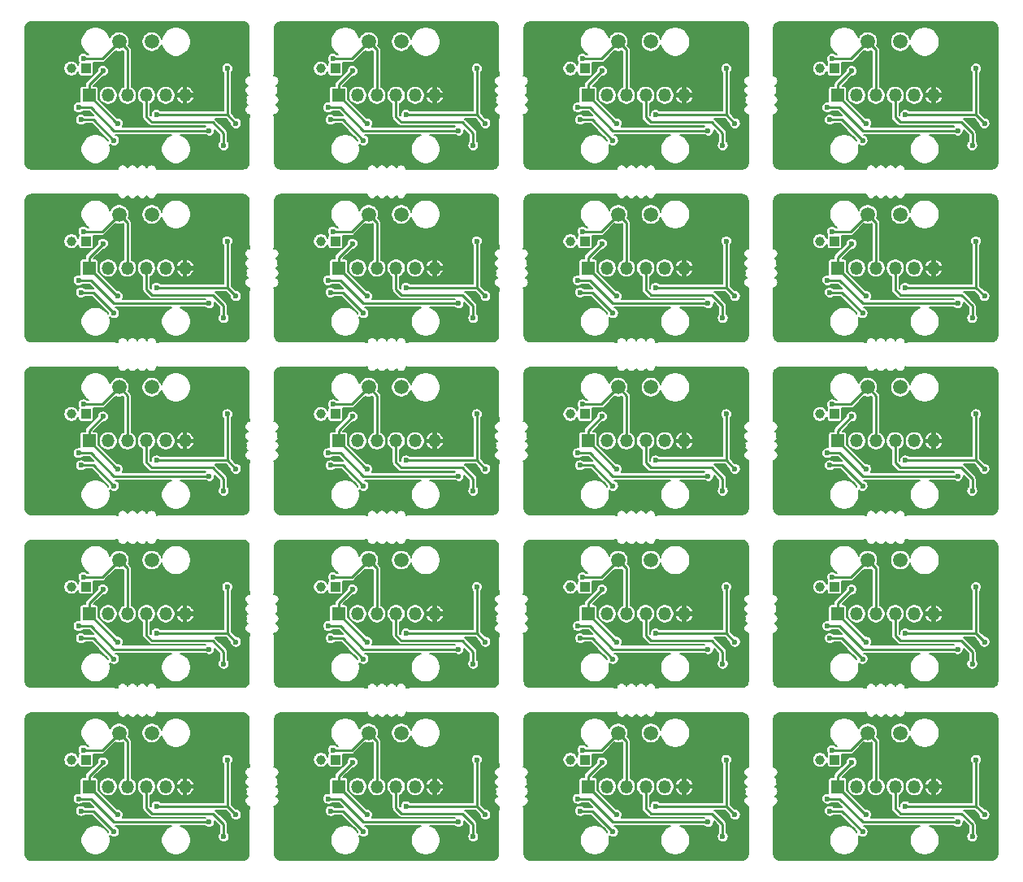
<source format=gbl>
G04 #@! TF.GenerationSoftware,KiCad,Pcbnew,(5.1.8)-1*
G04 #@! TF.CreationDate,2021-11-11T20:38:59+08:00*
G04 #@! TF.ProjectId,vibro-cloth-panelized,76696272-6f2d-4636-9c6f-74682d70616e,rev?*
G04 #@! TF.SameCoordinates,Original*
G04 #@! TF.FileFunction,Copper,L2,Bot*
G04 #@! TF.FilePolarity,Positive*
%FSLAX46Y46*%
G04 Gerber Fmt 4.6, Leading zero omitted, Abs format (unit mm)*
G04 Created by KiCad (PCBNEW (5.1.8)-1) date 2021-11-11 20:38:59*
%MOMM*%
%LPD*%
G01*
G04 APERTURE LIST*
G04 #@! TA.AperFunction,ComponentPad*
%ADD10C,1.500000*%
G04 #@! TD*
G04 #@! TA.AperFunction,ComponentPad*
%ADD11R,1.000000X1.000000*%
G04 #@! TD*
G04 #@! TA.AperFunction,ComponentPad*
%ADD12C,1.000000*%
G04 #@! TD*
G04 #@! TA.AperFunction,SMDPad,CuDef*
%ADD13R,1.350000X1.350000*%
G04 #@! TD*
G04 #@! TA.AperFunction,ComponentPad*
%ADD14O,1.350000X1.350000*%
G04 #@! TD*
G04 #@! TA.AperFunction,SMDPad,CuDef*
%ADD15O,1.350000X1.350000*%
G04 #@! TD*
G04 #@! TA.AperFunction,ViaPad*
%ADD16C,0.600000*%
G04 #@! TD*
G04 #@! TA.AperFunction,Conductor*
%ADD17C,0.250000*%
G04 #@! TD*
G04 #@! TA.AperFunction,Conductor*
%ADD18C,0.200000*%
G04 #@! TD*
G04 #@! TA.AperFunction,Conductor*
%ADD19C,0.150000*%
G04 #@! TD*
G04 APERTURE END LIST*
D10*
X141524028Y-124412037D03*
X138124028Y-124412037D03*
D11*
X134666028Y-127206037D03*
D12*
X133142028Y-127206037D03*
D13*
X134983528Y-130000037D03*
D14*
X136983528Y-130000037D03*
X138983528Y-130000037D03*
X140983528Y-130000037D03*
X142983528Y-130000037D03*
D15*
X144983528Y-130000037D03*
D10*
X115524019Y-124412037D03*
X112124019Y-124412037D03*
D11*
X108666019Y-127206037D03*
D12*
X107142019Y-127206037D03*
D13*
X108983519Y-130000037D03*
D14*
X110983519Y-130000037D03*
X112983519Y-130000037D03*
X114983519Y-130000037D03*
X116983519Y-130000037D03*
D15*
X118983519Y-130000037D03*
D10*
X89524010Y-124412037D03*
X86124010Y-124412037D03*
D11*
X82666010Y-127206037D03*
D12*
X81142010Y-127206037D03*
D13*
X82983510Y-130000037D03*
D14*
X84983510Y-130000037D03*
X86983510Y-130000037D03*
X88983510Y-130000037D03*
X90983510Y-130000037D03*
D15*
X92983510Y-130000037D03*
D10*
X63524001Y-124412037D03*
X60124001Y-124412037D03*
D11*
X56666001Y-127206037D03*
D12*
X55142001Y-127206037D03*
D13*
X56983501Y-130000037D03*
D14*
X58983501Y-130000037D03*
X60983501Y-130000037D03*
X62983501Y-130000037D03*
X64983501Y-130000037D03*
D15*
X66983501Y-130000037D03*
D10*
X141524028Y-106412028D03*
X138124028Y-106412028D03*
D11*
X134666028Y-109206028D03*
D12*
X133142028Y-109206028D03*
D13*
X134983528Y-112000028D03*
D14*
X136983528Y-112000028D03*
X138983528Y-112000028D03*
X140983528Y-112000028D03*
X142983528Y-112000028D03*
D15*
X144983528Y-112000028D03*
D10*
X115524019Y-106412028D03*
X112124019Y-106412028D03*
D11*
X108666019Y-109206028D03*
D12*
X107142019Y-109206028D03*
D13*
X108983519Y-112000028D03*
D14*
X110983519Y-112000028D03*
X112983519Y-112000028D03*
X114983519Y-112000028D03*
X116983519Y-112000028D03*
D15*
X118983519Y-112000028D03*
D10*
X89524010Y-106412028D03*
X86124010Y-106412028D03*
D11*
X82666010Y-109206028D03*
D12*
X81142010Y-109206028D03*
D13*
X82983510Y-112000028D03*
D14*
X84983510Y-112000028D03*
X86983510Y-112000028D03*
X88983510Y-112000028D03*
X90983510Y-112000028D03*
D15*
X92983510Y-112000028D03*
D10*
X63524001Y-106412028D03*
X60124001Y-106412028D03*
D11*
X56666001Y-109206028D03*
D12*
X55142001Y-109206028D03*
D13*
X56983501Y-112000028D03*
D14*
X58983501Y-112000028D03*
X60983501Y-112000028D03*
X62983501Y-112000028D03*
X64983501Y-112000028D03*
D15*
X66983501Y-112000028D03*
D10*
X141524028Y-88412019D03*
X138124028Y-88412019D03*
D11*
X134666028Y-91206019D03*
D12*
X133142028Y-91206019D03*
D13*
X134983528Y-94000019D03*
D14*
X136983528Y-94000019D03*
X138983528Y-94000019D03*
X140983528Y-94000019D03*
X142983528Y-94000019D03*
D15*
X144983528Y-94000019D03*
D10*
X115524019Y-88412019D03*
X112124019Y-88412019D03*
D11*
X108666019Y-91206019D03*
D12*
X107142019Y-91206019D03*
D13*
X108983519Y-94000019D03*
D14*
X110983519Y-94000019D03*
X112983519Y-94000019D03*
X114983519Y-94000019D03*
X116983519Y-94000019D03*
D15*
X118983519Y-94000019D03*
D10*
X89524010Y-88412019D03*
X86124010Y-88412019D03*
D11*
X82666010Y-91206019D03*
D12*
X81142010Y-91206019D03*
D13*
X82983510Y-94000019D03*
D14*
X84983510Y-94000019D03*
X86983510Y-94000019D03*
X88983510Y-94000019D03*
X90983510Y-94000019D03*
D15*
X92983510Y-94000019D03*
D10*
X63524001Y-88412019D03*
X60124001Y-88412019D03*
D11*
X56666001Y-91206019D03*
D12*
X55142001Y-91206019D03*
D13*
X56983501Y-94000019D03*
D14*
X58983501Y-94000019D03*
X60983501Y-94000019D03*
X62983501Y-94000019D03*
X64983501Y-94000019D03*
D15*
X66983501Y-94000019D03*
D10*
X141524028Y-70412010D03*
X138124028Y-70412010D03*
D11*
X134666028Y-73206010D03*
D12*
X133142028Y-73206010D03*
D13*
X134983528Y-76000010D03*
D14*
X136983528Y-76000010D03*
X138983528Y-76000010D03*
X140983528Y-76000010D03*
X142983528Y-76000010D03*
D15*
X144983528Y-76000010D03*
D10*
X115524019Y-70412010D03*
X112124019Y-70412010D03*
D11*
X108666019Y-73206010D03*
D12*
X107142019Y-73206010D03*
D13*
X108983519Y-76000010D03*
D14*
X110983519Y-76000010D03*
X112983519Y-76000010D03*
X114983519Y-76000010D03*
X116983519Y-76000010D03*
D15*
X118983519Y-76000010D03*
D10*
X89524010Y-70412010D03*
X86124010Y-70412010D03*
D11*
X82666010Y-73206010D03*
D12*
X81142010Y-73206010D03*
D13*
X82983510Y-76000010D03*
D14*
X84983510Y-76000010D03*
X86983510Y-76000010D03*
X88983510Y-76000010D03*
X90983510Y-76000010D03*
D15*
X92983510Y-76000010D03*
D10*
X63524001Y-70412010D03*
X60124001Y-70412010D03*
D11*
X56666001Y-73206010D03*
D12*
X55142001Y-73206010D03*
D13*
X56983501Y-76000010D03*
D14*
X58983501Y-76000010D03*
X60983501Y-76000010D03*
X62983501Y-76000010D03*
X64983501Y-76000010D03*
D15*
X66983501Y-76000010D03*
D10*
X141524028Y-52412001D03*
X138124028Y-52412001D03*
D11*
X134666028Y-55206001D03*
D12*
X133142028Y-55206001D03*
D13*
X134983528Y-58000001D03*
D14*
X136983528Y-58000001D03*
X138983528Y-58000001D03*
X140983528Y-58000001D03*
X142983528Y-58000001D03*
D15*
X144983528Y-58000001D03*
D10*
X115524019Y-52412001D03*
X112124019Y-52412001D03*
D11*
X108666019Y-55206001D03*
D12*
X107142019Y-55206001D03*
D13*
X108983519Y-58000001D03*
D14*
X110983519Y-58000001D03*
X112983519Y-58000001D03*
X114983519Y-58000001D03*
X116983519Y-58000001D03*
D15*
X118983519Y-58000001D03*
D10*
X89524010Y-52412001D03*
X86124010Y-52412001D03*
D11*
X82666010Y-55206001D03*
D12*
X81142010Y-55206001D03*
D13*
X82983510Y-58000001D03*
D14*
X84983510Y-58000001D03*
X86983510Y-58000001D03*
X88983510Y-58000001D03*
X90983510Y-58000001D03*
D15*
X92983510Y-58000001D03*
D10*
X63524001Y-52412001D03*
X60124001Y-52412001D03*
D11*
X56666001Y-55206001D03*
D12*
X55142001Y-55206001D03*
D13*
X56983501Y-58000001D03*
D14*
X58983501Y-58000001D03*
X60983501Y-58000001D03*
X62983501Y-58000001D03*
X64983501Y-58000001D03*
D15*
X66983501Y-58000001D03*
D16*
X58444001Y-55460001D03*
X59968001Y-60921001D03*
X56412001Y-54190001D03*
X71017008Y-63206994D03*
X72287019Y-60920983D03*
X71398001Y-55206001D03*
X64031993Y-60032001D03*
X55904001Y-59270001D03*
X69493001Y-61683001D03*
X63270001Y-53682001D03*
X65810001Y-54444001D03*
X54126001Y-55714001D03*
X73176001Y-58508001D03*
X73176001Y-65112001D03*
X73176001Y-62064001D03*
X50852501Y-51854501D03*
X50852501Y-57454501D03*
X50852501Y-61454501D03*
X52452501Y-63854501D03*
X53252501Y-59854501D03*
X54052501Y-51054501D03*
X55652501Y-64654501D03*
X59652501Y-54254501D03*
X61252501Y-51054501D03*
X64452501Y-54254501D03*
X68452501Y-51054501D03*
X70852501Y-52654501D03*
X67080001Y-65366001D03*
X62000001Y-60794001D03*
X69112001Y-62318001D03*
X70128001Y-56476001D03*
X59968001Y-59524001D03*
X56158001Y-60540001D03*
X59587001Y-62699001D03*
X84444010Y-55460001D03*
X85968010Y-60921001D03*
X82412010Y-54190001D03*
X97017017Y-63206994D03*
X98287028Y-60920983D03*
X97398010Y-55206001D03*
X90032002Y-60032001D03*
X81904010Y-59270001D03*
X95493010Y-61683001D03*
X89270010Y-53682001D03*
X91810010Y-54444001D03*
X80126010Y-55714001D03*
X99176010Y-58508001D03*
X99176010Y-65112001D03*
X99176010Y-62064001D03*
X76852510Y-51854501D03*
X76852510Y-57454501D03*
X76852510Y-61454501D03*
X78452510Y-63854501D03*
X79252510Y-59854501D03*
X80052510Y-51054501D03*
X81652510Y-64654501D03*
X85652510Y-54254501D03*
X87252510Y-51054501D03*
X90452510Y-54254501D03*
X94452510Y-51054501D03*
X96852510Y-52654501D03*
X93080010Y-65366001D03*
X88000010Y-60794001D03*
X95112010Y-62318001D03*
X96128010Y-56476001D03*
X85968010Y-59524001D03*
X82158010Y-60540001D03*
X85587010Y-62699001D03*
X110444019Y-55460001D03*
X111968019Y-60921001D03*
X108412019Y-54190001D03*
X123017026Y-63206994D03*
X124287037Y-60920983D03*
X123398019Y-55206001D03*
X116032011Y-60032001D03*
X107904019Y-59270001D03*
X121493019Y-61683001D03*
X115270019Y-53682001D03*
X117810019Y-54444001D03*
X106126019Y-55714001D03*
X125176019Y-58508001D03*
X125176019Y-65112001D03*
X125176019Y-62064001D03*
X102852519Y-51854501D03*
X102852519Y-57454501D03*
X102852519Y-61454501D03*
X104452519Y-63854501D03*
X105252519Y-59854501D03*
X106052519Y-51054501D03*
X107652519Y-64654501D03*
X111652519Y-54254501D03*
X113252519Y-51054501D03*
X116452519Y-54254501D03*
X120452519Y-51054501D03*
X122852519Y-52654501D03*
X119080019Y-65366001D03*
X114000019Y-60794001D03*
X121112019Y-62318001D03*
X122128019Y-56476001D03*
X111968019Y-59524001D03*
X108158019Y-60540001D03*
X111587019Y-62699001D03*
X136444028Y-55460001D03*
X137968028Y-60921001D03*
X134412028Y-54190001D03*
X149017035Y-63206994D03*
X150287046Y-60920983D03*
X149398028Y-55206001D03*
X142032020Y-60032001D03*
X133904028Y-59270001D03*
X147493028Y-61683001D03*
X141270028Y-53682001D03*
X143810028Y-54444001D03*
X132126028Y-55714001D03*
X151176028Y-58508001D03*
X151176028Y-65112001D03*
X151176028Y-62064001D03*
X128852528Y-51854501D03*
X128852528Y-57454501D03*
X128852528Y-61454501D03*
X130452528Y-63854501D03*
X131252528Y-59854501D03*
X132052528Y-51054501D03*
X133652528Y-64654501D03*
X137652528Y-54254501D03*
X139252528Y-51054501D03*
X142452528Y-54254501D03*
X146452528Y-51054501D03*
X148852528Y-52654501D03*
X145080028Y-65366001D03*
X140000028Y-60794001D03*
X147112028Y-62318001D03*
X148128028Y-56476001D03*
X137968028Y-59524001D03*
X134158028Y-60540001D03*
X137587028Y-62699001D03*
X58444001Y-73460010D03*
X59968001Y-78921010D03*
X56412001Y-72190010D03*
X71017008Y-81207003D03*
X72287019Y-78920992D03*
X71398001Y-73206010D03*
X64031993Y-78032010D03*
X55904001Y-77270010D03*
X69493001Y-79683010D03*
X63270001Y-71682010D03*
X65810001Y-72444010D03*
X54126001Y-73714010D03*
X73176001Y-76508010D03*
X73176001Y-83112010D03*
X73176001Y-80064010D03*
X50852501Y-69854510D03*
X50852501Y-75454510D03*
X50852501Y-79454510D03*
X52452501Y-81854510D03*
X53252501Y-77854510D03*
X54052501Y-69054510D03*
X55652501Y-82654510D03*
X59652501Y-72254510D03*
X61252501Y-69054510D03*
X64452501Y-72254510D03*
X68452501Y-69054510D03*
X70852501Y-70654510D03*
X67080001Y-83366010D03*
X62000001Y-78794010D03*
X69112001Y-80318010D03*
X70128001Y-74476010D03*
X59968001Y-77524010D03*
X56158001Y-78540010D03*
X59587001Y-80699010D03*
X84444010Y-73460010D03*
X85968010Y-78921010D03*
X82412010Y-72190010D03*
X97017017Y-81207003D03*
X98287028Y-78920992D03*
X97398010Y-73206010D03*
X90032002Y-78032010D03*
X81904010Y-77270010D03*
X95493010Y-79683010D03*
X89270010Y-71682010D03*
X91810010Y-72444010D03*
X80126010Y-73714010D03*
X99176010Y-76508010D03*
X99176010Y-83112010D03*
X99176010Y-80064010D03*
X76852510Y-69854510D03*
X76852510Y-75454510D03*
X76852510Y-79454510D03*
X78452510Y-81854510D03*
X79252510Y-77854510D03*
X80052510Y-69054510D03*
X81652510Y-82654510D03*
X85652510Y-72254510D03*
X87252510Y-69054510D03*
X90452510Y-72254510D03*
X94452510Y-69054510D03*
X96852510Y-70654510D03*
X93080010Y-83366010D03*
X88000010Y-78794010D03*
X95112010Y-80318010D03*
X96128010Y-74476010D03*
X85968010Y-77524010D03*
X82158010Y-78540010D03*
X85587010Y-80699010D03*
X110444019Y-73460010D03*
X111968019Y-78921010D03*
X108412019Y-72190010D03*
X123017026Y-81207003D03*
X124287037Y-78920992D03*
X123398019Y-73206010D03*
X116032011Y-78032010D03*
X107904019Y-77270010D03*
X121493019Y-79683010D03*
X115270019Y-71682010D03*
X117810019Y-72444010D03*
X106126019Y-73714010D03*
X125176019Y-76508010D03*
X125176019Y-83112010D03*
X125176019Y-80064010D03*
X102852519Y-69854510D03*
X102852519Y-75454510D03*
X102852519Y-79454510D03*
X104452519Y-81854510D03*
X105252519Y-77854510D03*
X106052519Y-69054510D03*
X107652519Y-82654510D03*
X111652519Y-72254510D03*
X113252519Y-69054510D03*
X116452519Y-72254510D03*
X120452519Y-69054510D03*
X122852519Y-70654510D03*
X119080019Y-83366010D03*
X114000019Y-78794010D03*
X121112019Y-80318010D03*
X122128019Y-74476010D03*
X111968019Y-77524010D03*
X108158019Y-78540010D03*
X111587019Y-80699010D03*
X136444028Y-73460010D03*
X137968028Y-78921010D03*
X134412028Y-72190010D03*
X149017035Y-81207003D03*
X150287046Y-78920992D03*
X149398028Y-73206010D03*
X142032020Y-78032010D03*
X133904028Y-77270010D03*
X147493028Y-79683010D03*
X141270028Y-71682010D03*
X143810028Y-72444010D03*
X132126028Y-73714010D03*
X151176028Y-76508010D03*
X151176028Y-83112010D03*
X151176028Y-80064010D03*
X128852528Y-69854510D03*
X128852528Y-75454510D03*
X128852528Y-79454510D03*
X130452528Y-81854510D03*
X131252528Y-77854510D03*
X132052528Y-69054510D03*
X133652528Y-82654510D03*
X137652528Y-72254510D03*
X139252528Y-69054510D03*
X142452528Y-72254510D03*
X146452528Y-69054510D03*
X148852528Y-70654510D03*
X145080028Y-83366010D03*
X140000028Y-78794010D03*
X147112028Y-80318010D03*
X148128028Y-74476010D03*
X137968028Y-77524010D03*
X134158028Y-78540010D03*
X137587028Y-80699010D03*
X58444001Y-91460019D03*
X59968001Y-96921019D03*
X56412001Y-90190019D03*
X71017008Y-99207012D03*
X72287019Y-96921001D03*
X71398001Y-91206019D03*
X64031993Y-96032019D03*
X55904001Y-95270019D03*
X69493001Y-97683019D03*
X63270001Y-89682019D03*
X65810001Y-90444019D03*
X54126001Y-91714019D03*
X73176001Y-94508019D03*
X73176001Y-101112019D03*
X73176001Y-98064019D03*
X50852501Y-87854519D03*
X50852501Y-93454519D03*
X50852501Y-97454519D03*
X52452501Y-99854519D03*
X53252501Y-95854519D03*
X54052501Y-87054519D03*
X55652501Y-100654519D03*
X59652501Y-90254519D03*
X61252501Y-87054519D03*
X64452501Y-90254519D03*
X68452501Y-87054519D03*
X70852501Y-88654519D03*
X67080001Y-101366019D03*
X62000001Y-96794019D03*
X69112001Y-98318019D03*
X70128001Y-92476019D03*
X59968001Y-95524019D03*
X56158001Y-96540019D03*
X59587001Y-98699019D03*
X84444010Y-91460019D03*
X85968010Y-96921019D03*
X82412010Y-90190019D03*
X97017017Y-99207012D03*
X98287028Y-96921001D03*
X97398010Y-91206019D03*
X90032002Y-96032019D03*
X81904010Y-95270019D03*
X95493010Y-97683019D03*
X89270010Y-89682019D03*
X91810010Y-90444019D03*
X80126010Y-91714019D03*
X99176010Y-94508019D03*
X99176010Y-101112019D03*
X99176010Y-98064019D03*
X76852510Y-87854519D03*
X76852510Y-93454519D03*
X76852510Y-97454519D03*
X78452510Y-99854519D03*
X79252510Y-95854519D03*
X80052510Y-87054519D03*
X81652510Y-100654519D03*
X85652510Y-90254519D03*
X87252510Y-87054519D03*
X90452510Y-90254519D03*
X94452510Y-87054519D03*
X96852510Y-88654519D03*
X93080010Y-101366019D03*
X88000010Y-96794019D03*
X95112010Y-98318019D03*
X96128010Y-92476019D03*
X85968010Y-95524019D03*
X82158010Y-96540019D03*
X85587010Y-98699019D03*
X110444019Y-91460019D03*
X111968019Y-96921019D03*
X108412019Y-90190019D03*
X123017026Y-99207012D03*
X124287037Y-96921001D03*
X123398019Y-91206019D03*
X116032011Y-96032019D03*
X107904019Y-95270019D03*
X121493019Y-97683019D03*
X115270019Y-89682019D03*
X117810019Y-90444019D03*
X106126019Y-91714019D03*
X125176019Y-94508019D03*
X125176019Y-101112019D03*
X125176019Y-98064019D03*
X102852519Y-87854519D03*
X102852519Y-93454519D03*
X102852519Y-97454519D03*
X104452519Y-99854519D03*
X105252519Y-95854519D03*
X106052519Y-87054519D03*
X107652519Y-100654519D03*
X111652519Y-90254519D03*
X113252519Y-87054519D03*
X116452519Y-90254519D03*
X120452519Y-87054519D03*
X122852519Y-88654519D03*
X119080019Y-101366019D03*
X114000019Y-96794019D03*
X121112019Y-98318019D03*
X122128019Y-92476019D03*
X111968019Y-95524019D03*
X108158019Y-96540019D03*
X111587019Y-98699019D03*
X136444028Y-91460019D03*
X137968028Y-96921019D03*
X134412028Y-90190019D03*
X149017035Y-99207012D03*
X150287046Y-96921001D03*
X149398028Y-91206019D03*
X142032020Y-96032019D03*
X133904028Y-95270019D03*
X147493028Y-97683019D03*
X141270028Y-89682019D03*
X143810028Y-90444019D03*
X132126028Y-91714019D03*
X151176028Y-94508019D03*
X151176028Y-101112019D03*
X151176028Y-98064019D03*
X128852528Y-87854519D03*
X128852528Y-93454519D03*
X128852528Y-97454519D03*
X130452528Y-99854519D03*
X131252528Y-95854519D03*
X132052528Y-87054519D03*
X133652528Y-100654519D03*
X137652528Y-90254519D03*
X139252528Y-87054519D03*
X142452528Y-90254519D03*
X146452528Y-87054519D03*
X148852528Y-88654519D03*
X145080028Y-101366019D03*
X140000028Y-96794019D03*
X147112028Y-98318019D03*
X148128028Y-92476019D03*
X137968028Y-95524019D03*
X134158028Y-96540019D03*
X137587028Y-98699019D03*
X58444001Y-109460028D03*
X59968001Y-114921028D03*
X56412001Y-108190028D03*
X71017008Y-117207021D03*
X72287019Y-114921010D03*
X71398001Y-109206028D03*
X64031993Y-114032028D03*
X55904001Y-113270028D03*
X69493001Y-115683028D03*
X63270001Y-107682028D03*
X65810001Y-108444028D03*
X54126001Y-109714028D03*
X73176001Y-112508028D03*
X73176001Y-119112028D03*
X73176001Y-116064028D03*
X50852501Y-105854528D03*
X50852501Y-111454528D03*
X50852501Y-115454528D03*
X52452501Y-117854528D03*
X53252501Y-113854528D03*
X54052501Y-105054528D03*
X55652501Y-118654528D03*
X59652501Y-108254528D03*
X61252501Y-105054528D03*
X64452501Y-108254528D03*
X68452501Y-105054528D03*
X70852501Y-106654528D03*
X67080001Y-119366028D03*
X62000001Y-114794028D03*
X69112001Y-116318028D03*
X70128001Y-110476028D03*
X59968001Y-113524028D03*
X56158001Y-114540028D03*
X59587001Y-116699028D03*
X84444010Y-109460028D03*
X85968010Y-114921028D03*
X82412010Y-108190028D03*
X97017017Y-117207021D03*
X98287028Y-114921010D03*
X97398010Y-109206028D03*
X90032002Y-114032028D03*
X81904010Y-113270028D03*
X95493010Y-115683028D03*
X89270010Y-107682028D03*
X91810010Y-108444028D03*
X80126010Y-109714028D03*
X99176010Y-112508028D03*
X99176010Y-119112028D03*
X99176010Y-116064028D03*
X76852510Y-105854528D03*
X76852510Y-111454528D03*
X76852510Y-115454528D03*
X78452510Y-117854528D03*
X79252510Y-113854528D03*
X80052510Y-105054528D03*
X81652510Y-118654528D03*
X85652510Y-108254528D03*
X87252510Y-105054528D03*
X90452510Y-108254528D03*
X94452510Y-105054528D03*
X96852510Y-106654528D03*
X93080010Y-119366028D03*
X88000010Y-114794028D03*
X95112010Y-116318028D03*
X96128010Y-110476028D03*
X85968010Y-113524028D03*
X82158010Y-114540028D03*
X85587010Y-116699028D03*
X110444019Y-109460028D03*
X111968019Y-114921028D03*
X108412019Y-108190028D03*
X123017026Y-117207021D03*
X124287037Y-114921010D03*
X123398019Y-109206028D03*
X116032011Y-114032028D03*
X107904019Y-113270028D03*
X121493019Y-115683028D03*
X115270019Y-107682028D03*
X117810019Y-108444028D03*
X106126019Y-109714028D03*
X125176019Y-112508028D03*
X125176019Y-119112028D03*
X125176019Y-116064028D03*
X102852519Y-105854528D03*
X102852519Y-111454528D03*
X102852519Y-115454528D03*
X104452519Y-117854528D03*
X105252519Y-113854528D03*
X106052519Y-105054528D03*
X107652519Y-118654528D03*
X111652519Y-108254528D03*
X113252519Y-105054528D03*
X116452519Y-108254528D03*
X120452519Y-105054528D03*
X122852519Y-106654528D03*
X119080019Y-119366028D03*
X114000019Y-114794028D03*
X121112019Y-116318028D03*
X122128019Y-110476028D03*
X111968019Y-113524028D03*
X108158019Y-114540028D03*
X111587019Y-116699028D03*
X136444028Y-109460028D03*
X137968028Y-114921028D03*
X134412028Y-108190028D03*
X149017035Y-117207021D03*
X150287046Y-114921010D03*
X149398028Y-109206028D03*
X142032020Y-114032028D03*
X133904028Y-113270028D03*
X147493028Y-115683028D03*
X141270028Y-107682028D03*
X143810028Y-108444028D03*
X132126028Y-109714028D03*
X151176028Y-112508028D03*
X151176028Y-119112028D03*
X151176028Y-116064028D03*
X128852528Y-105854528D03*
X128852528Y-111454528D03*
X128852528Y-115454528D03*
X130452528Y-117854528D03*
X131252528Y-113854528D03*
X132052528Y-105054528D03*
X133652528Y-118654528D03*
X137652528Y-108254528D03*
X139252528Y-105054528D03*
X142452528Y-108254528D03*
X146452528Y-105054528D03*
X148852528Y-106654528D03*
X145080028Y-119366028D03*
X140000028Y-114794028D03*
X147112028Y-116318028D03*
X148128028Y-110476028D03*
X137968028Y-113524028D03*
X134158028Y-114540028D03*
X137587028Y-116699028D03*
X58444001Y-127460037D03*
X59968001Y-132921037D03*
X56412001Y-126190037D03*
X71017008Y-135207030D03*
X72287019Y-132921019D03*
X71398001Y-127206037D03*
X64031993Y-132032037D03*
X55904001Y-131270037D03*
X69493001Y-133683037D03*
X63270001Y-125682037D03*
X65810001Y-126444037D03*
X54126001Y-127714037D03*
X73176001Y-130508037D03*
X73176001Y-137112037D03*
X73176001Y-134064037D03*
X50852501Y-123854537D03*
X50852501Y-129454537D03*
X50852501Y-133454537D03*
X52452501Y-135854537D03*
X53252501Y-131854537D03*
X54052501Y-123054537D03*
X55652501Y-136654537D03*
X59652501Y-126254537D03*
X61252501Y-123054537D03*
X64452501Y-126254537D03*
X68452501Y-123054537D03*
X70852501Y-124654537D03*
X67080001Y-137366037D03*
X62000001Y-132794037D03*
X69112001Y-134318037D03*
X70128001Y-128476037D03*
X59968001Y-131524037D03*
X56158001Y-132540037D03*
X59587001Y-134699037D03*
X84444010Y-127460037D03*
X85968010Y-132921037D03*
X82412010Y-126190037D03*
X97017017Y-135207030D03*
X98287028Y-132921019D03*
X97398010Y-127206037D03*
X90032002Y-132032037D03*
X81904010Y-131270037D03*
X95493010Y-133683037D03*
X89270010Y-125682037D03*
X91810010Y-126444037D03*
X80126010Y-127714037D03*
X99176010Y-130508037D03*
X99176010Y-137112037D03*
X99176010Y-134064037D03*
X76852510Y-123854537D03*
X76852510Y-129454537D03*
X76852510Y-133454537D03*
X78452510Y-135854537D03*
X79252510Y-131854537D03*
X80052510Y-123054537D03*
X81652510Y-136654537D03*
X85652510Y-126254537D03*
X87252510Y-123054537D03*
X90452510Y-126254537D03*
X94452510Y-123054537D03*
X96852510Y-124654537D03*
X93080010Y-137366037D03*
X88000010Y-132794037D03*
X95112010Y-134318037D03*
X96128010Y-128476037D03*
X85968010Y-131524037D03*
X82158010Y-132540037D03*
X85587010Y-134699037D03*
X110444019Y-127460037D03*
X111968019Y-132921037D03*
X108412019Y-126190037D03*
X123017026Y-135207030D03*
X124287037Y-132921019D03*
X123398019Y-127206037D03*
X116032011Y-132032037D03*
X107904019Y-131270037D03*
X121493019Y-133683037D03*
X115270019Y-125682037D03*
X117810019Y-126444037D03*
X106126019Y-127714037D03*
X125176019Y-130508037D03*
X125176019Y-137112037D03*
X125176019Y-134064037D03*
X102852519Y-123854537D03*
X102852519Y-129454537D03*
X102852519Y-133454537D03*
X104452519Y-135854537D03*
X105252519Y-131854537D03*
X106052519Y-123054537D03*
X107652519Y-136654537D03*
X111652519Y-126254537D03*
X113252519Y-123054537D03*
X116452519Y-126254537D03*
X120452519Y-123054537D03*
X122852519Y-124654537D03*
X119080019Y-137366037D03*
X114000019Y-132794037D03*
X121112019Y-134318037D03*
X122128019Y-128476037D03*
X111968019Y-131524037D03*
X108158019Y-132540037D03*
X111587019Y-134699037D03*
X136444028Y-127460037D03*
X137968028Y-132921037D03*
X134412028Y-126190037D03*
X149017035Y-135207030D03*
X150287046Y-132921019D03*
X149398028Y-127206037D03*
X142032020Y-132032037D03*
X133904028Y-131270037D03*
X147493028Y-133683037D03*
X141270028Y-125682037D03*
X143810028Y-126444037D03*
X132126028Y-127714037D03*
X151176028Y-130508037D03*
X151176028Y-137112037D03*
X151176028Y-134064037D03*
X128852528Y-123854537D03*
X128852528Y-129454537D03*
X128852528Y-133454537D03*
X130452528Y-135854537D03*
X131252528Y-131854537D03*
X132052528Y-123054537D03*
X133652528Y-136654537D03*
X137652528Y-126254537D03*
X139252528Y-123054537D03*
X142452528Y-126254537D03*
X146452528Y-123054537D03*
X148852528Y-124654537D03*
X145080028Y-137366037D03*
X140000028Y-132794037D03*
X147112028Y-134318037D03*
X148128028Y-128476037D03*
X137968028Y-131524037D03*
X134158028Y-132540037D03*
X137587028Y-134699037D03*
D17*
X56983501Y-58000001D02*
X56983501Y-56920501D01*
X56983501Y-56920501D02*
X58444001Y-55460001D01*
X56983501Y-58000001D02*
X59904501Y-60921001D01*
X59904501Y-60921001D02*
X59968001Y-60921001D01*
X60983501Y-53271501D02*
X60983501Y-58000001D01*
X60124001Y-52412001D02*
X60983501Y-53271501D01*
X58346001Y-54190001D02*
X56412001Y-54190001D01*
X60124001Y-52412001D02*
X58346001Y-54190001D01*
X71017008Y-61937008D02*
X71017008Y-63206994D01*
X69874001Y-60794001D02*
X71017008Y-61937008D01*
X63524001Y-60794001D02*
X69874001Y-60794001D01*
X62983501Y-60253501D02*
X63524001Y-60794001D01*
X62983501Y-58000001D02*
X62983501Y-60253501D01*
X71398037Y-60032001D02*
X72287019Y-60920983D01*
X71398037Y-60032001D02*
X71398001Y-60031965D01*
X71398001Y-60031965D02*
X71398001Y-55630265D01*
X71398001Y-55630265D02*
X71398001Y-55206001D01*
X71398037Y-60032001D02*
X64031993Y-60032001D01*
X57174001Y-59270001D02*
X59587001Y-61683001D01*
X55904001Y-59270001D02*
X57174001Y-59270001D01*
X59587001Y-61683001D02*
X69493001Y-61683001D01*
X56158001Y-60540001D02*
X57428001Y-60540001D01*
X57428001Y-60540001D02*
X59587001Y-62699001D01*
X82983510Y-58000001D02*
X82983510Y-56920501D01*
X82983510Y-56920501D02*
X84444010Y-55460001D01*
X82983510Y-58000001D02*
X85904510Y-60921001D01*
X85904510Y-60921001D02*
X85968010Y-60921001D01*
X86983510Y-53271501D02*
X86983510Y-58000001D01*
X86124010Y-52412001D02*
X86983510Y-53271501D01*
X84346010Y-54190001D02*
X82412010Y-54190001D01*
X86124010Y-52412001D02*
X84346010Y-54190001D01*
X97017017Y-61937008D02*
X97017017Y-63206994D01*
X95874010Y-60794001D02*
X97017017Y-61937008D01*
X89524010Y-60794001D02*
X95874010Y-60794001D01*
X88983510Y-60253501D02*
X89524010Y-60794001D01*
X88983510Y-58000001D02*
X88983510Y-60253501D01*
X97398046Y-60032001D02*
X98287028Y-60920983D01*
X97398046Y-60032001D02*
X97398010Y-60031965D01*
X97398010Y-60031965D02*
X97398010Y-55630265D01*
X97398010Y-55630265D02*
X97398010Y-55206001D01*
X97398046Y-60032001D02*
X90032002Y-60032001D01*
X83174010Y-59270001D02*
X85587010Y-61683001D01*
X81904010Y-59270001D02*
X83174010Y-59270001D01*
X85587010Y-61683001D02*
X95493010Y-61683001D01*
X82158010Y-60540001D02*
X83428010Y-60540001D01*
X83428010Y-60540001D02*
X85587010Y-62699001D01*
X108983519Y-58000001D02*
X108983519Y-56920501D01*
X108983519Y-56920501D02*
X110444019Y-55460001D01*
X108983519Y-58000001D02*
X111904519Y-60921001D01*
X111904519Y-60921001D02*
X111968019Y-60921001D01*
X112983519Y-53271501D02*
X112983519Y-58000001D01*
X112124019Y-52412001D02*
X112983519Y-53271501D01*
X110346019Y-54190001D02*
X108412019Y-54190001D01*
X112124019Y-52412001D02*
X110346019Y-54190001D01*
X123017026Y-61937008D02*
X123017026Y-63206994D01*
X121874019Y-60794001D02*
X123017026Y-61937008D01*
X115524019Y-60794001D02*
X121874019Y-60794001D01*
X114983519Y-60253501D02*
X115524019Y-60794001D01*
X114983519Y-58000001D02*
X114983519Y-60253501D01*
X123398055Y-60032001D02*
X124287037Y-60920983D01*
X123398055Y-60032001D02*
X123398019Y-60031965D01*
X123398019Y-60031965D02*
X123398019Y-55630265D01*
X123398019Y-55630265D02*
X123398019Y-55206001D01*
X123398055Y-60032001D02*
X116032011Y-60032001D01*
X109174019Y-59270001D02*
X111587019Y-61683001D01*
X107904019Y-59270001D02*
X109174019Y-59270001D01*
X111587019Y-61683001D02*
X121493019Y-61683001D01*
X108158019Y-60540001D02*
X109428019Y-60540001D01*
X109428019Y-60540001D02*
X111587019Y-62699001D01*
X134983528Y-58000001D02*
X134983528Y-56920501D01*
X134983528Y-56920501D02*
X136444028Y-55460001D01*
X134983528Y-58000001D02*
X137904528Y-60921001D01*
X137904528Y-60921001D02*
X137968028Y-60921001D01*
X138983528Y-53271501D02*
X138983528Y-58000001D01*
X138124028Y-52412001D02*
X138983528Y-53271501D01*
X136346028Y-54190001D02*
X134412028Y-54190001D01*
X138124028Y-52412001D02*
X136346028Y-54190001D01*
X149017035Y-61937008D02*
X149017035Y-63206994D01*
X147874028Y-60794001D02*
X149017035Y-61937008D01*
X141524028Y-60794001D02*
X147874028Y-60794001D01*
X140983528Y-60253501D02*
X141524028Y-60794001D01*
X140983528Y-58000001D02*
X140983528Y-60253501D01*
X149398064Y-60032001D02*
X150287046Y-60920983D01*
X149398064Y-60032001D02*
X149398028Y-60031965D01*
X149398028Y-60031965D02*
X149398028Y-55630265D01*
X149398028Y-55630265D02*
X149398028Y-55206001D01*
X149398064Y-60032001D02*
X142032020Y-60032001D01*
X135174028Y-59270001D02*
X137587028Y-61683001D01*
X133904028Y-59270001D02*
X135174028Y-59270001D01*
X137587028Y-61683001D02*
X147493028Y-61683001D01*
X134158028Y-60540001D02*
X135428028Y-60540001D01*
X135428028Y-60540001D02*
X137587028Y-62699001D01*
X56983501Y-76000010D02*
X56983501Y-74920510D01*
X56983501Y-74920510D02*
X58444001Y-73460010D01*
X56983501Y-76000010D02*
X59904501Y-78921010D01*
X59904501Y-78921010D02*
X59968001Y-78921010D01*
X60983501Y-71271510D02*
X60983501Y-76000010D01*
X60124001Y-70412010D02*
X60983501Y-71271510D01*
X58346001Y-72190010D02*
X56412001Y-72190010D01*
X60124001Y-70412010D02*
X58346001Y-72190010D01*
X71017008Y-79937017D02*
X71017008Y-81207003D01*
X69874001Y-78794010D02*
X71017008Y-79937017D01*
X63524001Y-78794010D02*
X69874001Y-78794010D01*
X62983501Y-78253510D02*
X63524001Y-78794010D01*
X62983501Y-76000010D02*
X62983501Y-78253510D01*
X71398037Y-78032010D02*
X72287019Y-78920992D01*
X71398037Y-78032010D02*
X71398001Y-78031974D01*
X71398001Y-78031974D02*
X71398001Y-73630274D01*
X71398001Y-73630274D02*
X71398001Y-73206010D01*
X71398037Y-78032010D02*
X64031993Y-78032010D01*
X57174001Y-77270010D02*
X59587001Y-79683010D01*
X55904001Y-77270010D02*
X57174001Y-77270010D01*
X59587001Y-79683010D02*
X69493001Y-79683010D01*
X56158001Y-78540010D02*
X57428001Y-78540010D01*
X57428001Y-78540010D02*
X59587001Y-80699010D01*
X82983510Y-76000010D02*
X82983510Y-74920510D01*
X82983510Y-74920510D02*
X84444010Y-73460010D01*
X82983510Y-76000010D02*
X85904510Y-78921010D01*
X85904510Y-78921010D02*
X85968010Y-78921010D01*
X86983510Y-71271510D02*
X86983510Y-76000010D01*
X86124010Y-70412010D02*
X86983510Y-71271510D01*
X84346010Y-72190010D02*
X82412010Y-72190010D01*
X86124010Y-70412010D02*
X84346010Y-72190010D01*
X97017017Y-79937017D02*
X97017017Y-81207003D01*
X95874010Y-78794010D02*
X97017017Y-79937017D01*
X89524010Y-78794010D02*
X95874010Y-78794010D01*
X88983510Y-78253510D02*
X89524010Y-78794010D01*
X88983510Y-76000010D02*
X88983510Y-78253510D01*
X97398046Y-78032010D02*
X98287028Y-78920992D01*
X97398046Y-78032010D02*
X97398010Y-78031974D01*
X97398010Y-78031974D02*
X97398010Y-73630274D01*
X97398010Y-73630274D02*
X97398010Y-73206010D01*
X97398046Y-78032010D02*
X90032002Y-78032010D01*
X83174010Y-77270010D02*
X85587010Y-79683010D01*
X81904010Y-77270010D02*
X83174010Y-77270010D01*
X85587010Y-79683010D02*
X95493010Y-79683010D01*
X82158010Y-78540010D02*
X83428010Y-78540010D01*
X83428010Y-78540010D02*
X85587010Y-80699010D01*
X108983519Y-76000010D02*
X108983519Y-74920510D01*
X108983519Y-74920510D02*
X110444019Y-73460010D01*
X108983519Y-76000010D02*
X111904519Y-78921010D01*
X111904519Y-78921010D02*
X111968019Y-78921010D01*
X112983519Y-71271510D02*
X112983519Y-76000010D01*
X112124019Y-70412010D02*
X112983519Y-71271510D01*
X110346019Y-72190010D02*
X108412019Y-72190010D01*
X112124019Y-70412010D02*
X110346019Y-72190010D01*
X123017026Y-79937017D02*
X123017026Y-81207003D01*
X121874019Y-78794010D02*
X123017026Y-79937017D01*
X115524019Y-78794010D02*
X121874019Y-78794010D01*
X114983519Y-78253510D02*
X115524019Y-78794010D01*
X114983519Y-76000010D02*
X114983519Y-78253510D01*
X123398055Y-78032010D02*
X124287037Y-78920992D01*
X123398055Y-78032010D02*
X123398019Y-78031974D01*
X123398019Y-78031974D02*
X123398019Y-73630274D01*
X123398019Y-73630274D02*
X123398019Y-73206010D01*
X123398055Y-78032010D02*
X116032011Y-78032010D01*
X109174019Y-77270010D02*
X111587019Y-79683010D01*
X107904019Y-77270010D02*
X109174019Y-77270010D01*
X111587019Y-79683010D02*
X121493019Y-79683010D01*
X108158019Y-78540010D02*
X109428019Y-78540010D01*
X109428019Y-78540010D02*
X111587019Y-80699010D01*
X134983528Y-76000010D02*
X134983528Y-74920510D01*
X134983528Y-74920510D02*
X136444028Y-73460010D01*
X134983528Y-76000010D02*
X137904528Y-78921010D01*
X137904528Y-78921010D02*
X137968028Y-78921010D01*
X138983528Y-71271510D02*
X138983528Y-76000010D01*
X138124028Y-70412010D02*
X138983528Y-71271510D01*
X136346028Y-72190010D02*
X134412028Y-72190010D01*
X138124028Y-70412010D02*
X136346028Y-72190010D01*
X149017035Y-79937017D02*
X149017035Y-81207003D01*
X147874028Y-78794010D02*
X149017035Y-79937017D01*
X141524028Y-78794010D02*
X147874028Y-78794010D01*
X140983528Y-78253510D02*
X141524028Y-78794010D01*
X140983528Y-76000010D02*
X140983528Y-78253510D01*
X149398064Y-78032010D02*
X150287046Y-78920992D01*
X149398064Y-78032010D02*
X149398028Y-78031974D01*
X149398028Y-78031974D02*
X149398028Y-73630274D01*
X149398028Y-73630274D02*
X149398028Y-73206010D01*
X149398064Y-78032010D02*
X142032020Y-78032010D01*
X135174028Y-77270010D02*
X137587028Y-79683010D01*
X133904028Y-77270010D02*
X135174028Y-77270010D01*
X137587028Y-79683010D02*
X147493028Y-79683010D01*
X134158028Y-78540010D02*
X135428028Y-78540010D01*
X135428028Y-78540010D02*
X137587028Y-80699010D01*
X56983501Y-94000019D02*
X56983501Y-92920519D01*
X56983501Y-92920519D02*
X58444001Y-91460019D01*
X56983501Y-94000019D02*
X59904501Y-96921019D01*
X59904501Y-96921019D02*
X59968001Y-96921019D01*
X60983501Y-89271519D02*
X60983501Y-94000019D01*
X60124001Y-88412019D02*
X60983501Y-89271519D01*
X58346001Y-90190019D02*
X56412001Y-90190019D01*
X60124001Y-88412019D02*
X58346001Y-90190019D01*
X71017008Y-97937026D02*
X71017008Y-99207012D01*
X69874001Y-96794019D02*
X71017008Y-97937026D01*
X63524001Y-96794019D02*
X69874001Y-96794019D01*
X62983501Y-96253519D02*
X63524001Y-96794019D01*
X62983501Y-94000019D02*
X62983501Y-96253519D01*
X71398037Y-96032019D02*
X72287019Y-96921001D01*
X71398037Y-96032019D02*
X71398001Y-96031983D01*
X71398001Y-96031983D02*
X71398001Y-91630283D01*
X71398001Y-91630283D02*
X71398001Y-91206019D01*
X71398037Y-96032019D02*
X64031993Y-96032019D01*
X57174001Y-95270019D02*
X59587001Y-97683019D01*
X55904001Y-95270019D02*
X57174001Y-95270019D01*
X59587001Y-97683019D02*
X69493001Y-97683019D01*
X56158001Y-96540019D02*
X57428001Y-96540019D01*
X57428001Y-96540019D02*
X59587001Y-98699019D01*
X82983510Y-94000019D02*
X82983510Y-92920519D01*
X82983510Y-92920519D02*
X84444010Y-91460019D01*
X82983510Y-94000019D02*
X85904510Y-96921019D01*
X85904510Y-96921019D02*
X85968010Y-96921019D01*
X86983510Y-89271519D02*
X86983510Y-94000019D01*
X86124010Y-88412019D02*
X86983510Y-89271519D01*
X84346010Y-90190019D02*
X82412010Y-90190019D01*
X86124010Y-88412019D02*
X84346010Y-90190019D01*
X97017017Y-97937026D02*
X97017017Y-99207012D01*
X95874010Y-96794019D02*
X97017017Y-97937026D01*
X89524010Y-96794019D02*
X95874010Y-96794019D01*
X88983510Y-96253519D02*
X89524010Y-96794019D01*
X88983510Y-94000019D02*
X88983510Y-96253519D01*
X97398046Y-96032019D02*
X98287028Y-96921001D01*
X97398046Y-96032019D02*
X97398010Y-96031983D01*
X97398010Y-96031983D02*
X97398010Y-91630283D01*
X97398010Y-91630283D02*
X97398010Y-91206019D01*
X97398046Y-96032019D02*
X90032002Y-96032019D01*
X83174010Y-95270019D02*
X85587010Y-97683019D01*
X81904010Y-95270019D02*
X83174010Y-95270019D01*
X85587010Y-97683019D02*
X95493010Y-97683019D01*
X82158010Y-96540019D02*
X83428010Y-96540019D01*
X83428010Y-96540019D02*
X85587010Y-98699019D01*
X108983519Y-94000019D02*
X108983519Y-92920519D01*
X108983519Y-92920519D02*
X110444019Y-91460019D01*
X108983519Y-94000019D02*
X111904519Y-96921019D01*
X111904519Y-96921019D02*
X111968019Y-96921019D01*
X112983519Y-89271519D02*
X112983519Y-94000019D01*
X112124019Y-88412019D02*
X112983519Y-89271519D01*
X110346019Y-90190019D02*
X108412019Y-90190019D01*
X112124019Y-88412019D02*
X110346019Y-90190019D01*
X123017026Y-97937026D02*
X123017026Y-99207012D01*
X121874019Y-96794019D02*
X123017026Y-97937026D01*
X115524019Y-96794019D02*
X121874019Y-96794019D01*
X114983519Y-96253519D02*
X115524019Y-96794019D01*
X114983519Y-94000019D02*
X114983519Y-96253519D01*
X123398055Y-96032019D02*
X124287037Y-96921001D01*
X123398055Y-96032019D02*
X123398019Y-96031983D01*
X123398019Y-96031983D02*
X123398019Y-91630283D01*
X123398019Y-91630283D02*
X123398019Y-91206019D01*
X123398055Y-96032019D02*
X116032011Y-96032019D01*
X109174019Y-95270019D02*
X111587019Y-97683019D01*
X107904019Y-95270019D02*
X109174019Y-95270019D01*
X111587019Y-97683019D02*
X121493019Y-97683019D01*
X108158019Y-96540019D02*
X109428019Y-96540019D01*
X109428019Y-96540019D02*
X111587019Y-98699019D01*
X134983528Y-94000019D02*
X134983528Y-92920519D01*
X134983528Y-92920519D02*
X136444028Y-91460019D01*
X134983528Y-94000019D02*
X137904528Y-96921019D01*
X137904528Y-96921019D02*
X137968028Y-96921019D01*
X138983528Y-89271519D02*
X138983528Y-94000019D01*
X138124028Y-88412019D02*
X138983528Y-89271519D01*
X136346028Y-90190019D02*
X134412028Y-90190019D01*
X138124028Y-88412019D02*
X136346028Y-90190019D01*
X149017035Y-97937026D02*
X149017035Y-99207012D01*
X147874028Y-96794019D02*
X149017035Y-97937026D01*
X141524028Y-96794019D02*
X147874028Y-96794019D01*
X140983528Y-96253519D02*
X141524028Y-96794019D01*
X140983528Y-94000019D02*
X140983528Y-96253519D01*
X149398064Y-96032019D02*
X150287046Y-96921001D01*
X149398064Y-96032019D02*
X149398028Y-96031983D01*
X149398028Y-96031983D02*
X149398028Y-91630283D01*
X149398028Y-91630283D02*
X149398028Y-91206019D01*
X149398064Y-96032019D02*
X142032020Y-96032019D01*
X135174028Y-95270019D02*
X137587028Y-97683019D01*
X133904028Y-95270019D02*
X135174028Y-95270019D01*
X137587028Y-97683019D02*
X147493028Y-97683019D01*
X134158028Y-96540019D02*
X135428028Y-96540019D01*
X135428028Y-96540019D02*
X137587028Y-98699019D01*
X56983501Y-112000028D02*
X56983501Y-110920528D01*
X56983501Y-110920528D02*
X58444001Y-109460028D01*
X56983501Y-112000028D02*
X59904501Y-114921028D01*
X59904501Y-114921028D02*
X59968001Y-114921028D01*
X60983501Y-107271528D02*
X60983501Y-112000028D01*
X60124001Y-106412028D02*
X60983501Y-107271528D01*
X58346001Y-108190028D02*
X56412001Y-108190028D01*
X60124001Y-106412028D02*
X58346001Y-108190028D01*
X71017008Y-115937035D02*
X71017008Y-117207021D01*
X69874001Y-114794028D02*
X71017008Y-115937035D01*
X63524001Y-114794028D02*
X69874001Y-114794028D01*
X62983501Y-114253528D02*
X63524001Y-114794028D01*
X62983501Y-112000028D02*
X62983501Y-114253528D01*
X71398037Y-114032028D02*
X72287019Y-114921010D01*
X71398037Y-114032028D02*
X71398001Y-114031992D01*
X71398001Y-114031992D02*
X71398001Y-109630292D01*
X71398001Y-109630292D02*
X71398001Y-109206028D01*
X71398037Y-114032028D02*
X64031993Y-114032028D01*
X57174001Y-113270028D02*
X59587001Y-115683028D01*
X55904001Y-113270028D02*
X57174001Y-113270028D01*
X59587001Y-115683028D02*
X69493001Y-115683028D01*
X56158001Y-114540028D02*
X57428001Y-114540028D01*
X57428001Y-114540028D02*
X59587001Y-116699028D01*
X82983510Y-112000028D02*
X82983510Y-110920528D01*
X82983510Y-110920528D02*
X84444010Y-109460028D01*
X82983510Y-112000028D02*
X85904510Y-114921028D01*
X85904510Y-114921028D02*
X85968010Y-114921028D01*
X86983510Y-107271528D02*
X86983510Y-112000028D01*
X86124010Y-106412028D02*
X86983510Y-107271528D01*
X84346010Y-108190028D02*
X82412010Y-108190028D01*
X86124010Y-106412028D02*
X84346010Y-108190028D01*
X97017017Y-115937035D02*
X97017017Y-117207021D01*
X95874010Y-114794028D02*
X97017017Y-115937035D01*
X89524010Y-114794028D02*
X95874010Y-114794028D01*
X88983510Y-114253528D02*
X89524010Y-114794028D01*
X88983510Y-112000028D02*
X88983510Y-114253528D01*
X97398046Y-114032028D02*
X98287028Y-114921010D01*
X97398046Y-114032028D02*
X97398010Y-114031992D01*
X97398010Y-114031992D02*
X97398010Y-109630292D01*
X97398010Y-109630292D02*
X97398010Y-109206028D01*
X97398046Y-114032028D02*
X90032002Y-114032028D01*
X83174010Y-113270028D02*
X85587010Y-115683028D01*
X81904010Y-113270028D02*
X83174010Y-113270028D01*
X85587010Y-115683028D02*
X95493010Y-115683028D01*
X82158010Y-114540028D02*
X83428010Y-114540028D01*
X83428010Y-114540028D02*
X85587010Y-116699028D01*
X108983519Y-112000028D02*
X108983519Y-110920528D01*
X108983519Y-110920528D02*
X110444019Y-109460028D01*
X108983519Y-112000028D02*
X111904519Y-114921028D01*
X111904519Y-114921028D02*
X111968019Y-114921028D01*
X112983519Y-107271528D02*
X112983519Y-112000028D01*
X112124019Y-106412028D02*
X112983519Y-107271528D01*
X110346019Y-108190028D02*
X108412019Y-108190028D01*
X112124019Y-106412028D02*
X110346019Y-108190028D01*
X123017026Y-115937035D02*
X123017026Y-117207021D01*
X121874019Y-114794028D02*
X123017026Y-115937035D01*
X115524019Y-114794028D02*
X121874019Y-114794028D01*
X114983519Y-114253528D02*
X115524019Y-114794028D01*
X114983519Y-112000028D02*
X114983519Y-114253528D01*
X123398055Y-114032028D02*
X124287037Y-114921010D01*
X123398055Y-114032028D02*
X123398019Y-114031992D01*
X123398019Y-114031992D02*
X123398019Y-109630292D01*
X123398019Y-109630292D02*
X123398019Y-109206028D01*
X123398055Y-114032028D02*
X116032011Y-114032028D01*
X109174019Y-113270028D02*
X111587019Y-115683028D01*
X107904019Y-113270028D02*
X109174019Y-113270028D01*
X111587019Y-115683028D02*
X121493019Y-115683028D01*
X108158019Y-114540028D02*
X109428019Y-114540028D01*
X109428019Y-114540028D02*
X111587019Y-116699028D01*
X134983528Y-112000028D02*
X134983528Y-110920528D01*
X134983528Y-110920528D02*
X136444028Y-109460028D01*
X134983528Y-112000028D02*
X137904528Y-114921028D01*
X137904528Y-114921028D02*
X137968028Y-114921028D01*
X138983528Y-107271528D02*
X138983528Y-112000028D01*
X138124028Y-106412028D02*
X138983528Y-107271528D01*
X136346028Y-108190028D02*
X134412028Y-108190028D01*
X138124028Y-106412028D02*
X136346028Y-108190028D01*
X149017035Y-115937035D02*
X149017035Y-117207021D01*
X147874028Y-114794028D02*
X149017035Y-115937035D01*
X141524028Y-114794028D02*
X147874028Y-114794028D01*
X140983528Y-114253528D02*
X141524028Y-114794028D01*
X140983528Y-112000028D02*
X140983528Y-114253528D01*
X149398064Y-114032028D02*
X150287046Y-114921010D01*
X149398064Y-114032028D02*
X149398028Y-114031992D01*
X149398028Y-114031992D02*
X149398028Y-109630292D01*
X149398028Y-109630292D02*
X149398028Y-109206028D01*
X149398064Y-114032028D02*
X142032020Y-114032028D01*
X135174028Y-113270028D02*
X137587028Y-115683028D01*
X133904028Y-113270028D02*
X135174028Y-113270028D01*
X137587028Y-115683028D02*
X147493028Y-115683028D01*
X134158028Y-114540028D02*
X135428028Y-114540028D01*
X135428028Y-114540028D02*
X137587028Y-116699028D01*
X56983501Y-130000037D02*
X56983501Y-128920537D01*
X56983501Y-128920537D02*
X58444001Y-127460037D01*
X56983501Y-130000037D02*
X59904501Y-132921037D01*
X59904501Y-132921037D02*
X59968001Y-132921037D01*
X60983501Y-125271537D02*
X60983501Y-130000037D01*
X60124001Y-124412037D02*
X60983501Y-125271537D01*
X58346001Y-126190037D02*
X56412001Y-126190037D01*
X60124001Y-124412037D02*
X58346001Y-126190037D01*
X71017008Y-133937044D02*
X71017008Y-135207030D01*
X69874001Y-132794037D02*
X71017008Y-133937044D01*
X63524001Y-132794037D02*
X69874001Y-132794037D01*
X62983501Y-132253537D02*
X63524001Y-132794037D01*
X62983501Y-130000037D02*
X62983501Y-132253537D01*
X71398037Y-132032037D02*
X72287019Y-132921019D01*
X71398037Y-132032037D02*
X71398001Y-132032001D01*
X71398001Y-132032001D02*
X71398001Y-127630301D01*
X71398001Y-127630301D02*
X71398001Y-127206037D01*
X71398037Y-132032037D02*
X64031993Y-132032037D01*
X57174001Y-131270037D02*
X59587001Y-133683037D01*
X55904001Y-131270037D02*
X57174001Y-131270037D01*
X59587001Y-133683037D02*
X69493001Y-133683037D01*
X56158001Y-132540037D02*
X57428001Y-132540037D01*
X57428001Y-132540037D02*
X59587001Y-134699037D01*
X82983510Y-130000037D02*
X82983510Y-128920537D01*
X82983510Y-128920537D02*
X84444010Y-127460037D01*
X82983510Y-130000037D02*
X85904510Y-132921037D01*
X85904510Y-132921037D02*
X85968010Y-132921037D01*
X86983510Y-125271537D02*
X86983510Y-130000037D01*
X86124010Y-124412037D02*
X86983510Y-125271537D01*
X84346010Y-126190037D02*
X82412010Y-126190037D01*
X86124010Y-124412037D02*
X84346010Y-126190037D01*
X97017017Y-133937044D02*
X97017017Y-135207030D01*
X95874010Y-132794037D02*
X97017017Y-133937044D01*
X89524010Y-132794037D02*
X95874010Y-132794037D01*
X88983510Y-132253537D02*
X89524010Y-132794037D01*
X88983510Y-130000037D02*
X88983510Y-132253537D01*
X97398046Y-132032037D02*
X98287028Y-132921019D01*
X97398046Y-132032037D02*
X97398010Y-132032001D01*
X97398010Y-132032001D02*
X97398010Y-127630301D01*
X97398010Y-127630301D02*
X97398010Y-127206037D01*
X97398046Y-132032037D02*
X90032002Y-132032037D01*
X83174010Y-131270037D02*
X85587010Y-133683037D01*
X81904010Y-131270037D02*
X83174010Y-131270037D01*
X85587010Y-133683037D02*
X95493010Y-133683037D01*
X82158010Y-132540037D02*
X83428010Y-132540037D01*
X83428010Y-132540037D02*
X85587010Y-134699037D01*
X108983519Y-130000037D02*
X108983519Y-128920537D01*
X108983519Y-128920537D02*
X110444019Y-127460037D01*
X108983519Y-130000037D02*
X111904519Y-132921037D01*
X111904519Y-132921037D02*
X111968019Y-132921037D01*
X112983519Y-125271537D02*
X112983519Y-130000037D01*
X112124019Y-124412037D02*
X112983519Y-125271537D01*
X110346019Y-126190037D02*
X108412019Y-126190037D01*
X112124019Y-124412037D02*
X110346019Y-126190037D01*
X123017026Y-133937044D02*
X123017026Y-135207030D01*
X121874019Y-132794037D02*
X123017026Y-133937044D01*
X115524019Y-132794037D02*
X121874019Y-132794037D01*
X114983519Y-132253537D02*
X115524019Y-132794037D01*
X114983519Y-130000037D02*
X114983519Y-132253537D01*
X123398055Y-132032037D02*
X124287037Y-132921019D01*
X123398055Y-132032037D02*
X123398019Y-132032001D01*
X123398019Y-132032001D02*
X123398019Y-127630301D01*
X123398019Y-127630301D02*
X123398019Y-127206037D01*
X123398055Y-132032037D02*
X116032011Y-132032037D01*
X109174019Y-131270037D02*
X111587019Y-133683037D01*
X107904019Y-131270037D02*
X109174019Y-131270037D01*
X111587019Y-133683037D02*
X121493019Y-133683037D01*
X108158019Y-132540037D02*
X109428019Y-132540037D01*
X109428019Y-132540037D02*
X111587019Y-134699037D01*
X134983528Y-130000037D02*
X134983528Y-128920537D01*
X134983528Y-128920537D02*
X136444028Y-127460037D01*
X134983528Y-130000037D02*
X137904528Y-132921037D01*
X137904528Y-132921037D02*
X137968028Y-132921037D01*
X138983528Y-125271537D02*
X138983528Y-130000037D01*
X138124028Y-124412037D02*
X138983528Y-125271537D01*
X136346028Y-126190037D02*
X134412028Y-126190037D01*
X138124028Y-124412037D02*
X136346028Y-126190037D01*
X149017035Y-133937044D02*
X149017035Y-135207030D01*
X147874028Y-132794037D02*
X149017035Y-133937044D01*
X141524028Y-132794037D02*
X147874028Y-132794037D01*
X140983528Y-132253537D02*
X141524028Y-132794037D01*
X140983528Y-130000037D02*
X140983528Y-132253537D01*
X149398064Y-132032037D02*
X150287046Y-132921019D01*
X149398064Y-132032037D02*
X149398028Y-132032001D01*
X149398028Y-132032001D02*
X149398028Y-127630301D01*
X149398028Y-127630301D02*
X149398028Y-127206037D01*
X149398064Y-132032037D02*
X142032020Y-132032037D01*
X135174028Y-131270037D02*
X137587028Y-133683037D01*
X133904028Y-131270037D02*
X135174028Y-131270037D01*
X137587028Y-133683037D02*
X147493028Y-133683037D01*
X134158028Y-132540037D02*
X135428028Y-132540037D01*
X135428028Y-132540037D02*
X137587028Y-134699037D01*
D18*
X73068915Y-50353485D02*
X73131766Y-50363171D01*
X73138164Y-50364540D01*
X73200880Y-50381605D01*
X73261608Y-50404582D01*
X73267365Y-50407149D01*
X73324759Y-50436724D01*
X73382656Y-50474284D01*
X73432585Y-50514381D01*
X73437450Y-50518772D01*
X73482928Y-50564602D01*
X73526225Y-50618063D01*
X73561760Y-50672391D01*
X73565046Y-50678042D01*
X73593882Y-50735293D01*
X73617455Y-50795890D01*
X73619436Y-50802003D01*
X73636049Y-50865048D01*
X73646428Y-50928871D01*
X73647090Y-50935227D01*
X73651001Y-51015082D01*
X73651000Y-55500279D01*
X73650579Y-55508894D01*
X73651000Y-55517420D01*
X73651000Y-55525988D01*
X73651848Y-55534601D01*
X73656235Y-55623429D01*
X73657047Y-55640157D01*
X73657067Y-55640294D01*
X73657074Y-55640430D01*
X73659467Y-55656531D01*
X73668731Y-55719225D01*
X73668728Y-55719283D01*
X73673553Y-55751860D01*
X73676273Y-55770265D01*
X73676289Y-55770328D01*
X73676299Y-55770397D01*
X73680641Y-55787745D01*
X73688800Y-55820395D01*
X73688825Y-55820448D01*
X73695738Y-55848072D01*
X73695745Y-55848208D01*
X73703981Y-55881006D01*
X73708245Y-55898046D01*
X73708293Y-55898179D01*
X73708329Y-55898324D01*
X73714290Y-55914952D01*
X73725643Y-55946701D01*
X73725713Y-55946817D01*
X73726855Y-55950004D01*
X73696830Y-55950004D01*
X73590571Y-55971140D01*
X73490477Y-56012601D01*
X73400396Y-56072791D01*
X73323787Y-56149400D01*
X73263597Y-56239481D01*
X73222136Y-56339575D01*
X73201000Y-56445834D01*
X73201000Y-56554174D01*
X73222136Y-56660433D01*
X73263597Y-56760527D01*
X73323787Y-56850608D01*
X73400396Y-56927217D01*
X73490477Y-56987407D01*
X73520888Y-57000004D01*
X73490477Y-57012601D01*
X73400396Y-57072791D01*
X73323787Y-57149400D01*
X73263597Y-57239481D01*
X73222136Y-57339575D01*
X73201000Y-57445834D01*
X73201000Y-57554174D01*
X73222136Y-57660433D01*
X73263597Y-57760527D01*
X73323787Y-57850608D01*
X73400396Y-57927217D01*
X73490477Y-57987407D01*
X73520888Y-58000004D01*
X73490477Y-58012601D01*
X73400396Y-58072791D01*
X73323787Y-58149400D01*
X73263597Y-58239481D01*
X73222136Y-58339575D01*
X73201000Y-58445834D01*
X73201000Y-58554174D01*
X73222136Y-58660433D01*
X73263597Y-58760527D01*
X73323787Y-58850608D01*
X73400396Y-58927217D01*
X73490477Y-58987407D01*
X73520888Y-59000004D01*
X73490477Y-59012601D01*
X73400396Y-59072791D01*
X73323787Y-59149400D01*
X73263597Y-59239481D01*
X73222136Y-59339575D01*
X73201000Y-59445834D01*
X73201000Y-59554174D01*
X73222136Y-59660433D01*
X73263597Y-59760527D01*
X73323787Y-59850608D01*
X73400396Y-59927217D01*
X73490477Y-59987407D01*
X73590571Y-60028868D01*
X73696830Y-60050004D01*
X73726866Y-60050004D01*
X73725745Y-60053129D01*
X73725643Y-60053299D01*
X73714295Y-60085036D01*
X73708365Y-60101559D01*
X73708315Y-60101759D01*
X73708245Y-60101954D01*
X73703979Y-60119002D01*
X73695763Y-60151671D01*
X73695753Y-60151869D01*
X73688825Y-60179552D01*
X73688800Y-60179605D01*
X73680987Y-60210869D01*
X73676299Y-60229603D01*
X73676289Y-60229672D01*
X73676273Y-60229735D01*
X73673553Y-60248140D01*
X73668728Y-60280717D01*
X73668731Y-60280775D01*
X73659467Y-60343469D01*
X73657074Y-60359570D01*
X73657067Y-60359706D01*
X73657047Y-60359843D01*
X73656283Y-60375580D01*
X73651847Y-60465417D01*
X73651001Y-60474011D01*
X73651001Y-60482560D01*
X73650579Y-60491106D01*
X73651001Y-60499741D01*
X73651000Y-64984866D01*
X73647087Y-65064999D01*
X73646434Y-65071270D01*
X73636152Y-65134356D01*
X73618428Y-65200789D01*
X73594042Y-65264218D01*
X73563091Y-65325014D01*
X73526072Y-65382101D01*
X73483328Y-65434899D01*
X73434740Y-65483487D01*
X73384544Y-65524434D01*
X73378688Y-65528716D01*
X73328358Y-65561380D01*
X73322323Y-65564867D01*
X73264903Y-65593822D01*
X73200555Y-65618490D01*
X73138181Y-65635457D01*
X73131756Y-65636831D01*
X73068003Y-65646661D01*
X72990355Y-65650900D01*
X64499734Y-65651001D01*
X64491104Y-65650579D01*
X64482560Y-65651001D01*
X64474007Y-65651001D01*
X64465411Y-65651848D01*
X64376323Y-65656247D01*
X64359842Y-65657047D01*
X64359704Y-65657067D01*
X64359570Y-65657074D01*
X64343625Y-65659443D01*
X64280774Y-65668731D01*
X64280716Y-65668728D01*
X64247776Y-65673607D01*
X64229735Y-65676273D01*
X64229673Y-65676288D01*
X64229602Y-65676299D01*
X64210616Y-65681051D01*
X64179604Y-65688800D01*
X64179551Y-65688825D01*
X64151869Y-65695753D01*
X64151670Y-65695763D01*
X64118957Y-65703990D01*
X64101954Y-65708245D01*
X64101759Y-65708315D01*
X64101559Y-65708365D01*
X64085036Y-65714295D01*
X64053299Y-65725643D01*
X64053129Y-65725745D01*
X64050003Y-65726867D01*
X64050003Y-65696830D01*
X64028867Y-65590571D01*
X63987406Y-65490477D01*
X63927216Y-65400396D01*
X63850607Y-65323787D01*
X63760526Y-65263597D01*
X63660432Y-65222136D01*
X63554173Y-65201000D01*
X63445833Y-65201000D01*
X63339574Y-65222136D01*
X63239480Y-65263597D01*
X63149399Y-65323787D01*
X63072790Y-65400396D01*
X63012600Y-65490477D01*
X63000003Y-65520888D01*
X62987406Y-65490477D01*
X62927216Y-65400396D01*
X62850607Y-65323787D01*
X62760526Y-65263597D01*
X62660432Y-65222136D01*
X62554173Y-65201000D01*
X62445833Y-65201000D01*
X62339574Y-65222136D01*
X62239480Y-65263597D01*
X62149399Y-65323787D01*
X62072790Y-65400396D01*
X62012600Y-65490477D01*
X62000003Y-65520888D01*
X61987406Y-65490477D01*
X61927216Y-65400396D01*
X61850607Y-65323787D01*
X61760526Y-65263597D01*
X61660432Y-65222136D01*
X61554173Y-65201000D01*
X61445833Y-65201000D01*
X61339574Y-65222136D01*
X61239480Y-65263597D01*
X61149399Y-65323787D01*
X61072790Y-65400396D01*
X61012600Y-65490477D01*
X61000003Y-65520888D01*
X60987406Y-65490477D01*
X60927216Y-65400396D01*
X60850607Y-65323787D01*
X60760526Y-65263597D01*
X60660432Y-65222136D01*
X60554173Y-65201000D01*
X60445833Y-65201000D01*
X60339574Y-65222136D01*
X60239480Y-65263597D01*
X60149399Y-65323787D01*
X60072790Y-65400396D01*
X60012600Y-65490477D01*
X59971139Y-65590571D01*
X59950003Y-65696830D01*
X59950003Y-65726855D01*
X59946817Y-65725713D01*
X59946701Y-65725643D01*
X59915528Y-65714496D01*
X59898324Y-65708329D01*
X59898179Y-65708293D01*
X59898046Y-65708245D01*
X59881006Y-65703981D01*
X59848208Y-65695745D01*
X59848072Y-65695738D01*
X59820448Y-65688825D01*
X59820395Y-65688800D01*
X59789069Y-65680972D01*
X59770397Y-65676299D01*
X59770328Y-65676289D01*
X59770265Y-65676273D01*
X59751860Y-65673553D01*
X59719283Y-65668728D01*
X59719225Y-65668731D01*
X59656531Y-65659467D01*
X59640430Y-65657074D01*
X59640294Y-65657067D01*
X59640157Y-65657047D01*
X59623702Y-65656248D01*
X59534603Y-65651848D01*
X59525989Y-65651000D01*
X59517420Y-65651000D01*
X59508894Y-65650579D01*
X59500279Y-65651000D01*
X51015142Y-65651000D01*
X50935082Y-65647083D01*
X50928594Y-65646412D01*
X50865644Y-65636152D01*
X50799224Y-65618432D01*
X50734663Y-65593606D01*
X50678118Y-65565090D01*
X50671797Y-65561415D01*
X50620583Y-65528204D01*
X50614975Y-65524136D01*
X50565087Y-65483409D01*
X50518772Y-65437450D01*
X50514359Y-65432561D01*
X50474502Y-65382948D01*
X50436624Y-65324639D01*
X50407177Y-65267428D01*
X50404543Y-65261520D01*
X50381687Y-65201207D01*
X50364543Y-65138181D01*
X50363177Y-65131795D01*
X50353483Y-65068819D01*
X50348999Y-64984318D01*
X50349040Y-59210906D01*
X55304001Y-59210906D01*
X55304001Y-59329096D01*
X55327059Y-59445015D01*
X55372288Y-59554208D01*
X55437951Y-59652479D01*
X55521523Y-59736051D01*
X55619794Y-59801714D01*
X55728987Y-59846943D01*
X55844906Y-59870001D01*
X55963096Y-59870001D01*
X56079015Y-59846943D01*
X56188208Y-59801714D01*
X56286479Y-59736051D01*
X56327529Y-59695001D01*
X56997961Y-59695001D01*
X57416990Y-60114030D01*
X57407134Y-60115001D01*
X56581529Y-60115001D01*
X56540479Y-60073951D01*
X56442208Y-60008288D01*
X56333015Y-59963059D01*
X56217096Y-59940001D01*
X56098906Y-59940001D01*
X55982987Y-59963059D01*
X55873794Y-60008288D01*
X55775523Y-60073951D01*
X55691951Y-60157523D01*
X55626288Y-60255794D01*
X55581059Y-60364987D01*
X55558001Y-60480906D01*
X55558001Y-60599096D01*
X55581059Y-60715015D01*
X55626288Y-60824208D01*
X55691951Y-60922479D01*
X55775523Y-61006051D01*
X55873794Y-61071714D01*
X55982987Y-61116943D01*
X56098906Y-61140001D01*
X56217096Y-61140001D01*
X56333015Y-61116943D01*
X56442208Y-61071714D01*
X56540479Y-61006051D01*
X56581529Y-60965001D01*
X57251961Y-60965001D01*
X58987001Y-62700042D01*
X58987001Y-62751145D01*
X58885965Y-62599933D01*
X58670069Y-62384037D01*
X58416201Y-62214409D01*
X58134119Y-62097566D01*
X57834663Y-62038001D01*
X57529339Y-62038001D01*
X57229883Y-62097566D01*
X56947801Y-62214409D01*
X56693933Y-62384037D01*
X56478037Y-62599933D01*
X56308409Y-62853801D01*
X56191566Y-63135883D01*
X56132001Y-63435339D01*
X56132001Y-63740663D01*
X56191566Y-64040119D01*
X56308409Y-64322201D01*
X56478037Y-64576069D01*
X56693933Y-64791965D01*
X56947801Y-64961593D01*
X57229883Y-65078436D01*
X57529339Y-65138001D01*
X57834663Y-65138001D01*
X58134119Y-65078436D01*
X58416201Y-64961593D01*
X58670069Y-64791965D01*
X58885965Y-64576069D01*
X59055593Y-64322201D01*
X59172436Y-64040119D01*
X59232001Y-63740663D01*
X59232001Y-63435339D01*
X59172436Y-63135883D01*
X59170372Y-63130900D01*
X59204523Y-63165051D01*
X59302794Y-63230714D01*
X59411987Y-63275943D01*
X59527906Y-63299001D01*
X59646096Y-63299001D01*
X59762015Y-63275943D01*
X59871208Y-63230714D01*
X59969479Y-63165051D01*
X60053051Y-63081479D01*
X60118714Y-62983208D01*
X60163943Y-62874015D01*
X60187001Y-62758096D01*
X60187001Y-62639906D01*
X60163943Y-62523987D01*
X60118714Y-62414794D01*
X60053051Y-62316523D01*
X59969479Y-62232951D01*
X59871208Y-62167288D01*
X59762015Y-62122059D01*
X59691342Y-62108001D01*
X65586691Y-62108001D01*
X65329801Y-62214409D01*
X65075933Y-62384037D01*
X64860037Y-62599933D01*
X64690409Y-62853801D01*
X64573566Y-63135883D01*
X64514001Y-63435339D01*
X64514001Y-63740663D01*
X64573566Y-64040119D01*
X64690409Y-64322201D01*
X64860037Y-64576069D01*
X65075933Y-64791965D01*
X65329801Y-64961593D01*
X65611883Y-65078436D01*
X65911339Y-65138001D01*
X66216663Y-65138001D01*
X66516119Y-65078436D01*
X66798201Y-64961593D01*
X67052069Y-64791965D01*
X67267965Y-64576069D01*
X67437593Y-64322201D01*
X67554436Y-64040119D01*
X67614001Y-63740663D01*
X67614001Y-63435339D01*
X67554436Y-63135883D01*
X67437593Y-62853801D01*
X67267965Y-62599933D01*
X67052069Y-62384037D01*
X66798201Y-62214409D01*
X66541311Y-62108001D01*
X69069473Y-62108001D01*
X69110523Y-62149051D01*
X69208794Y-62214714D01*
X69317987Y-62259943D01*
X69433906Y-62283001D01*
X69552096Y-62283001D01*
X69668015Y-62259943D01*
X69777208Y-62214714D01*
X69875479Y-62149051D01*
X69959051Y-62065479D01*
X70024714Y-61967208D01*
X70069943Y-61858015D01*
X70093001Y-61742096D01*
X70093001Y-61623906D01*
X70090552Y-61611592D01*
X70592008Y-62113049D01*
X70592009Y-62783465D01*
X70550958Y-62824516D01*
X70485295Y-62922787D01*
X70440066Y-63031980D01*
X70417008Y-63147899D01*
X70417008Y-63266089D01*
X70440066Y-63382008D01*
X70485295Y-63491201D01*
X70550958Y-63589472D01*
X70634530Y-63673044D01*
X70732801Y-63738707D01*
X70841994Y-63783936D01*
X70957913Y-63806994D01*
X71076103Y-63806994D01*
X71192022Y-63783936D01*
X71301215Y-63738707D01*
X71399486Y-63673044D01*
X71483058Y-63589472D01*
X71548721Y-63491201D01*
X71593950Y-63382008D01*
X71617008Y-63266089D01*
X71617008Y-63147899D01*
X71593950Y-63031980D01*
X71548721Y-62922787D01*
X71483058Y-62824516D01*
X71442008Y-62783466D01*
X71442008Y-61957874D01*
X71444063Y-61937007D01*
X71442008Y-61916140D01*
X71442008Y-61916134D01*
X71435858Y-61853694D01*
X71411556Y-61773581D01*
X71372092Y-61699748D01*
X71318982Y-61635034D01*
X71302771Y-61621730D01*
X70189284Y-60508244D01*
X70175975Y-60492027D01*
X70133296Y-60457001D01*
X71221997Y-60457001D01*
X71687019Y-60922024D01*
X71687019Y-60980078D01*
X71710077Y-61095997D01*
X71755306Y-61205190D01*
X71820969Y-61303461D01*
X71904541Y-61387033D01*
X72002812Y-61452696D01*
X72112005Y-61497925D01*
X72227924Y-61520983D01*
X72346114Y-61520983D01*
X72462033Y-61497925D01*
X72571226Y-61452696D01*
X72669497Y-61387033D01*
X72753069Y-61303461D01*
X72818732Y-61205190D01*
X72863961Y-61095997D01*
X72887019Y-60980078D01*
X72887019Y-60861888D01*
X72863961Y-60745969D01*
X72818732Y-60636776D01*
X72753069Y-60538505D01*
X72669497Y-60454933D01*
X72571226Y-60389270D01*
X72462033Y-60344041D01*
X72346114Y-60320983D01*
X72288060Y-60320983D01*
X71823001Y-59855925D01*
X71823001Y-55629529D01*
X71864051Y-55588479D01*
X71929714Y-55490208D01*
X71974943Y-55381015D01*
X71998001Y-55265096D01*
X71998001Y-55146906D01*
X71974943Y-55030987D01*
X71929714Y-54921794D01*
X71864051Y-54823523D01*
X71780479Y-54739951D01*
X71682208Y-54674288D01*
X71573015Y-54629059D01*
X71457096Y-54606001D01*
X71338906Y-54606001D01*
X71222987Y-54629059D01*
X71113794Y-54674288D01*
X71015523Y-54739951D01*
X70931951Y-54823523D01*
X70866288Y-54921794D01*
X70821059Y-55030987D01*
X70798001Y-55146906D01*
X70798001Y-55265096D01*
X70821059Y-55381015D01*
X70866288Y-55490208D01*
X70931951Y-55588479D01*
X70973001Y-55629529D01*
X70973001Y-55651138D01*
X70973002Y-55651148D01*
X70973001Y-59607001D01*
X64455521Y-59607001D01*
X64414471Y-59565951D01*
X64316200Y-59500288D01*
X64207007Y-59455059D01*
X64091088Y-59432001D01*
X63972898Y-59432001D01*
X63856979Y-59455059D01*
X63747786Y-59500288D01*
X63649515Y-59565951D01*
X63565943Y-59649523D01*
X63500280Y-59747794D01*
X63455051Y-59856987D01*
X63431993Y-59972906D01*
X63431993Y-60091096D01*
X63434440Y-60103400D01*
X63408501Y-60077461D01*
X63408501Y-58879293D01*
X63445337Y-58864035D01*
X63605028Y-58757333D01*
X63740833Y-58621528D01*
X63847535Y-58461837D01*
X63921033Y-58284398D01*
X63958501Y-58096030D01*
X63958501Y-57903972D01*
X64008501Y-57903972D01*
X64008501Y-58096030D01*
X64045969Y-58284398D01*
X64119467Y-58461837D01*
X64226169Y-58621528D01*
X64361974Y-58757333D01*
X64521665Y-58864035D01*
X64699104Y-58937533D01*
X64887472Y-58975001D01*
X65079530Y-58975001D01*
X65267898Y-58937533D01*
X65445337Y-58864035D01*
X65605028Y-58757333D01*
X65740833Y-58621528D01*
X65847535Y-58461837D01*
X65913445Y-58302715D01*
X66056675Y-58302715D01*
X66133540Y-58477713D01*
X66243069Y-58634353D01*
X66381052Y-58766615D01*
X66542187Y-58869417D01*
X66680788Y-58926818D01*
X66829501Y-58886728D01*
X66829501Y-58154001D01*
X67137501Y-58154001D01*
X67137501Y-58886728D01*
X67286214Y-58926818D01*
X67424815Y-58869417D01*
X67585950Y-58766615D01*
X67723933Y-58634353D01*
X67833462Y-58477713D01*
X67910327Y-58302715D01*
X67871271Y-58154001D01*
X67137501Y-58154001D01*
X66829501Y-58154001D01*
X66095731Y-58154001D01*
X66056675Y-58302715D01*
X65913445Y-58302715D01*
X65921033Y-58284398D01*
X65958501Y-58096030D01*
X65958501Y-57903972D01*
X65921033Y-57715604D01*
X65913446Y-57697287D01*
X66056675Y-57697287D01*
X66095731Y-57846001D01*
X66829501Y-57846001D01*
X66829501Y-57113274D01*
X67137501Y-57113274D01*
X67137501Y-57846001D01*
X67871271Y-57846001D01*
X67910327Y-57697287D01*
X67833462Y-57522289D01*
X67723933Y-57365649D01*
X67585950Y-57233387D01*
X67424815Y-57130585D01*
X67286214Y-57073184D01*
X67137501Y-57113274D01*
X66829501Y-57113274D01*
X66680788Y-57073184D01*
X66542187Y-57130585D01*
X66381052Y-57233387D01*
X66243069Y-57365649D01*
X66133540Y-57522289D01*
X66056675Y-57697287D01*
X65913446Y-57697287D01*
X65847535Y-57538165D01*
X65740833Y-57378474D01*
X65605028Y-57242669D01*
X65445337Y-57135967D01*
X65267898Y-57062469D01*
X65079530Y-57025001D01*
X64887472Y-57025001D01*
X64699104Y-57062469D01*
X64521665Y-57135967D01*
X64361974Y-57242669D01*
X64226169Y-57378474D01*
X64119467Y-57538165D01*
X64045969Y-57715604D01*
X64008501Y-57903972D01*
X63958501Y-57903972D01*
X63921033Y-57715604D01*
X63847535Y-57538165D01*
X63740833Y-57378474D01*
X63605028Y-57242669D01*
X63445337Y-57135967D01*
X63267898Y-57062469D01*
X63079530Y-57025001D01*
X62887472Y-57025001D01*
X62699104Y-57062469D01*
X62521665Y-57135967D01*
X62361974Y-57242669D01*
X62226169Y-57378474D01*
X62119467Y-57538165D01*
X62045969Y-57715604D01*
X62008501Y-57903972D01*
X62008501Y-58096030D01*
X62045969Y-58284398D01*
X62119467Y-58461837D01*
X62226169Y-58621528D01*
X62361974Y-58757333D01*
X62521665Y-58864035D01*
X62558501Y-58879293D01*
X62558502Y-60232624D01*
X62556446Y-60253501D01*
X62564651Y-60336815D01*
X62582028Y-60394096D01*
X62588954Y-60416928D01*
X62628418Y-60490761D01*
X62642763Y-60508240D01*
X62667616Y-60538523D01*
X62681528Y-60555475D01*
X62697740Y-60568780D01*
X63208720Y-61079761D01*
X63222027Y-61095975D01*
X63286741Y-61149085D01*
X63360574Y-61188549D01*
X63415432Y-61205190D01*
X63440686Y-61212851D01*
X63449099Y-61213680D01*
X63503127Y-61219001D01*
X63503133Y-61219001D01*
X63524000Y-61221056D01*
X63544867Y-61219001D01*
X69108473Y-61219001D01*
X69069473Y-61258001D01*
X60464439Y-61258001D01*
X60499714Y-61205208D01*
X60544943Y-61096015D01*
X60568001Y-60980096D01*
X60568001Y-60861906D01*
X60544943Y-60745987D01*
X60499714Y-60636794D01*
X60434051Y-60538523D01*
X60350479Y-60454951D01*
X60252208Y-60389288D01*
X60143015Y-60344059D01*
X60027096Y-60321001D01*
X59908906Y-60321001D01*
X59906100Y-60321559D01*
X57959952Y-58375412D01*
X57959952Y-57903972D01*
X58008501Y-57903972D01*
X58008501Y-58096030D01*
X58045969Y-58284398D01*
X58119467Y-58461837D01*
X58226169Y-58621528D01*
X58361974Y-58757333D01*
X58521665Y-58864035D01*
X58699104Y-58937533D01*
X58887472Y-58975001D01*
X59079530Y-58975001D01*
X59267898Y-58937533D01*
X59445337Y-58864035D01*
X59605028Y-58757333D01*
X59740833Y-58621528D01*
X59847535Y-58461837D01*
X59921033Y-58284398D01*
X59958501Y-58096030D01*
X59958501Y-57903972D01*
X59921033Y-57715604D01*
X59847535Y-57538165D01*
X59740833Y-57378474D01*
X59605028Y-57242669D01*
X59445337Y-57135967D01*
X59267898Y-57062469D01*
X59079530Y-57025001D01*
X58887472Y-57025001D01*
X58699104Y-57062469D01*
X58521665Y-57135967D01*
X58361974Y-57242669D01*
X58226169Y-57378474D01*
X58119467Y-57538165D01*
X58045969Y-57715604D01*
X58008501Y-57903972D01*
X57959952Y-57903972D01*
X57959952Y-57325001D01*
X57954160Y-57266191D01*
X57937005Y-57209641D01*
X57909148Y-57157524D01*
X57871659Y-57111843D01*
X57825978Y-57074354D01*
X57773861Y-57046497D01*
X57717311Y-57029342D01*
X57658501Y-57023550D01*
X57481492Y-57023550D01*
X58445042Y-56060001D01*
X58503096Y-56060001D01*
X58619015Y-56036943D01*
X58728208Y-55991714D01*
X58826479Y-55926051D01*
X58910051Y-55842479D01*
X58975714Y-55744208D01*
X59020943Y-55635015D01*
X59044001Y-55519096D01*
X59044001Y-55400906D01*
X59020943Y-55284987D01*
X58975714Y-55175794D01*
X58910051Y-55077523D01*
X58826479Y-54993951D01*
X58728208Y-54928288D01*
X58619015Y-54883059D01*
X58503096Y-54860001D01*
X58384906Y-54860001D01*
X58268987Y-54883059D01*
X58159794Y-54928288D01*
X58061523Y-54993951D01*
X57977951Y-55077523D01*
X57912288Y-55175794D01*
X57867059Y-55284987D01*
X57844001Y-55400906D01*
X57844001Y-55458960D01*
X56697740Y-56605222D01*
X56681528Y-56618527D01*
X56628418Y-56683241D01*
X56588954Y-56757074D01*
X56564651Y-56837187D01*
X56556446Y-56920501D01*
X56558502Y-56941377D01*
X56558502Y-57023550D01*
X56308501Y-57023550D01*
X56249691Y-57029342D01*
X56193141Y-57046497D01*
X56141024Y-57074354D01*
X56095343Y-57111843D01*
X56057854Y-57157524D01*
X56029997Y-57209641D01*
X56012842Y-57266191D01*
X56007050Y-57325001D01*
X56007050Y-58675001D01*
X56007426Y-58678819D01*
X55963096Y-58670001D01*
X55844906Y-58670001D01*
X55728987Y-58693059D01*
X55619794Y-58738288D01*
X55521523Y-58803951D01*
X55437951Y-58887523D01*
X55372288Y-58985794D01*
X55327059Y-59094987D01*
X55304001Y-59210906D01*
X50349040Y-59210906D01*
X50349070Y-55127208D01*
X54342001Y-55127208D01*
X54342001Y-55284794D01*
X54372744Y-55439352D01*
X54433050Y-55584943D01*
X54520600Y-55715971D01*
X54632031Y-55827402D01*
X54763059Y-55914952D01*
X54908650Y-55975258D01*
X55063208Y-56006001D01*
X55220794Y-56006001D01*
X55375352Y-55975258D01*
X55520943Y-55914952D01*
X55651971Y-55827402D01*
X55763402Y-55715971D01*
X55850952Y-55584943D01*
X55864550Y-55552115D01*
X55864550Y-55706001D01*
X55870342Y-55764811D01*
X55887497Y-55821361D01*
X55915354Y-55873478D01*
X55952843Y-55919159D01*
X55998524Y-55956648D01*
X56050641Y-55984505D01*
X56107191Y-56001660D01*
X56166001Y-56007452D01*
X57166001Y-56007452D01*
X57224811Y-56001660D01*
X57281361Y-55984505D01*
X57333478Y-55956648D01*
X57379159Y-55919159D01*
X57416648Y-55873478D01*
X57444505Y-55821361D01*
X57461660Y-55764811D01*
X57467452Y-55706001D01*
X57467452Y-54706001D01*
X57461660Y-54647191D01*
X57451895Y-54615001D01*
X58325134Y-54615001D01*
X58346001Y-54617056D01*
X58366868Y-54615001D01*
X58366875Y-54615001D01*
X58429315Y-54608851D01*
X58509428Y-54584549D01*
X58583261Y-54545085D01*
X58647975Y-54491975D01*
X58661284Y-54475758D01*
X59745365Y-53391677D01*
X59817727Y-53421651D01*
X60020585Y-53462001D01*
X60227417Y-53462001D01*
X60430275Y-53421651D01*
X60502637Y-53391677D01*
X60558501Y-53447541D01*
X60558502Y-57120709D01*
X60521665Y-57135967D01*
X60361974Y-57242669D01*
X60226169Y-57378474D01*
X60119467Y-57538165D01*
X60045969Y-57715604D01*
X60008501Y-57903972D01*
X60008501Y-58096030D01*
X60045969Y-58284398D01*
X60119467Y-58461837D01*
X60226169Y-58621528D01*
X60361974Y-58757333D01*
X60521665Y-58864035D01*
X60699104Y-58937533D01*
X60887472Y-58975001D01*
X61079530Y-58975001D01*
X61267898Y-58937533D01*
X61445337Y-58864035D01*
X61605028Y-58757333D01*
X61740833Y-58621528D01*
X61847535Y-58461837D01*
X61921033Y-58284398D01*
X61958501Y-58096030D01*
X61958501Y-57903972D01*
X61921033Y-57715604D01*
X61847535Y-57538165D01*
X61740833Y-57378474D01*
X61605028Y-57242669D01*
X61445337Y-57135967D01*
X61408501Y-57120709D01*
X61408501Y-53292375D01*
X61410557Y-53271501D01*
X61402351Y-53188187D01*
X61378049Y-53108074D01*
X61363758Y-53081337D01*
X61338585Y-53034241D01*
X61285475Y-52969527D01*
X61269259Y-52956219D01*
X61103677Y-52790637D01*
X61133651Y-52718275D01*
X61174001Y-52515417D01*
X61174001Y-52308585D01*
X62474001Y-52308585D01*
X62474001Y-52515417D01*
X62514351Y-52718275D01*
X62593503Y-52909363D01*
X62708412Y-53081337D01*
X62854665Y-53227590D01*
X63026639Y-53342499D01*
X63217727Y-53421651D01*
X63420585Y-53462001D01*
X63627417Y-53462001D01*
X63830275Y-53421651D01*
X64021363Y-53342499D01*
X64193337Y-53227590D01*
X64339590Y-53081337D01*
X64454499Y-52909363D01*
X64533651Y-52718275D01*
X64539103Y-52690863D01*
X64573566Y-52864119D01*
X64690409Y-53146201D01*
X64860037Y-53400069D01*
X65075933Y-53615965D01*
X65329801Y-53785593D01*
X65611883Y-53902436D01*
X65911339Y-53962001D01*
X66216663Y-53962001D01*
X66516119Y-53902436D01*
X66798201Y-53785593D01*
X67052069Y-53615965D01*
X67267965Y-53400069D01*
X67437593Y-53146201D01*
X67554436Y-52864119D01*
X67614001Y-52564663D01*
X67614001Y-52259339D01*
X67554436Y-51959883D01*
X67437593Y-51677801D01*
X67267965Y-51423933D01*
X67052069Y-51208037D01*
X66798201Y-51038409D01*
X66516119Y-50921566D01*
X66216663Y-50862001D01*
X65911339Y-50862001D01*
X65611883Y-50921566D01*
X65329801Y-51038409D01*
X65075933Y-51208037D01*
X64860037Y-51423933D01*
X64690409Y-51677801D01*
X64573566Y-51959883D01*
X64539103Y-52133139D01*
X64533651Y-52105727D01*
X64454499Y-51914639D01*
X64339590Y-51742665D01*
X64193337Y-51596412D01*
X64021363Y-51481503D01*
X63830275Y-51402351D01*
X63627417Y-51362001D01*
X63420585Y-51362001D01*
X63217727Y-51402351D01*
X63026639Y-51481503D01*
X62854665Y-51596412D01*
X62708412Y-51742665D01*
X62593503Y-51914639D01*
X62514351Y-52105727D01*
X62474001Y-52308585D01*
X61174001Y-52308585D01*
X61133651Y-52105727D01*
X61054499Y-51914639D01*
X60939590Y-51742665D01*
X60793337Y-51596412D01*
X60621363Y-51481503D01*
X60430275Y-51402351D01*
X60227417Y-51362001D01*
X60020585Y-51362001D01*
X59817727Y-51402351D01*
X59626639Y-51481503D01*
X59454665Y-51596412D01*
X59308412Y-51742665D01*
X59193503Y-51914639D01*
X59173191Y-51963677D01*
X59172436Y-51959883D01*
X59055593Y-51677801D01*
X58885965Y-51423933D01*
X58670069Y-51208037D01*
X58416201Y-51038409D01*
X58134119Y-50921566D01*
X57834663Y-50862001D01*
X57529339Y-50862001D01*
X57229883Y-50921566D01*
X56947801Y-51038409D01*
X56693933Y-51208037D01*
X56478037Y-51423933D01*
X56308409Y-51677801D01*
X56191566Y-51959883D01*
X56132001Y-52259339D01*
X56132001Y-52564663D01*
X56191566Y-52864119D01*
X56308409Y-53146201D01*
X56478037Y-53400069D01*
X56693933Y-53615965D01*
X56916983Y-53765001D01*
X56835529Y-53765001D01*
X56794479Y-53723951D01*
X56696208Y-53658288D01*
X56587015Y-53613059D01*
X56471096Y-53590001D01*
X56352906Y-53590001D01*
X56236987Y-53613059D01*
X56127794Y-53658288D01*
X56029523Y-53723951D01*
X55945951Y-53807523D01*
X55880288Y-53905794D01*
X55835059Y-54014987D01*
X55812001Y-54130906D01*
X55812001Y-54249096D01*
X55835059Y-54365015D01*
X55880288Y-54474208D01*
X55919713Y-54533212D01*
X55915354Y-54538524D01*
X55887497Y-54590641D01*
X55870342Y-54647191D01*
X55864550Y-54706001D01*
X55864550Y-54859887D01*
X55850952Y-54827059D01*
X55763402Y-54696031D01*
X55651971Y-54584600D01*
X55520943Y-54497050D01*
X55375352Y-54436744D01*
X55220794Y-54406001D01*
X55063208Y-54406001D01*
X54908650Y-54436744D01*
X54763059Y-54497050D01*
X54632031Y-54584600D01*
X54520600Y-54696031D01*
X54433050Y-54827059D01*
X54372744Y-54972650D01*
X54342001Y-55127208D01*
X50349070Y-55127208D01*
X50349100Y-51009758D01*
X50353423Y-50931485D01*
X50363171Y-50868234D01*
X50364678Y-50861191D01*
X50380437Y-50802402D01*
X50382579Y-50795789D01*
X50405956Y-50735617D01*
X50434955Y-50678039D01*
X50438269Y-50672341D01*
X50473532Y-50618389D01*
X50516674Y-50565099D01*
X50564778Y-50516995D01*
X50618107Y-50473836D01*
X50675402Y-50436601D01*
X50732557Y-50407183D01*
X50738488Y-50404539D01*
X50798609Y-50381749D01*
X50865271Y-50363923D01*
X50928635Y-50353584D01*
X50935097Y-50352916D01*
X51014967Y-50349000D01*
X72984159Y-50349000D01*
X73068915Y-50353485D01*
G04 #@! TA.AperFunction,Conductor*
D19*
G36*
X73068915Y-50353485D02*
G01*
X73131766Y-50363171D01*
X73138164Y-50364540D01*
X73200880Y-50381605D01*
X73261608Y-50404582D01*
X73267365Y-50407149D01*
X73324759Y-50436724D01*
X73382656Y-50474284D01*
X73432585Y-50514381D01*
X73437450Y-50518772D01*
X73482928Y-50564602D01*
X73526225Y-50618063D01*
X73561760Y-50672391D01*
X73565046Y-50678042D01*
X73593882Y-50735293D01*
X73617455Y-50795890D01*
X73619436Y-50802003D01*
X73636049Y-50865048D01*
X73646428Y-50928871D01*
X73647090Y-50935227D01*
X73651001Y-51015082D01*
X73651000Y-55500279D01*
X73650579Y-55508894D01*
X73651000Y-55517420D01*
X73651000Y-55525988D01*
X73651848Y-55534601D01*
X73656235Y-55623429D01*
X73657047Y-55640157D01*
X73657067Y-55640294D01*
X73657074Y-55640430D01*
X73659467Y-55656531D01*
X73668731Y-55719225D01*
X73668728Y-55719283D01*
X73673553Y-55751860D01*
X73676273Y-55770265D01*
X73676289Y-55770328D01*
X73676299Y-55770397D01*
X73680641Y-55787745D01*
X73688800Y-55820395D01*
X73688825Y-55820448D01*
X73695738Y-55848072D01*
X73695745Y-55848208D01*
X73703981Y-55881006D01*
X73708245Y-55898046D01*
X73708293Y-55898179D01*
X73708329Y-55898324D01*
X73714290Y-55914952D01*
X73725643Y-55946701D01*
X73725713Y-55946817D01*
X73726855Y-55950004D01*
X73696830Y-55950004D01*
X73590571Y-55971140D01*
X73490477Y-56012601D01*
X73400396Y-56072791D01*
X73323787Y-56149400D01*
X73263597Y-56239481D01*
X73222136Y-56339575D01*
X73201000Y-56445834D01*
X73201000Y-56554174D01*
X73222136Y-56660433D01*
X73263597Y-56760527D01*
X73323787Y-56850608D01*
X73400396Y-56927217D01*
X73490477Y-56987407D01*
X73520888Y-57000004D01*
X73490477Y-57012601D01*
X73400396Y-57072791D01*
X73323787Y-57149400D01*
X73263597Y-57239481D01*
X73222136Y-57339575D01*
X73201000Y-57445834D01*
X73201000Y-57554174D01*
X73222136Y-57660433D01*
X73263597Y-57760527D01*
X73323787Y-57850608D01*
X73400396Y-57927217D01*
X73490477Y-57987407D01*
X73520888Y-58000004D01*
X73490477Y-58012601D01*
X73400396Y-58072791D01*
X73323787Y-58149400D01*
X73263597Y-58239481D01*
X73222136Y-58339575D01*
X73201000Y-58445834D01*
X73201000Y-58554174D01*
X73222136Y-58660433D01*
X73263597Y-58760527D01*
X73323787Y-58850608D01*
X73400396Y-58927217D01*
X73490477Y-58987407D01*
X73520888Y-59000004D01*
X73490477Y-59012601D01*
X73400396Y-59072791D01*
X73323787Y-59149400D01*
X73263597Y-59239481D01*
X73222136Y-59339575D01*
X73201000Y-59445834D01*
X73201000Y-59554174D01*
X73222136Y-59660433D01*
X73263597Y-59760527D01*
X73323787Y-59850608D01*
X73400396Y-59927217D01*
X73490477Y-59987407D01*
X73590571Y-60028868D01*
X73696830Y-60050004D01*
X73726866Y-60050004D01*
X73725745Y-60053129D01*
X73725643Y-60053299D01*
X73714295Y-60085036D01*
X73708365Y-60101559D01*
X73708315Y-60101759D01*
X73708245Y-60101954D01*
X73703979Y-60119002D01*
X73695763Y-60151671D01*
X73695753Y-60151869D01*
X73688825Y-60179552D01*
X73688800Y-60179605D01*
X73680987Y-60210869D01*
X73676299Y-60229603D01*
X73676289Y-60229672D01*
X73676273Y-60229735D01*
X73673553Y-60248140D01*
X73668728Y-60280717D01*
X73668731Y-60280775D01*
X73659467Y-60343469D01*
X73657074Y-60359570D01*
X73657067Y-60359706D01*
X73657047Y-60359843D01*
X73656283Y-60375580D01*
X73651847Y-60465417D01*
X73651001Y-60474011D01*
X73651001Y-60482560D01*
X73650579Y-60491106D01*
X73651001Y-60499741D01*
X73651000Y-64984866D01*
X73647087Y-65064999D01*
X73646434Y-65071270D01*
X73636152Y-65134356D01*
X73618428Y-65200789D01*
X73594042Y-65264218D01*
X73563091Y-65325014D01*
X73526072Y-65382101D01*
X73483328Y-65434899D01*
X73434740Y-65483487D01*
X73384544Y-65524434D01*
X73378688Y-65528716D01*
X73328358Y-65561380D01*
X73322323Y-65564867D01*
X73264903Y-65593822D01*
X73200555Y-65618490D01*
X73138181Y-65635457D01*
X73131756Y-65636831D01*
X73068003Y-65646661D01*
X72990355Y-65650900D01*
X64499734Y-65651001D01*
X64491104Y-65650579D01*
X64482560Y-65651001D01*
X64474007Y-65651001D01*
X64465411Y-65651848D01*
X64376323Y-65656247D01*
X64359842Y-65657047D01*
X64359704Y-65657067D01*
X64359570Y-65657074D01*
X64343625Y-65659443D01*
X64280774Y-65668731D01*
X64280716Y-65668728D01*
X64247776Y-65673607D01*
X64229735Y-65676273D01*
X64229673Y-65676288D01*
X64229602Y-65676299D01*
X64210616Y-65681051D01*
X64179604Y-65688800D01*
X64179551Y-65688825D01*
X64151869Y-65695753D01*
X64151670Y-65695763D01*
X64118957Y-65703990D01*
X64101954Y-65708245D01*
X64101759Y-65708315D01*
X64101559Y-65708365D01*
X64085036Y-65714295D01*
X64053299Y-65725643D01*
X64053129Y-65725745D01*
X64050003Y-65726867D01*
X64050003Y-65696830D01*
X64028867Y-65590571D01*
X63987406Y-65490477D01*
X63927216Y-65400396D01*
X63850607Y-65323787D01*
X63760526Y-65263597D01*
X63660432Y-65222136D01*
X63554173Y-65201000D01*
X63445833Y-65201000D01*
X63339574Y-65222136D01*
X63239480Y-65263597D01*
X63149399Y-65323787D01*
X63072790Y-65400396D01*
X63012600Y-65490477D01*
X63000003Y-65520888D01*
X62987406Y-65490477D01*
X62927216Y-65400396D01*
X62850607Y-65323787D01*
X62760526Y-65263597D01*
X62660432Y-65222136D01*
X62554173Y-65201000D01*
X62445833Y-65201000D01*
X62339574Y-65222136D01*
X62239480Y-65263597D01*
X62149399Y-65323787D01*
X62072790Y-65400396D01*
X62012600Y-65490477D01*
X62000003Y-65520888D01*
X61987406Y-65490477D01*
X61927216Y-65400396D01*
X61850607Y-65323787D01*
X61760526Y-65263597D01*
X61660432Y-65222136D01*
X61554173Y-65201000D01*
X61445833Y-65201000D01*
X61339574Y-65222136D01*
X61239480Y-65263597D01*
X61149399Y-65323787D01*
X61072790Y-65400396D01*
X61012600Y-65490477D01*
X61000003Y-65520888D01*
X60987406Y-65490477D01*
X60927216Y-65400396D01*
X60850607Y-65323787D01*
X60760526Y-65263597D01*
X60660432Y-65222136D01*
X60554173Y-65201000D01*
X60445833Y-65201000D01*
X60339574Y-65222136D01*
X60239480Y-65263597D01*
X60149399Y-65323787D01*
X60072790Y-65400396D01*
X60012600Y-65490477D01*
X59971139Y-65590571D01*
X59950003Y-65696830D01*
X59950003Y-65726855D01*
X59946817Y-65725713D01*
X59946701Y-65725643D01*
X59915528Y-65714496D01*
X59898324Y-65708329D01*
X59898179Y-65708293D01*
X59898046Y-65708245D01*
X59881006Y-65703981D01*
X59848208Y-65695745D01*
X59848072Y-65695738D01*
X59820448Y-65688825D01*
X59820395Y-65688800D01*
X59789069Y-65680972D01*
X59770397Y-65676299D01*
X59770328Y-65676289D01*
X59770265Y-65676273D01*
X59751860Y-65673553D01*
X59719283Y-65668728D01*
X59719225Y-65668731D01*
X59656531Y-65659467D01*
X59640430Y-65657074D01*
X59640294Y-65657067D01*
X59640157Y-65657047D01*
X59623702Y-65656248D01*
X59534603Y-65651848D01*
X59525989Y-65651000D01*
X59517420Y-65651000D01*
X59508894Y-65650579D01*
X59500279Y-65651000D01*
X51015142Y-65651000D01*
X50935082Y-65647083D01*
X50928594Y-65646412D01*
X50865644Y-65636152D01*
X50799224Y-65618432D01*
X50734663Y-65593606D01*
X50678118Y-65565090D01*
X50671797Y-65561415D01*
X50620583Y-65528204D01*
X50614975Y-65524136D01*
X50565087Y-65483409D01*
X50518772Y-65437450D01*
X50514359Y-65432561D01*
X50474502Y-65382948D01*
X50436624Y-65324639D01*
X50407177Y-65267428D01*
X50404543Y-65261520D01*
X50381687Y-65201207D01*
X50364543Y-65138181D01*
X50363177Y-65131795D01*
X50353483Y-65068819D01*
X50348999Y-64984318D01*
X50349040Y-59210906D01*
X55304001Y-59210906D01*
X55304001Y-59329096D01*
X55327059Y-59445015D01*
X55372288Y-59554208D01*
X55437951Y-59652479D01*
X55521523Y-59736051D01*
X55619794Y-59801714D01*
X55728987Y-59846943D01*
X55844906Y-59870001D01*
X55963096Y-59870001D01*
X56079015Y-59846943D01*
X56188208Y-59801714D01*
X56286479Y-59736051D01*
X56327529Y-59695001D01*
X56997961Y-59695001D01*
X57416990Y-60114030D01*
X57407134Y-60115001D01*
X56581529Y-60115001D01*
X56540479Y-60073951D01*
X56442208Y-60008288D01*
X56333015Y-59963059D01*
X56217096Y-59940001D01*
X56098906Y-59940001D01*
X55982987Y-59963059D01*
X55873794Y-60008288D01*
X55775523Y-60073951D01*
X55691951Y-60157523D01*
X55626288Y-60255794D01*
X55581059Y-60364987D01*
X55558001Y-60480906D01*
X55558001Y-60599096D01*
X55581059Y-60715015D01*
X55626288Y-60824208D01*
X55691951Y-60922479D01*
X55775523Y-61006051D01*
X55873794Y-61071714D01*
X55982987Y-61116943D01*
X56098906Y-61140001D01*
X56217096Y-61140001D01*
X56333015Y-61116943D01*
X56442208Y-61071714D01*
X56540479Y-61006051D01*
X56581529Y-60965001D01*
X57251961Y-60965001D01*
X58987001Y-62700042D01*
X58987001Y-62751145D01*
X58885965Y-62599933D01*
X58670069Y-62384037D01*
X58416201Y-62214409D01*
X58134119Y-62097566D01*
X57834663Y-62038001D01*
X57529339Y-62038001D01*
X57229883Y-62097566D01*
X56947801Y-62214409D01*
X56693933Y-62384037D01*
X56478037Y-62599933D01*
X56308409Y-62853801D01*
X56191566Y-63135883D01*
X56132001Y-63435339D01*
X56132001Y-63740663D01*
X56191566Y-64040119D01*
X56308409Y-64322201D01*
X56478037Y-64576069D01*
X56693933Y-64791965D01*
X56947801Y-64961593D01*
X57229883Y-65078436D01*
X57529339Y-65138001D01*
X57834663Y-65138001D01*
X58134119Y-65078436D01*
X58416201Y-64961593D01*
X58670069Y-64791965D01*
X58885965Y-64576069D01*
X59055593Y-64322201D01*
X59172436Y-64040119D01*
X59232001Y-63740663D01*
X59232001Y-63435339D01*
X59172436Y-63135883D01*
X59170372Y-63130900D01*
X59204523Y-63165051D01*
X59302794Y-63230714D01*
X59411987Y-63275943D01*
X59527906Y-63299001D01*
X59646096Y-63299001D01*
X59762015Y-63275943D01*
X59871208Y-63230714D01*
X59969479Y-63165051D01*
X60053051Y-63081479D01*
X60118714Y-62983208D01*
X60163943Y-62874015D01*
X60187001Y-62758096D01*
X60187001Y-62639906D01*
X60163943Y-62523987D01*
X60118714Y-62414794D01*
X60053051Y-62316523D01*
X59969479Y-62232951D01*
X59871208Y-62167288D01*
X59762015Y-62122059D01*
X59691342Y-62108001D01*
X65586691Y-62108001D01*
X65329801Y-62214409D01*
X65075933Y-62384037D01*
X64860037Y-62599933D01*
X64690409Y-62853801D01*
X64573566Y-63135883D01*
X64514001Y-63435339D01*
X64514001Y-63740663D01*
X64573566Y-64040119D01*
X64690409Y-64322201D01*
X64860037Y-64576069D01*
X65075933Y-64791965D01*
X65329801Y-64961593D01*
X65611883Y-65078436D01*
X65911339Y-65138001D01*
X66216663Y-65138001D01*
X66516119Y-65078436D01*
X66798201Y-64961593D01*
X67052069Y-64791965D01*
X67267965Y-64576069D01*
X67437593Y-64322201D01*
X67554436Y-64040119D01*
X67614001Y-63740663D01*
X67614001Y-63435339D01*
X67554436Y-63135883D01*
X67437593Y-62853801D01*
X67267965Y-62599933D01*
X67052069Y-62384037D01*
X66798201Y-62214409D01*
X66541311Y-62108001D01*
X69069473Y-62108001D01*
X69110523Y-62149051D01*
X69208794Y-62214714D01*
X69317987Y-62259943D01*
X69433906Y-62283001D01*
X69552096Y-62283001D01*
X69668015Y-62259943D01*
X69777208Y-62214714D01*
X69875479Y-62149051D01*
X69959051Y-62065479D01*
X70024714Y-61967208D01*
X70069943Y-61858015D01*
X70093001Y-61742096D01*
X70093001Y-61623906D01*
X70090552Y-61611592D01*
X70592008Y-62113049D01*
X70592009Y-62783465D01*
X70550958Y-62824516D01*
X70485295Y-62922787D01*
X70440066Y-63031980D01*
X70417008Y-63147899D01*
X70417008Y-63266089D01*
X70440066Y-63382008D01*
X70485295Y-63491201D01*
X70550958Y-63589472D01*
X70634530Y-63673044D01*
X70732801Y-63738707D01*
X70841994Y-63783936D01*
X70957913Y-63806994D01*
X71076103Y-63806994D01*
X71192022Y-63783936D01*
X71301215Y-63738707D01*
X71399486Y-63673044D01*
X71483058Y-63589472D01*
X71548721Y-63491201D01*
X71593950Y-63382008D01*
X71617008Y-63266089D01*
X71617008Y-63147899D01*
X71593950Y-63031980D01*
X71548721Y-62922787D01*
X71483058Y-62824516D01*
X71442008Y-62783466D01*
X71442008Y-61957874D01*
X71444063Y-61937007D01*
X71442008Y-61916140D01*
X71442008Y-61916134D01*
X71435858Y-61853694D01*
X71411556Y-61773581D01*
X71372092Y-61699748D01*
X71318982Y-61635034D01*
X71302771Y-61621730D01*
X70189284Y-60508244D01*
X70175975Y-60492027D01*
X70133296Y-60457001D01*
X71221997Y-60457001D01*
X71687019Y-60922024D01*
X71687019Y-60980078D01*
X71710077Y-61095997D01*
X71755306Y-61205190D01*
X71820969Y-61303461D01*
X71904541Y-61387033D01*
X72002812Y-61452696D01*
X72112005Y-61497925D01*
X72227924Y-61520983D01*
X72346114Y-61520983D01*
X72462033Y-61497925D01*
X72571226Y-61452696D01*
X72669497Y-61387033D01*
X72753069Y-61303461D01*
X72818732Y-61205190D01*
X72863961Y-61095997D01*
X72887019Y-60980078D01*
X72887019Y-60861888D01*
X72863961Y-60745969D01*
X72818732Y-60636776D01*
X72753069Y-60538505D01*
X72669497Y-60454933D01*
X72571226Y-60389270D01*
X72462033Y-60344041D01*
X72346114Y-60320983D01*
X72288060Y-60320983D01*
X71823001Y-59855925D01*
X71823001Y-55629529D01*
X71864051Y-55588479D01*
X71929714Y-55490208D01*
X71974943Y-55381015D01*
X71998001Y-55265096D01*
X71998001Y-55146906D01*
X71974943Y-55030987D01*
X71929714Y-54921794D01*
X71864051Y-54823523D01*
X71780479Y-54739951D01*
X71682208Y-54674288D01*
X71573015Y-54629059D01*
X71457096Y-54606001D01*
X71338906Y-54606001D01*
X71222987Y-54629059D01*
X71113794Y-54674288D01*
X71015523Y-54739951D01*
X70931951Y-54823523D01*
X70866288Y-54921794D01*
X70821059Y-55030987D01*
X70798001Y-55146906D01*
X70798001Y-55265096D01*
X70821059Y-55381015D01*
X70866288Y-55490208D01*
X70931951Y-55588479D01*
X70973001Y-55629529D01*
X70973001Y-55651138D01*
X70973002Y-55651148D01*
X70973001Y-59607001D01*
X64455521Y-59607001D01*
X64414471Y-59565951D01*
X64316200Y-59500288D01*
X64207007Y-59455059D01*
X64091088Y-59432001D01*
X63972898Y-59432001D01*
X63856979Y-59455059D01*
X63747786Y-59500288D01*
X63649515Y-59565951D01*
X63565943Y-59649523D01*
X63500280Y-59747794D01*
X63455051Y-59856987D01*
X63431993Y-59972906D01*
X63431993Y-60091096D01*
X63434440Y-60103400D01*
X63408501Y-60077461D01*
X63408501Y-58879293D01*
X63445337Y-58864035D01*
X63605028Y-58757333D01*
X63740833Y-58621528D01*
X63847535Y-58461837D01*
X63921033Y-58284398D01*
X63958501Y-58096030D01*
X63958501Y-57903972D01*
X64008501Y-57903972D01*
X64008501Y-58096030D01*
X64045969Y-58284398D01*
X64119467Y-58461837D01*
X64226169Y-58621528D01*
X64361974Y-58757333D01*
X64521665Y-58864035D01*
X64699104Y-58937533D01*
X64887472Y-58975001D01*
X65079530Y-58975001D01*
X65267898Y-58937533D01*
X65445337Y-58864035D01*
X65605028Y-58757333D01*
X65740833Y-58621528D01*
X65847535Y-58461837D01*
X65913445Y-58302715D01*
X66056675Y-58302715D01*
X66133540Y-58477713D01*
X66243069Y-58634353D01*
X66381052Y-58766615D01*
X66542187Y-58869417D01*
X66680788Y-58926818D01*
X66829501Y-58886728D01*
X66829501Y-58154001D01*
X67137501Y-58154001D01*
X67137501Y-58886728D01*
X67286214Y-58926818D01*
X67424815Y-58869417D01*
X67585950Y-58766615D01*
X67723933Y-58634353D01*
X67833462Y-58477713D01*
X67910327Y-58302715D01*
X67871271Y-58154001D01*
X67137501Y-58154001D01*
X66829501Y-58154001D01*
X66095731Y-58154001D01*
X66056675Y-58302715D01*
X65913445Y-58302715D01*
X65921033Y-58284398D01*
X65958501Y-58096030D01*
X65958501Y-57903972D01*
X65921033Y-57715604D01*
X65913446Y-57697287D01*
X66056675Y-57697287D01*
X66095731Y-57846001D01*
X66829501Y-57846001D01*
X66829501Y-57113274D01*
X67137501Y-57113274D01*
X67137501Y-57846001D01*
X67871271Y-57846001D01*
X67910327Y-57697287D01*
X67833462Y-57522289D01*
X67723933Y-57365649D01*
X67585950Y-57233387D01*
X67424815Y-57130585D01*
X67286214Y-57073184D01*
X67137501Y-57113274D01*
X66829501Y-57113274D01*
X66680788Y-57073184D01*
X66542187Y-57130585D01*
X66381052Y-57233387D01*
X66243069Y-57365649D01*
X66133540Y-57522289D01*
X66056675Y-57697287D01*
X65913446Y-57697287D01*
X65847535Y-57538165D01*
X65740833Y-57378474D01*
X65605028Y-57242669D01*
X65445337Y-57135967D01*
X65267898Y-57062469D01*
X65079530Y-57025001D01*
X64887472Y-57025001D01*
X64699104Y-57062469D01*
X64521665Y-57135967D01*
X64361974Y-57242669D01*
X64226169Y-57378474D01*
X64119467Y-57538165D01*
X64045969Y-57715604D01*
X64008501Y-57903972D01*
X63958501Y-57903972D01*
X63921033Y-57715604D01*
X63847535Y-57538165D01*
X63740833Y-57378474D01*
X63605028Y-57242669D01*
X63445337Y-57135967D01*
X63267898Y-57062469D01*
X63079530Y-57025001D01*
X62887472Y-57025001D01*
X62699104Y-57062469D01*
X62521665Y-57135967D01*
X62361974Y-57242669D01*
X62226169Y-57378474D01*
X62119467Y-57538165D01*
X62045969Y-57715604D01*
X62008501Y-57903972D01*
X62008501Y-58096030D01*
X62045969Y-58284398D01*
X62119467Y-58461837D01*
X62226169Y-58621528D01*
X62361974Y-58757333D01*
X62521665Y-58864035D01*
X62558501Y-58879293D01*
X62558502Y-60232624D01*
X62556446Y-60253501D01*
X62564651Y-60336815D01*
X62582028Y-60394096D01*
X62588954Y-60416928D01*
X62628418Y-60490761D01*
X62642763Y-60508240D01*
X62667616Y-60538523D01*
X62681528Y-60555475D01*
X62697740Y-60568780D01*
X63208720Y-61079761D01*
X63222027Y-61095975D01*
X63286741Y-61149085D01*
X63360574Y-61188549D01*
X63415432Y-61205190D01*
X63440686Y-61212851D01*
X63449099Y-61213680D01*
X63503127Y-61219001D01*
X63503133Y-61219001D01*
X63524000Y-61221056D01*
X63544867Y-61219001D01*
X69108473Y-61219001D01*
X69069473Y-61258001D01*
X60464439Y-61258001D01*
X60499714Y-61205208D01*
X60544943Y-61096015D01*
X60568001Y-60980096D01*
X60568001Y-60861906D01*
X60544943Y-60745987D01*
X60499714Y-60636794D01*
X60434051Y-60538523D01*
X60350479Y-60454951D01*
X60252208Y-60389288D01*
X60143015Y-60344059D01*
X60027096Y-60321001D01*
X59908906Y-60321001D01*
X59906100Y-60321559D01*
X57959952Y-58375412D01*
X57959952Y-57903972D01*
X58008501Y-57903972D01*
X58008501Y-58096030D01*
X58045969Y-58284398D01*
X58119467Y-58461837D01*
X58226169Y-58621528D01*
X58361974Y-58757333D01*
X58521665Y-58864035D01*
X58699104Y-58937533D01*
X58887472Y-58975001D01*
X59079530Y-58975001D01*
X59267898Y-58937533D01*
X59445337Y-58864035D01*
X59605028Y-58757333D01*
X59740833Y-58621528D01*
X59847535Y-58461837D01*
X59921033Y-58284398D01*
X59958501Y-58096030D01*
X59958501Y-57903972D01*
X59921033Y-57715604D01*
X59847535Y-57538165D01*
X59740833Y-57378474D01*
X59605028Y-57242669D01*
X59445337Y-57135967D01*
X59267898Y-57062469D01*
X59079530Y-57025001D01*
X58887472Y-57025001D01*
X58699104Y-57062469D01*
X58521665Y-57135967D01*
X58361974Y-57242669D01*
X58226169Y-57378474D01*
X58119467Y-57538165D01*
X58045969Y-57715604D01*
X58008501Y-57903972D01*
X57959952Y-57903972D01*
X57959952Y-57325001D01*
X57954160Y-57266191D01*
X57937005Y-57209641D01*
X57909148Y-57157524D01*
X57871659Y-57111843D01*
X57825978Y-57074354D01*
X57773861Y-57046497D01*
X57717311Y-57029342D01*
X57658501Y-57023550D01*
X57481492Y-57023550D01*
X58445042Y-56060001D01*
X58503096Y-56060001D01*
X58619015Y-56036943D01*
X58728208Y-55991714D01*
X58826479Y-55926051D01*
X58910051Y-55842479D01*
X58975714Y-55744208D01*
X59020943Y-55635015D01*
X59044001Y-55519096D01*
X59044001Y-55400906D01*
X59020943Y-55284987D01*
X58975714Y-55175794D01*
X58910051Y-55077523D01*
X58826479Y-54993951D01*
X58728208Y-54928288D01*
X58619015Y-54883059D01*
X58503096Y-54860001D01*
X58384906Y-54860001D01*
X58268987Y-54883059D01*
X58159794Y-54928288D01*
X58061523Y-54993951D01*
X57977951Y-55077523D01*
X57912288Y-55175794D01*
X57867059Y-55284987D01*
X57844001Y-55400906D01*
X57844001Y-55458960D01*
X56697740Y-56605222D01*
X56681528Y-56618527D01*
X56628418Y-56683241D01*
X56588954Y-56757074D01*
X56564651Y-56837187D01*
X56556446Y-56920501D01*
X56558502Y-56941377D01*
X56558502Y-57023550D01*
X56308501Y-57023550D01*
X56249691Y-57029342D01*
X56193141Y-57046497D01*
X56141024Y-57074354D01*
X56095343Y-57111843D01*
X56057854Y-57157524D01*
X56029997Y-57209641D01*
X56012842Y-57266191D01*
X56007050Y-57325001D01*
X56007050Y-58675001D01*
X56007426Y-58678819D01*
X55963096Y-58670001D01*
X55844906Y-58670001D01*
X55728987Y-58693059D01*
X55619794Y-58738288D01*
X55521523Y-58803951D01*
X55437951Y-58887523D01*
X55372288Y-58985794D01*
X55327059Y-59094987D01*
X55304001Y-59210906D01*
X50349040Y-59210906D01*
X50349070Y-55127208D01*
X54342001Y-55127208D01*
X54342001Y-55284794D01*
X54372744Y-55439352D01*
X54433050Y-55584943D01*
X54520600Y-55715971D01*
X54632031Y-55827402D01*
X54763059Y-55914952D01*
X54908650Y-55975258D01*
X55063208Y-56006001D01*
X55220794Y-56006001D01*
X55375352Y-55975258D01*
X55520943Y-55914952D01*
X55651971Y-55827402D01*
X55763402Y-55715971D01*
X55850952Y-55584943D01*
X55864550Y-55552115D01*
X55864550Y-55706001D01*
X55870342Y-55764811D01*
X55887497Y-55821361D01*
X55915354Y-55873478D01*
X55952843Y-55919159D01*
X55998524Y-55956648D01*
X56050641Y-55984505D01*
X56107191Y-56001660D01*
X56166001Y-56007452D01*
X57166001Y-56007452D01*
X57224811Y-56001660D01*
X57281361Y-55984505D01*
X57333478Y-55956648D01*
X57379159Y-55919159D01*
X57416648Y-55873478D01*
X57444505Y-55821361D01*
X57461660Y-55764811D01*
X57467452Y-55706001D01*
X57467452Y-54706001D01*
X57461660Y-54647191D01*
X57451895Y-54615001D01*
X58325134Y-54615001D01*
X58346001Y-54617056D01*
X58366868Y-54615001D01*
X58366875Y-54615001D01*
X58429315Y-54608851D01*
X58509428Y-54584549D01*
X58583261Y-54545085D01*
X58647975Y-54491975D01*
X58661284Y-54475758D01*
X59745365Y-53391677D01*
X59817727Y-53421651D01*
X60020585Y-53462001D01*
X60227417Y-53462001D01*
X60430275Y-53421651D01*
X60502637Y-53391677D01*
X60558501Y-53447541D01*
X60558502Y-57120709D01*
X60521665Y-57135967D01*
X60361974Y-57242669D01*
X60226169Y-57378474D01*
X60119467Y-57538165D01*
X60045969Y-57715604D01*
X60008501Y-57903972D01*
X60008501Y-58096030D01*
X60045969Y-58284398D01*
X60119467Y-58461837D01*
X60226169Y-58621528D01*
X60361974Y-58757333D01*
X60521665Y-58864035D01*
X60699104Y-58937533D01*
X60887472Y-58975001D01*
X61079530Y-58975001D01*
X61267898Y-58937533D01*
X61445337Y-58864035D01*
X61605028Y-58757333D01*
X61740833Y-58621528D01*
X61847535Y-58461837D01*
X61921033Y-58284398D01*
X61958501Y-58096030D01*
X61958501Y-57903972D01*
X61921033Y-57715604D01*
X61847535Y-57538165D01*
X61740833Y-57378474D01*
X61605028Y-57242669D01*
X61445337Y-57135967D01*
X61408501Y-57120709D01*
X61408501Y-53292375D01*
X61410557Y-53271501D01*
X61402351Y-53188187D01*
X61378049Y-53108074D01*
X61363758Y-53081337D01*
X61338585Y-53034241D01*
X61285475Y-52969527D01*
X61269259Y-52956219D01*
X61103677Y-52790637D01*
X61133651Y-52718275D01*
X61174001Y-52515417D01*
X61174001Y-52308585D01*
X62474001Y-52308585D01*
X62474001Y-52515417D01*
X62514351Y-52718275D01*
X62593503Y-52909363D01*
X62708412Y-53081337D01*
X62854665Y-53227590D01*
X63026639Y-53342499D01*
X63217727Y-53421651D01*
X63420585Y-53462001D01*
X63627417Y-53462001D01*
X63830275Y-53421651D01*
X64021363Y-53342499D01*
X64193337Y-53227590D01*
X64339590Y-53081337D01*
X64454499Y-52909363D01*
X64533651Y-52718275D01*
X64539103Y-52690863D01*
X64573566Y-52864119D01*
X64690409Y-53146201D01*
X64860037Y-53400069D01*
X65075933Y-53615965D01*
X65329801Y-53785593D01*
X65611883Y-53902436D01*
X65911339Y-53962001D01*
X66216663Y-53962001D01*
X66516119Y-53902436D01*
X66798201Y-53785593D01*
X67052069Y-53615965D01*
X67267965Y-53400069D01*
X67437593Y-53146201D01*
X67554436Y-52864119D01*
X67614001Y-52564663D01*
X67614001Y-52259339D01*
X67554436Y-51959883D01*
X67437593Y-51677801D01*
X67267965Y-51423933D01*
X67052069Y-51208037D01*
X66798201Y-51038409D01*
X66516119Y-50921566D01*
X66216663Y-50862001D01*
X65911339Y-50862001D01*
X65611883Y-50921566D01*
X65329801Y-51038409D01*
X65075933Y-51208037D01*
X64860037Y-51423933D01*
X64690409Y-51677801D01*
X64573566Y-51959883D01*
X64539103Y-52133139D01*
X64533651Y-52105727D01*
X64454499Y-51914639D01*
X64339590Y-51742665D01*
X64193337Y-51596412D01*
X64021363Y-51481503D01*
X63830275Y-51402351D01*
X63627417Y-51362001D01*
X63420585Y-51362001D01*
X63217727Y-51402351D01*
X63026639Y-51481503D01*
X62854665Y-51596412D01*
X62708412Y-51742665D01*
X62593503Y-51914639D01*
X62514351Y-52105727D01*
X62474001Y-52308585D01*
X61174001Y-52308585D01*
X61133651Y-52105727D01*
X61054499Y-51914639D01*
X60939590Y-51742665D01*
X60793337Y-51596412D01*
X60621363Y-51481503D01*
X60430275Y-51402351D01*
X60227417Y-51362001D01*
X60020585Y-51362001D01*
X59817727Y-51402351D01*
X59626639Y-51481503D01*
X59454665Y-51596412D01*
X59308412Y-51742665D01*
X59193503Y-51914639D01*
X59173191Y-51963677D01*
X59172436Y-51959883D01*
X59055593Y-51677801D01*
X58885965Y-51423933D01*
X58670069Y-51208037D01*
X58416201Y-51038409D01*
X58134119Y-50921566D01*
X57834663Y-50862001D01*
X57529339Y-50862001D01*
X57229883Y-50921566D01*
X56947801Y-51038409D01*
X56693933Y-51208037D01*
X56478037Y-51423933D01*
X56308409Y-51677801D01*
X56191566Y-51959883D01*
X56132001Y-52259339D01*
X56132001Y-52564663D01*
X56191566Y-52864119D01*
X56308409Y-53146201D01*
X56478037Y-53400069D01*
X56693933Y-53615965D01*
X56916983Y-53765001D01*
X56835529Y-53765001D01*
X56794479Y-53723951D01*
X56696208Y-53658288D01*
X56587015Y-53613059D01*
X56471096Y-53590001D01*
X56352906Y-53590001D01*
X56236987Y-53613059D01*
X56127794Y-53658288D01*
X56029523Y-53723951D01*
X55945951Y-53807523D01*
X55880288Y-53905794D01*
X55835059Y-54014987D01*
X55812001Y-54130906D01*
X55812001Y-54249096D01*
X55835059Y-54365015D01*
X55880288Y-54474208D01*
X55919713Y-54533212D01*
X55915354Y-54538524D01*
X55887497Y-54590641D01*
X55870342Y-54647191D01*
X55864550Y-54706001D01*
X55864550Y-54859887D01*
X55850952Y-54827059D01*
X55763402Y-54696031D01*
X55651971Y-54584600D01*
X55520943Y-54497050D01*
X55375352Y-54436744D01*
X55220794Y-54406001D01*
X55063208Y-54406001D01*
X54908650Y-54436744D01*
X54763059Y-54497050D01*
X54632031Y-54584600D01*
X54520600Y-54696031D01*
X54433050Y-54827059D01*
X54372744Y-54972650D01*
X54342001Y-55127208D01*
X50349070Y-55127208D01*
X50349100Y-51009758D01*
X50353423Y-50931485D01*
X50363171Y-50868234D01*
X50364678Y-50861191D01*
X50380437Y-50802402D01*
X50382579Y-50795789D01*
X50405956Y-50735617D01*
X50434955Y-50678039D01*
X50438269Y-50672341D01*
X50473532Y-50618389D01*
X50516674Y-50565099D01*
X50564778Y-50516995D01*
X50618107Y-50473836D01*
X50675402Y-50436601D01*
X50732557Y-50407183D01*
X50738488Y-50404539D01*
X50798609Y-50381749D01*
X50865271Y-50363923D01*
X50928635Y-50353584D01*
X50935097Y-50352916D01*
X51014967Y-50349000D01*
X72984159Y-50349000D01*
X73068915Y-50353485D01*
G37*
G04 #@! TD.AperFunction*
D18*
X99068167Y-50353445D02*
X99135650Y-50364135D01*
X99197995Y-50380564D01*
X99204186Y-50382570D01*
X99264084Y-50405844D01*
X99325460Y-50437127D01*
X99379894Y-50472171D01*
X99385122Y-50475951D01*
X99434718Y-50516491D01*
X99483488Y-50565262D01*
X99524435Y-50615456D01*
X99528271Y-50620704D01*
X99562864Y-50674508D01*
X99594233Y-50735988D01*
X99617400Y-50795719D01*
X99619681Y-50802760D01*
X99635339Y-50861092D01*
X99636774Y-50867869D01*
X99646601Y-50931605D01*
X99651001Y-51015659D01*
X99651000Y-55500279D01*
X99650579Y-55508894D01*
X99651000Y-55517420D01*
X99651000Y-55525988D01*
X99651848Y-55534601D01*
X99656235Y-55623429D01*
X99657047Y-55640157D01*
X99657067Y-55640294D01*
X99657074Y-55640430D01*
X99659467Y-55656531D01*
X99668731Y-55719225D01*
X99668728Y-55719283D01*
X99673553Y-55751860D01*
X99676273Y-55770265D01*
X99676289Y-55770328D01*
X99676299Y-55770397D01*
X99680641Y-55787745D01*
X99688800Y-55820395D01*
X99688825Y-55820448D01*
X99695738Y-55848072D01*
X99695745Y-55848208D01*
X99703981Y-55881006D01*
X99708245Y-55898046D01*
X99708293Y-55898179D01*
X99708329Y-55898324D01*
X99714290Y-55914952D01*
X99725643Y-55946701D01*
X99725713Y-55946817D01*
X99726855Y-55950004D01*
X99696833Y-55950004D01*
X99590574Y-55971140D01*
X99490480Y-56012601D01*
X99400399Y-56072791D01*
X99323790Y-56149400D01*
X99263600Y-56239481D01*
X99222139Y-56339575D01*
X99201003Y-56445834D01*
X99201003Y-56554174D01*
X99222139Y-56660433D01*
X99263600Y-56760527D01*
X99323790Y-56850608D01*
X99400399Y-56927217D01*
X99490480Y-56987407D01*
X99520892Y-57000004D01*
X99490481Y-57012601D01*
X99400400Y-57072791D01*
X99323791Y-57149400D01*
X99263601Y-57239481D01*
X99222140Y-57339575D01*
X99201004Y-57445834D01*
X99201004Y-57554174D01*
X99222140Y-57660433D01*
X99263601Y-57760527D01*
X99323791Y-57850608D01*
X99400400Y-57927217D01*
X99490481Y-57987407D01*
X99520893Y-58000004D01*
X99490482Y-58012601D01*
X99400401Y-58072791D01*
X99323792Y-58149400D01*
X99263602Y-58239481D01*
X99222141Y-58339575D01*
X99201005Y-58445834D01*
X99201005Y-58554174D01*
X99222141Y-58660433D01*
X99263602Y-58760527D01*
X99323792Y-58850608D01*
X99400401Y-58927217D01*
X99490482Y-58987407D01*
X99520894Y-59000004D01*
X99490483Y-59012601D01*
X99400402Y-59072791D01*
X99323793Y-59149400D01*
X99263603Y-59239481D01*
X99222142Y-59339575D01*
X99201006Y-59445834D01*
X99201006Y-59554174D01*
X99222142Y-59660433D01*
X99263603Y-59760527D01*
X99323793Y-59850608D01*
X99400402Y-59927217D01*
X99490483Y-59987407D01*
X99590577Y-60028868D01*
X99696836Y-60050004D01*
X99726866Y-60050004D01*
X99725745Y-60053129D01*
X99725643Y-60053299D01*
X99714295Y-60085036D01*
X99708365Y-60101559D01*
X99708315Y-60101759D01*
X99708245Y-60101954D01*
X99703979Y-60119002D01*
X99695763Y-60151671D01*
X99695753Y-60151869D01*
X99688825Y-60179552D01*
X99688800Y-60179605D01*
X99680987Y-60210869D01*
X99676299Y-60229603D01*
X99676289Y-60229672D01*
X99676273Y-60229735D01*
X99673553Y-60248140D01*
X99668728Y-60280717D01*
X99668731Y-60280775D01*
X99659347Y-60344281D01*
X99657073Y-60359587D01*
X99657067Y-60359707D01*
X99657047Y-60359843D01*
X99656235Y-60376574D01*
X99651847Y-60465524D01*
X99651001Y-60474111D01*
X99651001Y-60482669D01*
X99650579Y-60491223D01*
X99651001Y-60499848D01*
X99651000Y-64984866D01*
X99647087Y-65064999D01*
X99646434Y-65071270D01*
X99636152Y-65134356D01*
X99618428Y-65200789D01*
X99594042Y-65264218D01*
X99563091Y-65325014D01*
X99526072Y-65382101D01*
X99483253Y-65434991D01*
X99434833Y-65483477D01*
X99384642Y-65524362D01*
X99378688Y-65528716D01*
X99328358Y-65561380D01*
X99322323Y-65564867D01*
X99264849Y-65593849D01*
X99200600Y-65618505D01*
X99138416Y-65635420D01*
X99131893Y-65636810D01*
X99068003Y-65646661D01*
X98990355Y-65650900D01*
X90499841Y-65651001D01*
X90491222Y-65650579D01*
X90482670Y-65651001D01*
X90474107Y-65651001D01*
X90465516Y-65651847D01*
X90377095Y-65656209D01*
X90359842Y-65657047D01*
X90359706Y-65657067D01*
X90359587Y-65657073D01*
X90344392Y-65659330D01*
X90280774Y-65668731D01*
X90280716Y-65668728D01*
X90247776Y-65673607D01*
X90229735Y-65676273D01*
X90229673Y-65676288D01*
X90229602Y-65676299D01*
X90210616Y-65681051D01*
X90179604Y-65688800D01*
X90179551Y-65688825D01*
X90151869Y-65695753D01*
X90151670Y-65695763D01*
X90118957Y-65703990D01*
X90101954Y-65708245D01*
X90101759Y-65708315D01*
X90101559Y-65708365D01*
X90085036Y-65714295D01*
X90053299Y-65725643D01*
X90053129Y-65725745D01*
X90050012Y-65726863D01*
X90050012Y-65696830D01*
X90028876Y-65590571D01*
X89987415Y-65490477D01*
X89927225Y-65400396D01*
X89850616Y-65323787D01*
X89760535Y-65263597D01*
X89660441Y-65222136D01*
X89554182Y-65201000D01*
X89445842Y-65201000D01*
X89339583Y-65222136D01*
X89239489Y-65263597D01*
X89149408Y-65323787D01*
X89072799Y-65400396D01*
X89012609Y-65490477D01*
X89000012Y-65520888D01*
X88987415Y-65490477D01*
X88927225Y-65400396D01*
X88850616Y-65323787D01*
X88760535Y-65263597D01*
X88660441Y-65222136D01*
X88554182Y-65201000D01*
X88445842Y-65201000D01*
X88339583Y-65222136D01*
X88239489Y-65263597D01*
X88149408Y-65323787D01*
X88072799Y-65400396D01*
X88012609Y-65490477D01*
X88000012Y-65520888D01*
X87987415Y-65490477D01*
X87927225Y-65400396D01*
X87850616Y-65323787D01*
X87760535Y-65263597D01*
X87660441Y-65222136D01*
X87554182Y-65201000D01*
X87445842Y-65201000D01*
X87339583Y-65222136D01*
X87239489Y-65263597D01*
X87149408Y-65323787D01*
X87072799Y-65400396D01*
X87012609Y-65490477D01*
X87000012Y-65520888D01*
X86987415Y-65490477D01*
X86927225Y-65400396D01*
X86850616Y-65323787D01*
X86760535Y-65263597D01*
X86660441Y-65222136D01*
X86554182Y-65201000D01*
X86445842Y-65201000D01*
X86339583Y-65222136D01*
X86239489Y-65263597D01*
X86149408Y-65323787D01*
X86072799Y-65400396D01*
X86012609Y-65490477D01*
X85971148Y-65590571D01*
X85950012Y-65696830D01*
X85950012Y-65726858D01*
X85946860Y-65725728D01*
X85946780Y-65725680D01*
X85915355Y-65714434D01*
X85898324Y-65708329D01*
X85898226Y-65708304D01*
X85898130Y-65708270D01*
X85880089Y-65703750D01*
X85848208Y-65695745D01*
X85848117Y-65695740D01*
X85820561Y-65688837D01*
X85820445Y-65688782D01*
X85787657Y-65680594D01*
X85770583Y-65676316D01*
X85770451Y-65676296D01*
X85770313Y-65676262D01*
X85752240Y-65673594D01*
X85719471Y-65668732D01*
X85719343Y-65668738D01*
X85656725Y-65659495D01*
X85640430Y-65657074D01*
X85640266Y-65657066D01*
X85640104Y-65657042D01*
X85623821Y-65656254D01*
X85534591Y-65651848D01*
X85525993Y-65651001D01*
X85517438Y-65651001D01*
X85508894Y-65650579D01*
X85500265Y-65651001D01*
X77009636Y-65650900D01*
X76931915Y-65646661D01*
X76868275Y-65636838D01*
X76861648Y-65635420D01*
X76799187Y-65618494D01*
X76738722Y-65595520D01*
X76732589Y-65592786D01*
X76675059Y-65563207D01*
X76620107Y-65527829D01*
X76614788Y-65523984D01*
X76565609Y-65483835D01*
X76516901Y-65435128D01*
X76474084Y-65382306D01*
X76437048Y-65325292D01*
X76406157Y-65264617D01*
X76381697Y-65200993D01*
X76364107Y-65135373D01*
X76353361Y-65067639D01*
X76349000Y-64984263D01*
X76349000Y-60499827D01*
X76349421Y-60491222D01*
X76349000Y-60482688D01*
X76349000Y-60474111D01*
X76348152Y-60465504D01*
X76343765Y-60376574D01*
X76342953Y-60359842D01*
X76342933Y-60359706D01*
X76342927Y-60359587D01*
X76340670Y-60344392D01*
X76331269Y-60280774D01*
X76331272Y-60280716D01*
X76326393Y-60247776D01*
X76323727Y-60229735D01*
X76323712Y-60229673D01*
X76323701Y-60229602D01*
X76318949Y-60210616D01*
X76311200Y-60179604D01*
X76311175Y-60179551D01*
X76304247Y-60151869D01*
X76304237Y-60151670D01*
X76296010Y-60118957D01*
X76291755Y-60101954D01*
X76291685Y-60101759D01*
X76291635Y-60101559D01*
X76285705Y-60085036D01*
X76274357Y-60053299D01*
X76274255Y-60053129D01*
X76273134Y-60050004D01*
X76303173Y-60050004D01*
X76409432Y-60028868D01*
X76509526Y-59987407D01*
X76599607Y-59927217D01*
X76676216Y-59850608D01*
X76736406Y-59760527D01*
X76777867Y-59660433D01*
X76799003Y-59554174D01*
X76799003Y-59445834D01*
X76777867Y-59339575D01*
X76736406Y-59239481D01*
X76717313Y-59210906D01*
X81304010Y-59210906D01*
X81304010Y-59329096D01*
X81327068Y-59445015D01*
X81372297Y-59554208D01*
X81437960Y-59652479D01*
X81521532Y-59736051D01*
X81619803Y-59801714D01*
X81728996Y-59846943D01*
X81844915Y-59870001D01*
X81963105Y-59870001D01*
X82079024Y-59846943D01*
X82188217Y-59801714D01*
X82286488Y-59736051D01*
X82327538Y-59695001D01*
X82997970Y-59695001D01*
X83416999Y-60114030D01*
X83407143Y-60115001D01*
X82581538Y-60115001D01*
X82540488Y-60073951D01*
X82442217Y-60008288D01*
X82333024Y-59963059D01*
X82217105Y-59940001D01*
X82098915Y-59940001D01*
X81982996Y-59963059D01*
X81873803Y-60008288D01*
X81775532Y-60073951D01*
X81691960Y-60157523D01*
X81626297Y-60255794D01*
X81581068Y-60364987D01*
X81558010Y-60480906D01*
X81558010Y-60599096D01*
X81581068Y-60715015D01*
X81626297Y-60824208D01*
X81691960Y-60922479D01*
X81775532Y-61006051D01*
X81873803Y-61071714D01*
X81982996Y-61116943D01*
X82098915Y-61140001D01*
X82217105Y-61140001D01*
X82333024Y-61116943D01*
X82442217Y-61071714D01*
X82540488Y-61006051D01*
X82581538Y-60965001D01*
X83251970Y-60965001D01*
X84987010Y-62700042D01*
X84987010Y-62751145D01*
X84885974Y-62599933D01*
X84670078Y-62384037D01*
X84416210Y-62214409D01*
X84134128Y-62097566D01*
X83834672Y-62038001D01*
X83529348Y-62038001D01*
X83229892Y-62097566D01*
X82947810Y-62214409D01*
X82693942Y-62384037D01*
X82478046Y-62599933D01*
X82308418Y-62853801D01*
X82191575Y-63135883D01*
X82132010Y-63435339D01*
X82132010Y-63740663D01*
X82191575Y-64040119D01*
X82308418Y-64322201D01*
X82478046Y-64576069D01*
X82693942Y-64791965D01*
X82947810Y-64961593D01*
X83229892Y-65078436D01*
X83529348Y-65138001D01*
X83834672Y-65138001D01*
X84134128Y-65078436D01*
X84416210Y-64961593D01*
X84670078Y-64791965D01*
X84885974Y-64576069D01*
X85055602Y-64322201D01*
X85172445Y-64040119D01*
X85232010Y-63740663D01*
X85232010Y-63435339D01*
X85172445Y-63135883D01*
X85170381Y-63130900D01*
X85204532Y-63165051D01*
X85302803Y-63230714D01*
X85411996Y-63275943D01*
X85527915Y-63299001D01*
X85646105Y-63299001D01*
X85762024Y-63275943D01*
X85871217Y-63230714D01*
X85969488Y-63165051D01*
X86053060Y-63081479D01*
X86118723Y-62983208D01*
X86163952Y-62874015D01*
X86187010Y-62758096D01*
X86187010Y-62639906D01*
X86163952Y-62523987D01*
X86118723Y-62414794D01*
X86053060Y-62316523D01*
X85969488Y-62232951D01*
X85871217Y-62167288D01*
X85762024Y-62122059D01*
X85691351Y-62108001D01*
X91586700Y-62108001D01*
X91329810Y-62214409D01*
X91075942Y-62384037D01*
X90860046Y-62599933D01*
X90690418Y-62853801D01*
X90573575Y-63135883D01*
X90514010Y-63435339D01*
X90514010Y-63740663D01*
X90573575Y-64040119D01*
X90690418Y-64322201D01*
X90860046Y-64576069D01*
X91075942Y-64791965D01*
X91329810Y-64961593D01*
X91611892Y-65078436D01*
X91911348Y-65138001D01*
X92216672Y-65138001D01*
X92516128Y-65078436D01*
X92798210Y-64961593D01*
X93052078Y-64791965D01*
X93267974Y-64576069D01*
X93437602Y-64322201D01*
X93554445Y-64040119D01*
X93614010Y-63740663D01*
X93614010Y-63435339D01*
X93554445Y-63135883D01*
X93437602Y-62853801D01*
X93267974Y-62599933D01*
X93052078Y-62384037D01*
X92798210Y-62214409D01*
X92541320Y-62108001D01*
X95069482Y-62108001D01*
X95110532Y-62149051D01*
X95208803Y-62214714D01*
X95317996Y-62259943D01*
X95433915Y-62283001D01*
X95552105Y-62283001D01*
X95668024Y-62259943D01*
X95777217Y-62214714D01*
X95875488Y-62149051D01*
X95959060Y-62065479D01*
X96024723Y-61967208D01*
X96069952Y-61858015D01*
X96093010Y-61742096D01*
X96093010Y-61623906D01*
X96090561Y-61611592D01*
X96592017Y-62113049D01*
X96592018Y-62783465D01*
X96550967Y-62824516D01*
X96485304Y-62922787D01*
X96440075Y-63031980D01*
X96417017Y-63147899D01*
X96417017Y-63266089D01*
X96440075Y-63382008D01*
X96485304Y-63491201D01*
X96550967Y-63589472D01*
X96634539Y-63673044D01*
X96732810Y-63738707D01*
X96842003Y-63783936D01*
X96957922Y-63806994D01*
X97076112Y-63806994D01*
X97192031Y-63783936D01*
X97301224Y-63738707D01*
X97399495Y-63673044D01*
X97483067Y-63589472D01*
X97548730Y-63491201D01*
X97593959Y-63382008D01*
X97617017Y-63266089D01*
X97617017Y-63147899D01*
X97593959Y-63031980D01*
X97548730Y-62922787D01*
X97483067Y-62824516D01*
X97442017Y-62783466D01*
X97442017Y-61957874D01*
X97444072Y-61937007D01*
X97442017Y-61916140D01*
X97442017Y-61916134D01*
X97435867Y-61853694D01*
X97411565Y-61773581D01*
X97372101Y-61699748D01*
X97318991Y-61635034D01*
X97302780Y-61621730D01*
X96189293Y-60508244D01*
X96175984Y-60492027D01*
X96133305Y-60457001D01*
X97222006Y-60457001D01*
X97687028Y-60922024D01*
X97687028Y-60980078D01*
X97710086Y-61095997D01*
X97755315Y-61205190D01*
X97820978Y-61303461D01*
X97904550Y-61387033D01*
X98002821Y-61452696D01*
X98112014Y-61497925D01*
X98227933Y-61520983D01*
X98346123Y-61520983D01*
X98462042Y-61497925D01*
X98571235Y-61452696D01*
X98669506Y-61387033D01*
X98753078Y-61303461D01*
X98818741Y-61205190D01*
X98863970Y-61095997D01*
X98887028Y-60980078D01*
X98887028Y-60861888D01*
X98863970Y-60745969D01*
X98818741Y-60636776D01*
X98753078Y-60538505D01*
X98669506Y-60454933D01*
X98571235Y-60389270D01*
X98462042Y-60344041D01*
X98346123Y-60320983D01*
X98288069Y-60320983D01*
X97823010Y-59855925D01*
X97823010Y-55629529D01*
X97864060Y-55588479D01*
X97929723Y-55490208D01*
X97974952Y-55381015D01*
X97998010Y-55265096D01*
X97998010Y-55146906D01*
X97974952Y-55030987D01*
X97929723Y-54921794D01*
X97864060Y-54823523D01*
X97780488Y-54739951D01*
X97682217Y-54674288D01*
X97573024Y-54629059D01*
X97457105Y-54606001D01*
X97338915Y-54606001D01*
X97222996Y-54629059D01*
X97113803Y-54674288D01*
X97015532Y-54739951D01*
X96931960Y-54823523D01*
X96866297Y-54921794D01*
X96821068Y-55030987D01*
X96798010Y-55146906D01*
X96798010Y-55265096D01*
X96821068Y-55381015D01*
X96866297Y-55490208D01*
X96931960Y-55588479D01*
X96973010Y-55629529D01*
X96973010Y-55651138D01*
X96973011Y-55651148D01*
X96973010Y-59607001D01*
X90455530Y-59607001D01*
X90414480Y-59565951D01*
X90316209Y-59500288D01*
X90207016Y-59455059D01*
X90091097Y-59432001D01*
X89972907Y-59432001D01*
X89856988Y-59455059D01*
X89747795Y-59500288D01*
X89649524Y-59565951D01*
X89565952Y-59649523D01*
X89500289Y-59747794D01*
X89455060Y-59856987D01*
X89432002Y-59972906D01*
X89432002Y-60091096D01*
X89434449Y-60103400D01*
X89408510Y-60077461D01*
X89408510Y-58879293D01*
X89445346Y-58864035D01*
X89605037Y-58757333D01*
X89740842Y-58621528D01*
X89847544Y-58461837D01*
X89921042Y-58284398D01*
X89958510Y-58096030D01*
X89958510Y-57903972D01*
X90008510Y-57903972D01*
X90008510Y-58096030D01*
X90045978Y-58284398D01*
X90119476Y-58461837D01*
X90226178Y-58621528D01*
X90361983Y-58757333D01*
X90521674Y-58864035D01*
X90699113Y-58937533D01*
X90887481Y-58975001D01*
X91079539Y-58975001D01*
X91267907Y-58937533D01*
X91445346Y-58864035D01*
X91605037Y-58757333D01*
X91740842Y-58621528D01*
X91847544Y-58461837D01*
X91913454Y-58302715D01*
X92056684Y-58302715D01*
X92133549Y-58477713D01*
X92243078Y-58634353D01*
X92381061Y-58766615D01*
X92542196Y-58869417D01*
X92680797Y-58926818D01*
X92829510Y-58886728D01*
X92829510Y-58154001D01*
X93137510Y-58154001D01*
X93137510Y-58886728D01*
X93286223Y-58926818D01*
X93424824Y-58869417D01*
X93585959Y-58766615D01*
X93723942Y-58634353D01*
X93833471Y-58477713D01*
X93910336Y-58302715D01*
X93871280Y-58154001D01*
X93137510Y-58154001D01*
X92829510Y-58154001D01*
X92095740Y-58154001D01*
X92056684Y-58302715D01*
X91913454Y-58302715D01*
X91921042Y-58284398D01*
X91958510Y-58096030D01*
X91958510Y-57903972D01*
X91921042Y-57715604D01*
X91913455Y-57697287D01*
X92056684Y-57697287D01*
X92095740Y-57846001D01*
X92829510Y-57846001D01*
X92829510Y-57113274D01*
X93137510Y-57113274D01*
X93137510Y-57846001D01*
X93871280Y-57846001D01*
X93910336Y-57697287D01*
X93833471Y-57522289D01*
X93723942Y-57365649D01*
X93585959Y-57233387D01*
X93424824Y-57130585D01*
X93286223Y-57073184D01*
X93137510Y-57113274D01*
X92829510Y-57113274D01*
X92680797Y-57073184D01*
X92542196Y-57130585D01*
X92381061Y-57233387D01*
X92243078Y-57365649D01*
X92133549Y-57522289D01*
X92056684Y-57697287D01*
X91913455Y-57697287D01*
X91847544Y-57538165D01*
X91740842Y-57378474D01*
X91605037Y-57242669D01*
X91445346Y-57135967D01*
X91267907Y-57062469D01*
X91079539Y-57025001D01*
X90887481Y-57025001D01*
X90699113Y-57062469D01*
X90521674Y-57135967D01*
X90361983Y-57242669D01*
X90226178Y-57378474D01*
X90119476Y-57538165D01*
X90045978Y-57715604D01*
X90008510Y-57903972D01*
X89958510Y-57903972D01*
X89921042Y-57715604D01*
X89847544Y-57538165D01*
X89740842Y-57378474D01*
X89605037Y-57242669D01*
X89445346Y-57135967D01*
X89267907Y-57062469D01*
X89079539Y-57025001D01*
X88887481Y-57025001D01*
X88699113Y-57062469D01*
X88521674Y-57135967D01*
X88361983Y-57242669D01*
X88226178Y-57378474D01*
X88119476Y-57538165D01*
X88045978Y-57715604D01*
X88008510Y-57903972D01*
X88008510Y-58096030D01*
X88045978Y-58284398D01*
X88119476Y-58461837D01*
X88226178Y-58621528D01*
X88361983Y-58757333D01*
X88521674Y-58864035D01*
X88558510Y-58879293D01*
X88558511Y-60232624D01*
X88556455Y-60253501D01*
X88564660Y-60336815D01*
X88587994Y-60413733D01*
X88588963Y-60416928D01*
X88628427Y-60490761D01*
X88642772Y-60508240D01*
X88667625Y-60538523D01*
X88681537Y-60555475D01*
X88697749Y-60568780D01*
X89208729Y-61079761D01*
X89222036Y-61095975D01*
X89286750Y-61149085D01*
X89360583Y-61188549D01*
X89415441Y-61205190D01*
X89440695Y-61212851D01*
X89449108Y-61213680D01*
X89503136Y-61219001D01*
X89503142Y-61219001D01*
X89524009Y-61221056D01*
X89544876Y-61219001D01*
X95108482Y-61219001D01*
X95069482Y-61258001D01*
X86464448Y-61258001D01*
X86499723Y-61205208D01*
X86544952Y-61096015D01*
X86568010Y-60980096D01*
X86568010Y-60861906D01*
X86544952Y-60745987D01*
X86499723Y-60636794D01*
X86434060Y-60538523D01*
X86350488Y-60454951D01*
X86252217Y-60389288D01*
X86143024Y-60344059D01*
X86027105Y-60321001D01*
X85908915Y-60321001D01*
X85906109Y-60321559D01*
X83959961Y-58375412D01*
X83959961Y-57903972D01*
X84008510Y-57903972D01*
X84008510Y-58096030D01*
X84045978Y-58284398D01*
X84119476Y-58461837D01*
X84226178Y-58621528D01*
X84361983Y-58757333D01*
X84521674Y-58864035D01*
X84699113Y-58937533D01*
X84887481Y-58975001D01*
X85079539Y-58975001D01*
X85267907Y-58937533D01*
X85445346Y-58864035D01*
X85605037Y-58757333D01*
X85740842Y-58621528D01*
X85847544Y-58461837D01*
X85921042Y-58284398D01*
X85958510Y-58096030D01*
X85958510Y-57903972D01*
X85921042Y-57715604D01*
X85847544Y-57538165D01*
X85740842Y-57378474D01*
X85605037Y-57242669D01*
X85445346Y-57135967D01*
X85267907Y-57062469D01*
X85079539Y-57025001D01*
X84887481Y-57025001D01*
X84699113Y-57062469D01*
X84521674Y-57135967D01*
X84361983Y-57242669D01*
X84226178Y-57378474D01*
X84119476Y-57538165D01*
X84045978Y-57715604D01*
X84008510Y-57903972D01*
X83959961Y-57903972D01*
X83959961Y-57325001D01*
X83954169Y-57266191D01*
X83937014Y-57209641D01*
X83909157Y-57157524D01*
X83871668Y-57111843D01*
X83825987Y-57074354D01*
X83773870Y-57046497D01*
X83717320Y-57029342D01*
X83658510Y-57023550D01*
X83481501Y-57023550D01*
X84445051Y-56060001D01*
X84503105Y-56060001D01*
X84619024Y-56036943D01*
X84728217Y-55991714D01*
X84826488Y-55926051D01*
X84910060Y-55842479D01*
X84975723Y-55744208D01*
X85020952Y-55635015D01*
X85044010Y-55519096D01*
X85044010Y-55400906D01*
X85020952Y-55284987D01*
X84975723Y-55175794D01*
X84910060Y-55077523D01*
X84826488Y-54993951D01*
X84728217Y-54928288D01*
X84619024Y-54883059D01*
X84503105Y-54860001D01*
X84384915Y-54860001D01*
X84268996Y-54883059D01*
X84159803Y-54928288D01*
X84061532Y-54993951D01*
X83977960Y-55077523D01*
X83912297Y-55175794D01*
X83867068Y-55284987D01*
X83844010Y-55400906D01*
X83844010Y-55458960D01*
X82697749Y-56605222D01*
X82681537Y-56618527D01*
X82628427Y-56683241D01*
X82588963Y-56757074D01*
X82564660Y-56837187D01*
X82556455Y-56920501D01*
X82558511Y-56941377D01*
X82558511Y-57023550D01*
X82308510Y-57023550D01*
X82249700Y-57029342D01*
X82193150Y-57046497D01*
X82141033Y-57074354D01*
X82095352Y-57111843D01*
X82057863Y-57157524D01*
X82030006Y-57209641D01*
X82012851Y-57266191D01*
X82007059Y-57325001D01*
X82007059Y-58675001D01*
X82007435Y-58678819D01*
X81963105Y-58670001D01*
X81844915Y-58670001D01*
X81728996Y-58693059D01*
X81619803Y-58738288D01*
X81521532Y-58803951D01*
X81437960Y-58887523D01*
X81372297Y-58985794D01*
X81327068Y-59094987D01*
X81304010Y-59210906D01*
X76717313Y-59210906D01*
X76676216Y-59149400D01*
X76599607Y-59072791D01*
X76509526Y-59012601D01*
X76479115Y-59000004D01*
X76509527Y-58987407D01*
X76599608Y-58927217D01*
X76676217Y-58850608D01*
X76736407Y-58760527D01*
X76777868Y-58660433D01*
X76799004Y-58554174D01*
X76799004Y-58445834D01*
X76777868Y-58339575D01*
X76736407Y-58239481D01*
X76676217Y-58149400D01*
X76599608Y-58072791D01*
X76509527Y-58012601D01*
X76479116Y-58000004D01*
X76509528Y-57987407D01*
X76599609Y-57927217D01*
X76676218Y-57850608D01*
X76736408Y-57760527D01*
X76777869Y-57660433D01*
X76799005Y-57554174D01*
X76799005Y-57445834D01*
X76777869Y-57339575D01*
X76736408Y-57239481D01*
X76676218Y-57149400D01*
X76599609Y-57072791D01*
X76509528Y-57012601D01*
X76479117Y-57000004D01*
X76509529Y-56987407D01*
X76599610Y-56927217D01*
X76676219Y-56850608D01*
X76736409Y-56760527D01*
X76777870Y-56660433D01*
X76799006Y-56554174D01*
X76799006Y-56445834D01*
X76777870Y-56339575D01*
X76736409Y-56239481D01*
X76676219Y-56149400D01*
X76599610Y-56072791D01*
X76509529Y-56012601D01*
X76409435Y-55971140D01*
X76303176Y-55950004D01*
X76273145Y-55950004D01*
X76274288Y-55946816D01*
X76274357Y-55946701D01*
X76285710Y-55914952D01*
X76291671Y-55898324D01*
X76291707Y-55898179D01*
X76291755Y-55898046D01*
X76296003Y-55881070D01*
X76304255Y-55848209D01*
X76304262Y-55848072D01*
X76311175Y-55820449D01*
X76311200Y-55820396D01*
X76319013Y-55789131D01*
X76323701Y-55770398D01*
X76323712Y-55770327D01*
X76323727Y-55770265D01*
X76326393Y-55752224D01*
X76331272Y-55719284D01*
X76331269Y-55719226D01*
X76340557Y-55656375D01*
X76342926Y-55640430D01*
X76342933Y-55640296D01*
X76342953Y-55640158D01*
X76343765Y-55623429D01*
X76348152Y-55534602D01*
X76349000Y-55525989D01*
X76349000Y-55517422D01*
X76349421Y-55508896D01*
X76349000Y-55500281D01*
X76349000Y-55127208D01*
X80342010Y-55127208D01*
X80342010Y-55284794D01*
X80372753Y-55439352D01*
X80433059Y-55584943D01*
X80520609Y-55715971D01*
X80632040Y-55827402D01*
X80763068Y-55914952D01*
X80908659Y-55975258D01*
X81063217Y-56006001D01*
X81220803Y-56006001D01*
X81375361Y-55975258D01*
X81520952Y-55914952D01*
X81651980Y-55827402D01*
X81763411Y-55715971D01*
X81850961Y-55584943D01*
X81864559Y-55552115D01*
X81864559Y-55706001D01*
X81870351Y-55764811D01*
X81887506Y-55821361D01*
X81915363Y-55873478D01*
X81952852Y-55919159D01*
X81998533Y-55956648D01*
X82050650Y-55984505D01*
X82107200Y-56001660D01*
X82166010Y-56007452D01*
X83166010Y-56007452D01*
X83224820Y-56001660D01*
X83281370Y-55984505D01*
X83333487Y-55956648D01*
X83379168Y-55919159D01*
X83416657Y-55873478D01*
X83444514Y-55821361D01*
X83461669Y-55764811D01*
X83467461Y-55706001D01*
X83467461Y-54706001D01*
X83461669Y-54647191D01*
X83451904Y-54615001D01*
X84325143Y-54615001D01*
X84346010Y-54617056D01*
X84366877Y-54615001D01*
X84366884Y-54615001D01*
X84429324Y-54608851D01*
X84509437Y-54584549D01*
X84583270Y-54545085D01*
X84647984Y-54491975D01*
X84661293Y-54475758D01*
X85745374Y-53391677D01*
X85817736Y-53421651D01*
X86020594Y-53462001D01*
X86227426Y-53462001D01*
X86430284Y-53421651D01*
X86502646Y-53391677D01*
X86558510Y-53447541D01*
X86558511Y-57120709D01*
X86521674Y-57135967D01*
X86361983Y-57242669D01*
X86226178Y-57378474D01*
X86119476Y-57538165D01*
X86045978Y-57715604D01*
X86008510Y-57903972D01*
X86008510Y-58096030D01*
X86045978Y-58284398D01*
X86119476Y-58461837D01*
X86226178Y-58621528D01*
X86361983Y-58757333D01*
X86521674Y-58864035D01*
X86699113Y-58937533D01*
X86887481Y-58975001D01*
X87079539Y-58975001D01*
X87267907Y-58937533D01*
X87445346Y-58864035D01*
X87605037Y-58757333D01*
X87740842Y-58621528D01*
X87847544Y-58461837D01*
X87921042Y-58284398D01*
X87958510Y-58096030D01*
X87958510Y-57903972D01*
X87921042Y-57715604D01*
X87847544Y-57538165D01*
X87740842Y-57378474D01*
X87605037Y-57242669D01*
X87445346Y-57135967D01*
X87408510Y-57120709D01*
X87408510Y-53292375D01*
X87410566Y-53271501D01*
X87402360Y-53188187D01*
X87378058Y-53108074D01*
X87363767Y-53081337D01*
X87338594Y-53034241D01*
X87285484Y-52969527D01*
X87269268Y-52956219D01*
X87103686Y-52790637D01*
X87133660Y-52718275D01*
X87174010Y-52515417D01*
X87174010Y-52308585D01*
X88474010Y-52308585D01*
X88474010Y-52515417D01*
X88514360Y-52718275D01*
X88593512Y-52909363D01*
X88708421Y-53081337D01*
X88854674Y-53227590D01*
X89026648Y-53342499D01*
X89217736Y-53421651D01*
X89420594Y-53462001D01*
X89627426Y-53462001D01*
X89830284Y-53421651D01*
X90021372Y-53342499D01*
X90193346Y-53227590D01*
X90339599Y-53081337D01*
X90454508Y-52909363D01*
X90533660Y-52718275D01*
X90539112Y-52690863D01*
X90573575Y-52864119D01*
X90690418Y-53146201D01*
X90860046Y-53400069D01*
X91075942Y-53615965D01*
X91329810Y-53785593D01*
X91611892Y-53902436D01*
X91911348Y-53962001D01*
X92216672Y-53962001D01*
X92516128Y-53902436D01*
X92798210Y-53785593D01*
X93052078Y-53615965D01*
X93267974Y-53400069D01*
X93437602Y-53146201D01*
X93554445Y-52864119D01*
X93614010Y-52564663D01*
X93614010Y-52259339D01*
X93554445Y-51959883D01*
X93437602Y-51677801D01*
X93267974Y-51423933D01*
X93052078Y-51208037D01*
X92798210Y-51038409D01*
X92516128Y-50921566D01*
X92216672Y-50862001D01*
X91911348Y-50862001D01*
X91611892Y-50921566D01*
X91329810Y-51038409D01*
X91075942Y-51208037D01*
X90860046Y-51423933D01*
X90690418Y-51677801D01*
X90573575Y-51959883D01*
X90539112Y-52133139D01*
X90533660Y-52105727D01*
X90454508Y-51914639D01*
X90339599Y-51742665D01*
X90193346Y-51596412D01*
X90021372Y-51481503D01*
X89830284Y-51402351D01*
X89627426Y-51362001D01*
X89420594Y-51362001D01*
X89217736Y-51402351D01*
X89026648Y-51481503D01*
X88854674Y-51596412D01*
X88708421Y-51742665D01*
X88593512Y-51914639D01*
X88514360Y-52105727D01*
X88474010Y-52308585D01*
X87174010Y-52308585D01*
X87133660Y-52105727D01*
X87054508Y-51914639D01*
X86939599Y-51742665D01*
X86793346Y-51596412D01*
X86621372Y-51481503D01*
X86430284Y-51402351D01*
X86227426Y-51362001D01*
X86020594Y-51362001D01*
X85817736Y-51402351D01*
X85626648Y-51481503D01*
X85454674Y-51596412D01*
X85308421Y-51742665D01*
X85193512Y-51914639D01*
X85173200Y-51963677D01*
X85172445Y-51959883D01*
X85055602Y-51677801D01*
X84885974Y-51423933D01*
X84670078Y-51208037D01*
X84416210Y-51038409D01*
X84134128Y-50921566D01*
X83834672Y-50862001D01*
X83529348Y-50862001D01*
X83229892Y-50921566D01*
X82947810Y-51038409D01*
X82693942Y-51208037D01*
X82478046Y-51423933D01*
X82308418Y-51677801D01*
X82191575Y-51959883D01*
X82132010Y-52259339D01*
X82132010Y-52564663D01*
X82191575Y-52864119D01*
X82308418Y-53146201D01*
X82478046Y-53400069D01*
X82693942Y-53615965D01*
X82916992Y-53765001D01*
X82835538Y-53765001D01*
X82794488Y-53723951D01*
X82696217Y-53658288D01*
X82587024Y-53613059D01*
X82471105Y-53590001D01*
X82352915Y-53590001D01*
X82236996Y-53613059D01*
X82127803Y-53658288D01*
X82029532Y-53723951D01*
X81945960Y-53807523D01*
X81880297Y-53905794D01*
X81835068Y-54014987D01*
X81812010Y-54130906D01*
X81812010Y-54249096D01*
X81835068Y-54365015D01*
X81880297Y-54474208D01*
X81919722Y-54533212D01*
X81915363Y-54538524D01*
X81887506Y-54590641D01*
X81870351Y-54647191D01*
X81864559Y-54706001D01*
X81864559Y-54859887D01*
X81850961Y-54827059D01*
X81763411Y-54696031D01*
X81651980Y-54584600D01*
X81520952Y-54497050D01*
X81375361Y-54436744D01*
X81220803Y-54406001D01*
X81063217Y-54406001D01*
X80908659Y-54436744D01*
X80763068Y-54497050D01*
X80632040Y-54584600D01*
X80520609Y-54696031D01*
X80433059Y-54827059D01*
X80372753Y-54972650D01*
X80342010Y-55127208D01*
X76349000Y-55127208D01*
X76349000Y-51015841D01*
X76353446Y-50931827D01*
X76364135Y-50864350D01*
X76380564Y-50802005D01*
X76382570Y-50795811D01*
X76405956Y-50735617D01*
X76434955Y-50678039D01*
X76438269Y-50672341D01*
X76473911Y-50617809D01*
X76514381Y-50567415D01*
X76518768Y-50562555D01*
X76564736Y-50516941D01*
X76615148Y-50475817D01*
X76620561Y-50471878D01*
X76675055Y-50436796D01*
X76732974Y-50407019D01*
X76739287Y-50404195D01*
X76795066Y-50382812D01*
X76802056Y-50380547D01*
X76864698Y-50364017D01*
X76928635Y-50353584D01*
X76935088Y-50352917D01*
X77015062Y-50349000D01*
X98984240Y-50349000D01*
X99068167Y-50353445D01*
G04 #@! TA.AperFunction,Conductor*
D19*
G36*
X99068167Y-50353445D02*
G01*
X99135650Y-50364135D01*
X99197995Y-50380564D01*
X99204186Y-50382570D01*
X99264084Y-50405844D01*
X99325460Y-50437127D01*
X99379894Y-50472171D01*
X99385122Y-50475951D01*
X99434718Y-50516491D01*
X99483488Y-50565262D01*
X99524435Y-50615456D01*
X99528271Y-50620704D01*
X99562864Y-50674508D01*
X99594233Y-50735988D01*
X99617400Y-50795719D01*
X99619681Y-50802760D01*
X99635339Y-50861092D01*
X99636774Y-50867869D01*
X99646601Y-50931605D01*
X99651001Y-51015659D01*
X99651000Y-55500279D01*
X99650579Y-55508894D01*
X99651000Y-55517420D01*
X99651000Y-55525988D01*
X99651848Y-55534601D01*
X99656235Y-55623429D01*
X99657047Y-55640157D01*
X99657067Y-55640294D01*
X99657074Y-55640430D01*
X99659467Y-55656531D01*
X99668731Y-55719225D01*
X99668728Y-55719283D01*
X99673553Y-55751860D01*
X99676273Y-55770265D01*
X99676289Y-55770328D01*
X99676299Y-55770397D01*
X99680641Y-55787745D01*
X99688800Y-55820395D01*
X99688825Y-55820448D01*
X99695738Y-55848072D01*
X99695745Y-55848208D01*
X99703981Y-55881006D01*
X99708245Y-55898046D01*
X99708293Y-55898179D01*
X99708329Y-55898324D01*
X99714290Y-55914952D01*
X99725643Y-55946701D01*
X99725713Y-55946817D01*
X99726855Y-55950004D01*
X99696833Y-55950004D01*
X99590574Y-55971140D01*
X99490480Y-56012601D01*
X99400399Y-56072791D01*
X99323790Y-56149400D01*
X99263600Y-56239481D01*
X99222139Y-56339575D01*
X99201003Y-56445834D01*
X99201003Y-56554174D01*
X99222139Y-56660433D01*
X99263600Y-56760527D01*
X99323790Y-56850608D01*
X99400399Y-56927217D01*
X99490480Y-56987407D01*
X99520892Y-57000004D01*
X99490481Y-57012601D01*
X99400400Y-57072791D01*
X99323791Y-57149400D01*
X99263601Y-57239481D01*
X99222140Y-57339575D01*
X99201004Y-57445834D01*
X99201004Y-57554174D01*
X99222140Y-57660433D01*
X99263601Y-57760527D01*
X99323791Y-57850608D01*
X99400400Y-57927217D01*
X99490481Y-57987407D01*
X99520893Y-58000004D01*
X99490482Y-58012601D01*
X99400401Y-58072791D01*
X99323792Y-58149400D01*
X99263602Y-58239481D01*
X99222141Y-58339575D01*
X99201005Y-58445834D01*
X99201005Y-58554174D01*
X99222141Y-58660433D01*
X99263602Y-58760527D01*
X99323792Y-58850608D01*
X99400401Y-58927217D01*
X99490482Y-58987407D01*
X99520894Y-59000004D01*
X99490483Y-59012601D01*
X99400402Y-59072791D01*
X99323793Y-59149400D01*
X99263603Y-59239481D01*
X99222142Y-59339575D01*
X99201006Y-59445834D01*
X99201006Y-59554174D01*
X99222142Y-59660433D01*
X99263603Y-59760527D01*
X99323793Y-59850608D01*
X99400402Y-59927217D01*
X99490483Y-59987407D01*
X99590577Y-60028868D01*
X99696836Y-60050004D01*
X99726866Y-60050004D01*
X99725745Y-60053129D01*
X99725643Y-60053299D01*
X99714295Y-60085036D01*
X99708365Y-60101559D01*
X99708315Y-60101759D01*
X99708245Y-60101954D01*
X99703979Y-60119002D01*
X99695763Y-60151671D01*
X99695753Y-60151869D01*
X99688825Y-60179552D01*
X99688800Y-60179605D01*
X99680987Y-60210869D01*
X99676299Y-60229603D01*
X99676289Y-60229672D01*
X99676273Y-60229735D01*
X99673553Y-60248140D01*
X99668728Y-60280717D01*
X99668731Y-60280775D01*
X99659347Y-60344281D01*
X99657073Y-60359587D01*
X99657067Y-60359707D01*
X99657047Y-60359843D01*
X99656235Y-60376574D01*
X99651847Y-60465524D01*
X99651001Y-60474111D01*
X99651001Y-60482669D01*
X99650579Y-60491223D01*
X99651001Y-60499848D01*
X99651000Y-64984866D01*
X99647087Y-65064999D01*
X99646434Y-65071270D01*
X99636152Y-65134356D01*
X99618428Y-65200789D01*
X99594042Y-65264218D01*
X99563091Y-65325014D01*
X99526072Y-65382101D01*
X99483253Y-65434991D01*
X99434833Y-65483477D01*
X99384642Y-65524362D01*
X99378688Y-65528716D01*
X99328358Y-65561380D01*
X99322323Y-65564867D01*
X99264849Y-65593849D01*
X99200600Y-65618505D01*
X99138416Y-65635420D01*
X99131893Y-65636810D01*
X99068003Y-65646661D01*
X98990355Y-65650900D01*
X90499841Y-65651001D01*
X90491222Y-65650579D01*
X90482670Y-65651001D01*
X90474107Y-65651001D01*
X90465516Y-65651847D01*
X90377095Y-65656209D01*
X90359842Y-65657047D01*
X90359706Y-65657067D01*
X90359587Y-65657073D01*
X90344392Y-65659330D01*
X90280774Y-65668731D01*
X90280716Y-65668728D01*
X90247776Y-65673607D01*
X90229735Y-65676273D01*
X90229673Y-65676288D01*
X90229602Y-65676299D01*
X90210616Y-65681051D01*
X90179604Y-65688800D01*
X90179551Y-65688825D01*
X90151869Y-65695753D01*
X90151670Y-65695763D01*
X90118957Y-65703990D01*
X90101954Y-65708245D01*
X90101759Y-65708315D01*
X90101559Y-65708365D01*
X90085036Y-65714295D01*
X90053299Y-65725643D01*
X90053129Y-65725745D01*
X90050012Y-65726863D01*
X90050012Y-65696830D01*
X90028876Y-65590571D01*
X89987415Y-65490477D01*
X89927225Y-65400396D01*
X89850616Y-65323787D01*
X89760535Y-65263597D01*
X89660441Y-65222136D01*
X89554182Y-65201000D01*
X89445842Y-65201000D01*
X89339583Y-65222136D01*
X89239489Y-65263597D01*
X89149408Y-65323787D01*
X89072799Y-65400396D01*
X89012609Y-65490477D01*
X89000012Y-65520888D01*
X88987415Y-65490477D01*
X88927225Y-65400396D01*
X88850616Y-65323787D01*
X88760535Y-65263597D01*
X88660441Y-65222136D01*
X88554182Y-65201000D01*
X88445842Y-65201000D01*
X88339583Y-65222136D01*
X88239489Y-65263597D01*
X88149408Y-65323787D01*
X88072799Y-65400396D01*
X88012609Y-65490477D01*
X88000012Y-65520888D01*
X87987415Y-65490477D01*
X87927225Y-65400396D01*
X87850616Y-65323787D01*
X87760535Y-65263597D01*
X87660441Y-65222136D01*
X87554182Y-65201000D01*
X87445842Y-65201000D01*
X87339583Y-65222136D01*
X87239489Y-65263597D01*
X87149408Y-65323787D01*
X87072799Y-65400396D01*
X87012609Y-65490477D01*
X87000012Y-65520888D01*
X86987415Y-65490477D01*
X86927225Y-65400396D01*
X86850616Y-65323787D01*
X86760535Y-65263597D01*
X86660441Y-65222136D01*
X86554182Y-65201000D01*
X86445842Y-65201000D01*
X86339583Y-65222136D01*
X86239489Y-65263597D01*
X86149408Y-65323787D01*
X86072799Y-65400396D01*
X86012609Y-65490477D01*
X85971148Y-65590571D01*
X85950012Y-65696830D01*
X85950012Y-65726858D01*
X85946860Y-65725728D01*
X85946780Y-65725680D01*
X85915355Y-65714434D01*
X85898324Y-65708329D01*
X85898226Y-65708304D01*
X85898130Y-65708270D01*
X85880089Y-65703750D01*
X85848208Y-65695745D01*
X85848117Y-65695740D01*
X85820561Y-65688837D01*
X85820445Y-65688782D01*
X85787657Y-65680594D01*
X85770583Y-65676316D01*
X85770451Y-65676296D01*
X85770313Y-65676262D01*
X85752240Y-65673594D01*
X85719471Y-65668732D01*
X85719343Y-65668738D01*
X85656725Y-65659495D01*
X85640430Y-65657074D01*
X85640266Y-65657066D01*
X85640104Y-65657042D01*
X85623821Y-65656254D01*
X85534591Y-65651848D01*
X85525993Y-65651001D01*
X85517438Y-65651001D01*
X85508894Y-65650579D01*
X85500265Y-65651001D01*
X77009636Y-65650900D01*
X76931915Y-65646661D01*
X76868275Y-65636838D01*
X76861648Y-65635420D01*
X76799187Y-65618494D01*
X76738722Y-65595520D01*
X76732589Y-65592786D01*
X76675059Y-65563207D01*
X76620107Y-65527829D01*
X76614788Y-65523984D01*
X76565609Y-65483835D01*
X76516901Y-65435128D01*
X76474084Y-65382306D01*
X76437048Y-65325292D01*
X76406157Y-65264617D01*
X76381697Y-65200993D01*
X76364107Y-65135373D01*
X76353361Y-65067639D01*
X76349000Y-64984263D01*
X76349000Y-60499827D01*
X76349421Y-60491222D01*
X76349000Y-60482688D01*
X76349000Y-60474111D01*
X76348152Y-60465504D01*
X76343765Y-60376574D01*
X76342953Y-60359842D01*
X76342933Y-60359706D01*
X76342927Y-60359587D01*
X76340670Y-60344392D01*
X76331269Y-60280774D01*
X76331272Y-60280716D01*
X76326393Y-60247776D01*
X76323727Y-60229735D01*
X76323712Y-60229673D01*
X76323701Y-60229602D01*
X76318949Y-60210616D01*
X76311200Y-60179604D01*
X76311175Y-60179551D01*
X76304247Y-60151869D01*
X76304237Y-60151670D01*
X76296010Y-60118957D01*
X76291755Y-60101954D01*
X76291685Y-60101759D01*
X76291635Y-60101559D01*
X76285705Y-60085036D01*
X76274357Y-60053299D01*
X76274255Y-60053129D01*
X76273134Y-60050004D01*
X76303173Y-60050004D01*
X76409432Y-60028868D01*
X76509526Y-59987407D01*
X76599607Y-59927217D01*
X76676216Y-59850608D01*
X76736406Y-59760527D01*
X76777867Y-59660433D01*
X76799003Y-59554174D01*
X76799003Y-59445834D01*
X76777867Y-59339575D01*
X76736406Y-59239481D01*
X76717313Y-59210906D01*
X81304010Y-59210906D01*
X81304010Y-59329096D01*
X81327068Y-59445015D01*
X81372297Y-59554208D01*
X81437960Y-59652479D01*
X81521532Y-59736051D01*
X81619803Y-59801714D01*
X81728996Y-59846943D01*
X81844915Y-59870001D01*
X81963105Y-59870001D01*
X82079024Y-59846943D01*
X82188217Y-59801714D01*
X82286488Y-59736051D01*
X82327538Y-59695001D01*
X82997970Y-59695001D01*
X83416999Y-60114030D01*
X83407143Y-60115001D01*
X82581538Y-60115001D01*
X82540488Y-60073951D01*
X82442217Y-60008288D01*
X82333024Y-59963059D01*
X82217105Y-59940001D01*
X82098915Y-59940001D01*
X81982996Y-59963059D01*
X81873803Y-60008288D01*
X81775532Y-60073951D01*
X81691960Y-60157523D01*
X81626297Y-60255794D01*
X81581068Y-60364987D01*
X81558010Y-60480906D01*
X81558010Y-60599096D01*
X81581068Y-60715015D01*
X81626297Y-60824208D01*
X81691960Y-60922479D01*
X81775532Y-61006051D01*
X81873803Y-61071714D01*
X81982996Y-61116943D01*
X82098915Y-61140001D01*
X82217105Y-61140001D01*
X82333024Y-61116943D01*
X82442217Y-61071714D01*
X82540488Y-61006051D01*
X82581538Y-60965001D01*
X83251970Y-60965001D01*
X84987010Y-62700042D01*
X84987010Y-62751145D01*
X84885974Y-62599933D01*
X84670078Y-62384037D01*
X84416210Y-62214409D01*
X84134128Y-62097566D01*
X83834672Y-62038001D01*
X83529348Y-62038001D01*
X83229892Y-62097566D01*
X82947810Y-62214409D01*
X82693942Y-62384037D01*
X82478046Y-62599933D01*
X82308418Y-62853801D01*
X82191575Y-63135883D01*
X82132010Y-63435339D01*
X82132010Y-63740663D01*
X82191575Y-64040119D01*
X82308418Y-64322201D01*
X82478046Y-64576069D01*
X82693942Y-64791965D01*
X82947810Y-64961593D01*
X83229892Y-65078436D01*
X83529348Y-65138001D01*
X83834672Y-65138001D01*
X84134128Y-65078436D01*
X84416210Y-64961593D01*
X84670078Y-64791965D01*
X84885974Y-64576069D01*
X85055602Y-64322201D01*
X85172445Y-64040119D01*
X85232010Y-63740663D01*
X85232010Y-63435339D01*
X85172445Y-63135883D01*
X85170381Y-63130900D01*
X85204532Y-63165051D01*
X85302803Y-63230714D01*
X85411996Y-63275943D01*
X85527915Y-63299001D01*
X85646105Y-63299001D01*
X85762024Y-63275943D01*
X85871217Y-63230714D01*
X85969488Y-63165051D01*
X86053060Y-63081479D01*
X86118723Y-62983208D01*
X86163952Y-62874015D01*
X86187010Y-62758096D01*
X86187010Y-62639906D01*
X86163952Y-62523987D01*
X86118723Y-62414794D01*
X86053060Y-62316523D01*
X85969488Y-62232951D01*
X85871217Y-62167288D01*
X85762024Y-62122059D01*
X85691351Y-62108001D01*
X91586700Y-62108001D01*
X91329810Y-62214409D01*
X91075942Y-62384037D01*
X90860046Y-62599933D01*
X90690418Y-62853801D01*
X90573575Y-63135883D01*
X90514010Y-63435339D01*
X90514010Y-63740663D01*
X90573575Y-64040119D01*
X90690418Y-64322201D01*
X90860046Y-64576069D01*
X91075942Y-64791965D01*
X91329810Y-64961593D01*
X91611892Y-65078436D01*
X91911348Y-65138001D01*
X92216672Y-65138001D01*
X92516128Y-65078436D01*
X92798210Y-64961593D01*
X93052078Y-64791965D01*
X93267974Y-64576069D01*
X93437602Y-64322201D01*
X93554445Y-64040119D01*
X93614010Y-63740663D01*
X93614010Y-63435339D01*
X93554445Y-63135883D01*
X93437602Y-62853801D01*
X93267974Y-62599933D01*
X93052078Y-62384037D01*
X92798210Y-62214409D01*
X92541320Y-62108001D01*
X95069482Y-62108001D01*
X95110532Y-62149051D01*
X95208803Y-62214714D01*
X95317996Y-62259943D01*
X95433915Y-62283001D01*
X95552105Y-62283001D01*
X95668024Y-62259943D01*
X95777217Y-62214714D01*
X95875488Y-62149051D01*
X95959060Y-62065479D01*
X96024723Y-61967208D01*
X96069952Y-61858015D01*
X96093010Y-61742096D01*
X96093010Y-61623906D01*
X96090561Y-61611592D01*
X96592017Y-62113049D01*
X96592018Y-62783465D01*
X96550967Y-62824516D01*
X96485304Y-62922787D01*
X96440075Y-63031980D01*
X96417017Y-63147899D01*
X96417017Y-63266089D01*
X96440075Y-63382008D01*
X96485304Y-63491201D01*
X96550967Y-63589472D01*
X96634539Y-63673044D01*
X96732810Y-63738707D01*
X96842003Y-63783936D01*
X96957922Y-63806994D01*
X97076112Y-63806994D01*
X97192031Y-63783936D01*
X97301224Y-63738707D01*
X97399495Y-63673044D01*
X97483067Y-63589472D01*
X97548730Y-63491201D01*
X97593959Y-63382008D01*
X97617017Y-63266089D01*
X97617017Y-63147899D01*
X97593959Y-63031980D01*
X97548730Y-62922787D01*
X97483067Y-62824516D01*
X97442017Y-62783466D01*
X97442017Y-61957874D01*
X97444072Y-61937007D01*
X97442017Y-61916140D01*
X97442017Y-61916134D01*
X97435867Y-61853694D01*
X97411565Y-61773581D01*
X97372101Y-61699748D01*
X97318991Y-61635034D01*
X97302780Y-61621730D01*
X96189293Y-60508244D01*
X96175984Y-60492027D01*
X96133305Y-60457001D01*
X97222006Y-60457001D01*
X97687028Y-60922024D01*
X97687028Y-60980078D01*
X97710086Y-61095997D01*
X97755315Y-61205190D01*
X97820978Y-61303461D01*
X97904550Y-61387033D01*
X98002821Y-61452696D01*
X98112014Y-61497925D01*
X98227933Y-61520983D01*
X98346123Y-61520983D01*
X98462042Y-61497925D01*
X98571235Y-61452696D01*
X98669506Y-61387033D01*
X98753078Y-61303461D01*
X98818741Y-61205190D01*
X98863970Y-61095997D01*
X98887028Y-60980078D01*
X98887028Y-60861888D01*
X98863970Y-60745969D01*
X98818741Y-60636776D01*
X98753078Y-60538505D01*
X98669506Y-60454933D01*
X98571235Y-60389270D01*
X98462042Y-60344041D01*
X98346123Y-60320983D01*
X98288069Y-60320983D01*
X97823010Y-59855925D01*
X97823010Y-55629529D01*
X97864060Y-55588479D01*
X97929723Y-55490208D01*
X97974952Y-55381015D01*
X97998010Y-55265096D01*
X97998010Y-55146906D01*
X97974952Y-55030987D01*
X97929723Y-54921794D01*
X97864060Y-54823523D01*
X97780488Y-54739951D01*
X97682217Y-54674288D01*
X97573024Y-54629059D01*
X97457105Y-54606001D01*
X97338915Y-54606001D01*
X97222996Y-54629059D01*
X97113803Y-54674288D01*
X97015532Y-54739951D01*
X96931960Y-54823523D01*
X96866297Y-54921794D01*
X96821068Y-55030987D01*
X96798010Y-55146906D01*
X96798010Y-55265096D01*
X96821068Y-55381015D01*
X96866297Y-55490208D01*
X96931960Y-55588479D01*
X96973010Y-55629529D01*
X96973010Y-55651138D01*
X96973011Y-55651148D01*
X96973010Y-59607001D01*
X90455530Y-59607001D01*
X90414480Y-59565951D01*
X90316209Y-59500288D01*
X90207016Y-59455059D01*
X90091097Y-59432001D01*
X89972907Y-59432001D01*
X89856988Y-59455059D01*
X89747795Y-59500288D01*
X89649524Y-59565951D01*
X89565952Y-59649523D01*
X89500289Y-59747794D01*
X89455060Y-59856987D01*
X89432002Y-59972906D01*
X89432002Y-60091096D01*
X89434449Y-60103400D01*
X89408510Y-60077461D01*
X89408510Y-58879293D01*
X89445346Y-58864035D01*
X89605037Y-58757333D01*
X89740842Y-58621528D01*
X89847544Y-58461837D01*
X89921042Y-58284398D01*
X89958510Y-58096030D01*
X89958510Y-57903972D01*
X90008510Y-57903972D01*
X90008510Y-58096030D01*
X90045978Y-58284398D01*
X90119476Y-58461837D01*
X90226178Y-58621528D01*
X90361983Y-58757333D01*
X90521674Y-58864035D01*
X90699113Y-58937533D01*
X90887481Y-58975001D01*
X91079539Y-58975001D01*
X91267907Y-58937533D01*
X91445346Y-58864035D01*
X91605037Y-58757333D01*
X91740842Y-58621528D01*
X91847544Y-58461837D01*
X91913454Y-58302715D01*
X92056684Y-58302715D01*
X92133549Y-58477713D01*
X92243078Y-58634353D01*
X92381061Y-58766615D01*
X92542196Y-58869417D01*
X92680797Y-58926818D01*
X92829510Y-58886728D01*
X92829510Y-58154001D01*
X93137510Y-58154001D01*
X93137510Y-58886728D01*
X93286223Y-58926818D01*
X93424824Y-58869417D01*
X93585959Y-58766615D01*
X93723942Y-58634353D01*
X93833471Y-58477713D01*
X93910336Y-58302715D01*
X93871280Y-58154001D01*
X93137510Y-58154001D01*
X92829510Y-58154001D01*
X92095740Y-58154001D01*
X92056684Y-58302715D01*
X91913454Y-58302715D01*
X91921042Y-58284398D01*
X91958510Y-58096030D01*
X91958510Y-57903972D01*
X91921042Y-57715604D01*
X91913455Y-57697287D01*
X92056684Y-57697287D01*
X92095740Y-57846001D01*
X92829510Y-57846001D01*
X92829510Y-57113274D01*
X93137510Y-57113274D01*
X93137510Y-57846001D01*
X93871280Y-57846001D01*
X93910336Y-57697287D01*
X93833471Y-57522289D01*
X93723942Y-57365649D01*
X93585959Y-57233387D01*
X93424824Y-57130585D01*
X93286223Y-57073184D01*
X93137510Y-57113274D01*
X92829510Y-57113274D01*
X92680797Y-57073184D01*
X92542196Y-57130585D01*
X92381061Y-57233387D01*
X92243078Y-57365649D01*
X92133549Y-57522289D01*
X92056684Y-57697287D01*
X91913455Y-57697287D01*
X91847544Y-57538165D01*
X91740842Y-57378474D01*
X91605037Y-57242669D01*
X91445346Y-57135967D01*
X91267907Y-57062469D01*
X91079539Y-57025001D01*
X90887481Y-57025001D01*
X90699113Y-57062469D01*
X90521674Y-57135967D01*
X90361983Y-57242669D01*
X90226178Y-57378474D01*
X90119476Y-57538165D01*
X90045978Y-57715604D01*
X90008510Y-57903972D01*
X89958510Y-57903972D01*
X89921042Y-57715604D01*
X89847544Y-57538165D01*
X89740842Y-57378474D01*
X89605037Y-57242669D01*
X89445346Y-57135967D01*
X89267907Y-57062469D01*
X89079539Y-57025001D01*
X88887481Y-57025001D01*
X88699113Y-57062469D01*
X88521674Y-57135967D01*
X88361983Y-57242669D01*
X88226178Y-57378474D01*
X88119476Y-57538165D01*
X88045978Y-57715604D01*
X88008510Y-57903972D01*
X88008510Y-58096030D01*
X88045978Y-58284398D01*
X88119476Y-58461837D01*
X88226178Y-58621528D01*
X88361983Y-58757333D01*
X88521674Y-58864035D01*
X88558510Y-58879293D01*
X88558511Y-60232624D01*
X88556455Y-60253501D01*
X88564660Y-60336815D01*
X88587994Y-60413733D01*
X88588963Y-60416928D01*
X88628427Y-60490761D01*
X88642772Y-60508240D01*
X88667625Y-60538523D01*
X88681537Y-60555475D01*
X88697749Y-60568780D01*
X89208729Y-61079761D01*
X89222036Y-61095975D01*
X89286750Y-61149085D01*
X89360583Y-61188549D01*
X89415441Y-61205190D01*
X89440695Y-61212851D01*
X89449108Y-61213680D01*
X89503136Y-61219001D01*
X89503142Y-61219001D01*
X89524009Y-61221056D01*
X89544876Y-61219001D01*
X95108482Y-61219001D01*
X95069482Y-61258001D01*
X86464448Y-61258001D01*
X86499723Y-61205208D01*
X86544952Y-61096015D01*
X86568010Y-60980096D01*
X86568010Y-60861906D01*
X86544952Y-60745987D01*
X86499723Y-60636794D01*
X86434060Y-60538523D01*
X86350488Y-60454951D01*
X86252217Y-60389288D01*
X86143024Y-60344059D01*
X86027105Y-60321001D01*
X85908915Y-60321001D01*
X85906109Y-60321559D01*
X83959961Y-58375412D01*
X83959961Y-57903972D01*
X84008510Y-57903972D01*
X84008510Y-58096030D01*
X84045978Y-58284398D01*
X84119476Y-58461837D01*
X84226178Y-58621528D01*
X84361983Y-58757333D01*
X84521674Y-58864035D01*
X84699113Y-58937533D01*
X84887481Y-58975001D01*
X85079539Y-58975001D01*
X85267907Y-58937533D01*
X85445346Y-58864035D01*
X85605037Y-58757333D01*
X85740842Y-58621528D01*
X85847544Y-58461837D01*
X85921042Y-58284398D01*
X85958510Y-58096030D01*
X85958510Y-57903972D01*
X85921042Y-57715604D01*
X85847544Y-57538165D01*
X85740842Y-57378474D01*
X85605037Y-57242669D01*
X85445346Y-57135967D01*
X85267907Y-57062469D01*
X85079539Y-57025001D01*
X84887481Y-57025001D01*
X84699113Y-57062469D01*
X84521674Y-57135967D01*
X84361983Y-57242669D01*
X84226178Y-57378474D01*
X84119476Y-57538165D01*
X84045978Y-57715604D01*
X84008510Y-57903972D01*
X83959961Y-57903972D01*
X83959961Y-57325001D01*
X83954169Y-57266191D01*
X83937014Y-57209641D01*
X83909157Y-57157524D01*
X83871668Y-57111843D01*
X83825987Y-57074354D01*
X83773870Y-57046497D01*
X83717320Y-57029342D01*
X83658510Y-57023550D01*
X83481501Y-57023550D01*
X84445051Y-56060001D01*
X84503105Y-56060001D01*
X84619024Y-56036943D01*
X84728217Y-55991714D01*
X84826488Y-55926051D01*
X84910060Y-55842479D01*
X84975723Y-55744208D01*
X85020952Y-55635015D01*
X85044010Y-55519096D01*
X85044010Y-55400906D01*
X85020952Y-55284987D01*
X84975723Y-55175794D01*
X84910060Y-55077523D01*
X84826488Y-54993951D01*
X84728217Y-54928288D01*
X84619024Y-54883059D01*
X84503105Y-54860001D01*
X84384915Y-54860001D01*
X84268996Y-54883059D01*
X84159803Y-54928288D01*
X84061532Y-54993951D01*
X83977960Y-55077523D01*
X83912297Y-55175794D01*
X83867068Y-55284987D01*
X83844010Y-55400906D01*
X83844010Y-55458960D01*
X82697749Y-56605222D01*
X82681537Y-56618527D01*
X82628427Y-56683241D01*
X82588963Y-56757074D01*
X82564660Y-56837187D01*
X82556455Y-56920501D01*
X82558511Y-56941377D01*
X82558511Y-57023550D01*
X82308510Y-57023550D01*
X82249700Y-57029342D01*
X82193150Y-57046497D01*
X82141033Y-57074354D01*
X82095352Y-57111843D01*
X82057863Y-57157524D01*
X82030006Y-57209641D01*
X82012851Y-57266191D01*
X82007059Y-57325001D01*
X82007059Y-58675001D01*
X82007435Y-58678819D01*
X81963105Y-58670001D01*
X81844915Y-58670001D01*
X81728996Y-58693059D01*
X81619803Y-58738288D01*
X81521532Y-58803951D01*
X81437960Y-58887523D01*
X81372297Y-58985794D01*
X81327068Y-59094987D01*
X81304010Y-59210906D01*
X76717313Y-59210906D01*
X76676216Y-59149400D01*
X76599607Y-59072791D01*
X76509526Y-59012601D01*
X76479115Y-59000004D01*
X76509527Y-58987407D01*
X76599608Y-58927217D01*
X76676217Y-58850608D01*
X76736407Y-58760527D01*
X76777868Y-58660433D01*
X76799004Y-58554174D01*
X76799004Y-58445834D01*
X76777868Y-58339575D01*
X76736407Y-58239481D01*
X76676217Y-58149400D01*
X76599608Y-58072791D01*
X76509527Y-58012601D01*
X76479116Y-58000004D01*
X76509528Y-57987407D01*
X76599609Y-57927217D01*
X76676218Y-57850608D01*
X76736408Y-57760527D01*
X76777869Y-57660433D01*
X76799005Y-57554174D01*
X76799005Y-57445834D01*
X76777869Y-57339575D01*
X76736408Y-57239481D01*
X76676218Y-57149400D01*
X76599609Y-57072791D01*
X76509528Y-57012601D01*
X76479117Y-57000004D01*
X76509529Y-56987407D01*
X76599610Y-56927217D01*
X76676219Y-56850608D01*
X76736409Y-56760527D01*
X76777870Y-56660433D01*
X76799006Y-56554174D01*
X76799006Y-56445834D01*
X76777870Y-56339575D01*
X76736409Y-56239481D01*
X76676219Y-56149400D01*
X76599610Y-56072791D01*
X76509529Y-56012601D01*
X76409435Y-55971140D01*
X76303176Y-55950004D01*
X76273145Y-55950004D01*
X76274288Y-55946816D01*
X76274357Y-55946701D01*
X76285710Y-55914952D01*
X76291671Y-55898324D01*
X76291707Y-55898179D01*
X76291755Y-55898046D01*
X76296003Y-55881070D01*
X76304255Y-55848209D01*
X76304262Y-55848072D01*
X76311175Y-55820449D01*
X76311200Y-55820396D01*
X76319013Y-55789131D01*
X76323701Y-55770398D01*
X76323712Y-55770327D01*
X76323727Y-55770265D01*
X76326393Y-55752224D01*
X76331272Y-55719284D01*
X76331269Y-55719226D01*
X76340557Y-55656375D01*
X76342926Y-55640430D01*
X76342933Y-55640296D01*
X76342953Y-55640158D01*
X76343765Y-55623429D01*
X76348152Y-55534602D01*
X76349000Y-55525989D01*
X76349000Y-55517422D01*
X76349421Y-55508896D01*
X76349000Y-55500281D01*
X76349000Y-55127208D01*
X80342010Y-55127208D01*
X80342010Y-55284794D01*
X80372753Y-55439352D01*
X80433059Y-55584943D01*
X80520609Y-55715971D01*
X80632040Y-55827402D01*
X80763068Y-55914952D01*
X80908659Y-55975258D01*
X81063217Y-56006001D01*
X81220803Y-56006001D01*
X81375361Y-55975258D01*
X81520952Y-55914952D01*
X81651980Y-55827402D01*
X81763411Y-55715971D01*
X81850961Y-55584943D01*
X81864559Y-55552115D01*
X81864559Y-55706001D01*
X81870351Y-55764811D01*
X81887506Y-55821361D01*
X81915363Y-55873478D01*
X81952852Y-55919159D01*
X81998533Y-55956648D01*
X82050650Y-55984505D01*
X82107200Y-56001660D01*
X82166010Y-56007452D01*
X83166010Y-56007452D01*
X83224820Y-56001660D01*
X83281370Y-55984505D01*
X83333487Y-55956648D01*
X83379168Y-55919159D01*
X83416657Y-55873478D01*
X83444514Y-55821361D01*
X83461669Y-55764811D01*
X83467461Y-55706001D01*
X83467461Y-54706001D01*
X83461669Y-54647191D01*
X83451904Y-54615001D01*
X84325143Y-54615001D01*
X84346010Y-54617056D01*
X84366877Y-54615001D01*
X84366884Y-54615001D01*
X84429324Y-54608851D01*
X84509437Y-54584549D01*
X84583270Y-54545085D01*
X84647984Y-54491975D01*
X84661293Y-54475758D01*
X85745374Y-53391677D01*
X85817736Y-53421651D01*
X86020594Y-53462001D01*
X86227426Y-53462001D01*
X86430284Y-53421651D01*
X86502646Y-53391677D01*
X86558510Y-53447541D01*
X86558511Y-57120709D01*
X86521674Y-57135967D01*
X86361983Y-57242669D01*
X86226178Y-57378474D01*
X86119476Y-57538165D01*
X86045978Y-57715604D01*
X86008510Y-57903972D01*
X86008510Y-58096030D01*
X86045978Y-58284398D01*
X86119476Y-58461837D01*
X86226178Y-58621528D01*
X86361983Y-58757333D01*
X86521674Y-58864035D01*
X86699113Y-58937533D01*
X86887481Y-58975001D01*
X87079539Y-58975001D01*
X87267907Y-58937533D01*
X87445346Y-58864035D01*
X87605037Y-58757333D01*
X87740842Y-58621528D01*
X87847544Y-58461837D01*
X87921042Y-58284398D01*
X87958510Y-58096030D01*
X87958510Y-57903972D01*
X87921042Y-57715604D01*
X87847544Y-57538165D01*
X87740842Y-57378474D01*
X87605037Y-57242669D01*
X87445346Y-57135967D01*
X87408510Y-57120709D01*
X87408510Y-53292375D01*
X87410566Y-53271501D01*
X87402360Y-53188187D01*
X87378058Y-53108074D01*
X87363767Y-53081337D01*
X87338594Y-53034241D01*
X87285484Y-52969527D01*
X87269268Y-52956219D01*
X87103686Y-52790637D01*
X87133660Y-52718275D01*
X87174010Y-52515417D01*
X87174010Y-52308585D01*
X88474010Y-52308585D01*
X88474010Y-52515417D01*
X88514360Y-52718275D01*
X88593512Y-52909363D01*
X88708421Y-53081337D01*
X88854674Y-53227590D01*
X89026648Y-53342499D01*
X89217736Y-53421651D01*
X89420594Y-53462001D01*
X89627426Y-53462001D01*
X89830284Y-53421651D01*
X90021372Y-53342499D01*
X90193346Y-53227590D01*
X90339599Y-53081337D01*
X90454508Y-52909363D01*
X90533660Y-52718275D01*
X90539112Y-52690863D01*
X90573575Y-52864119D01*
X90690418Y-53146201D01*
X90860046Y-53400069D01*
X91075942Y-53615965D01*
X91329810Y-53785593D01*
X91611892Y-53902436D01*
X91911348Y-53962001D01*
X92216672Y-53962001D01*
X92516128Y-53902436D01*
X92798210Y-53785593D01*
X93052078Y-53615965D01*
X93267974Y-53400069D01*
X93437602Y-53146201D01*
X93554445Y-52864119D01*
X93614010Y-52564663D01*
X93614010Y-52259339D01*
X93554445Y-51959883D01*
X93437602Y-51677801D01*
X93267974Y-51423933D01*
X93052078Y-51208037D01*
X92798210Y-51038409D01*
X92516128Y-50921566D01*
X92216672Y-50862001D01*
X91911348Y-50862001D01*
X91611892Y-50921566D01*
X91329810Y-51038409D01*
X91075942Y-51208037D01*
X90860046Y-51423933D01*
X90690418Y-51677801D01*
X90573575Y-51959883D01*
X90539112Y-52133139D01*
X90533660Y-52105727D01*
X90454508Y-51914639D01*
X90339599Y-51742665D01*
X90193346Y-51596412D01*
X90021372Y-51481503D01*
X89830284Y-51402351D01*
X89627426Y-51362001D01*
X89420594Y-51362001D01*
X89217736Y-51402351D01*
X89026648Y-51481503D01*
X88854674Y-51596412D01*
X88708421Y-51742665D01*
X88593512Y-51914639D01*
X88514360Y-52105727D01*
X88474010Y-52308585D01*
X87174010Y-52308585D01*
X87133660Y-52105727D01*
X87054508Y-51914639D01*
X86939599Y-51742665D01*
X86793346Y-51596412D01*
X86621372Y-51481503D01*
X86430284Y-51402351D01*
X86227426Y-51362001D01*
X86020594Y-51362001D01*
X85817736Y-51402351D01*
X85626648Y-51481503D01*
X85454674Y-51596412D01*
X85308421Y-51742665D01*
X85193512Y-51914639D01*
X85173200Y-51963677D01*
X85172445Y-51959883D01*
X85055602Y-51677801D01*
X84885974Y-51423933D01*
X84670078Y-51208037D01*
X84416210Y-51038409D01*
X84134128Y-50921566D01*
X83834672Y-50862001D01*
X83529348Y-50862001D01*
X83229892Y-50921566D01*
X82947810Y-51038409D01*
X82693942Y-51208037D01*
X82478046Y-51423933D01*
X82308418Y-51677801D01*
X82191575Y-51959883D01*
X82132010Y-52259339D01*
X82132010Y-52564663D01*
X82191575Y-52864119D01*
X82308418Y-53146201D01*
X82478046Y-53400069D01*
X82693942Y-53615965D01*
X82916992Y-53765001D01*
X82835538Y-53765001D01*
X82794488Y-53723951D01*
X82696217Y-53658288D01*
X82587024Y-53613059D01*
X82471105Y-53590001D01*
X82352915Y-53590001D01*
X82236996Y-53613059D01*
X82127803Y-53658288D01*
X82029532Y-53723951D01*
X81945960Y-53807523D01*
X81880297Y-53905794D01*
X81835068Y-54014987D01*
X81812010Y-54130906D01*
X81812010Y-54249096D01*
X81835068Y-54365015D01*
X81880297Y-54474208D01*
X81919722Y-54533212D01*
X81915363Y-54538524D01*
X81887506Y-54590641D01*
X81870351Y-54647191D01*
X81864559Y-54706001D01*
X81864559Y-54859887D01*
X81850961Y-54827059D01*
X81763411Y-54696031D01*
X81651980Y-54584600D01*
X81520952Y-54497050D01*
X81375361Y-54436744D01*
X81220803Y-54406001D01*
X81063217Y-54406001D01*
X80908659Y-54436744D01*
X80763068Y-54497050D01*
X80632040Y-54584600D01*
X80520609Y-54696031D01*
X80433059Y-54827059D01*
X80372753Y-54972650D01*
X80342010Y-55127208D01*
X76349000Y-55127208D01*
X76349000Y-51015841D01*
X76353446Y-50931827D01*
X76364135Y-50864350D01*
X76380564Y-50802005D01*
X76382570Y-50795811D01*
X76405956Y-50735617D01*
X76434955Y-50678039D01*
X76438269Y-50672341D01*
X76473911Y-50617809D01*
X76514381Y-50567415D01*
X76518768Y-50562555D01*
X76564736Y-50516941D01*
X76615148Y-50475817D01*
X76620561Y-50471878D01*
X76675055Y-50436796D01*
X76732974Y-50407019D01*
X76739287Y-50404195D01*
X76795066Y-50382812D01*
X76802056Y-50380547D01*
X76864698Y-50364017D01*
X76928635Y-50353584D01*
X76935088Y-50352917D01*
X77015062Y-50349000D01*
X98984240Y-50349000D01*
X99068167Y-50353445D01*
G37*
G04 #@! TD.AperFunction*
D18*
X125068476Y-50353399D02*
X125131727Y-50363162D01*
X125138228Y-50364554D01*
X125200556Y-50381488D01*
X125264224Y-50405961D01*
X125325531Y-50437173D01*
X125379894Y-50472171D01*
X125385122Y-50475951D01*
X125434718Y-50516491D01*
X125483595Y-50565369D01*
X125524275Y-50615150D01*
X125528074Y-50620380D01*
X125562959Y-50674529D01*
X125594178Y-50735846D01*
X125617400Y-50795719D01*
X125619681Y-50802760D01*
X125635339Y-50861092D01*
X125636774Y-50867869D01*
X125646601Y-50931605D01*
X125651001Y-51015659D01*
X125651000Y-55500279D01*
X125650579Y-55508894D01*
X125651000Y-55517420D01*
X125651000Y-55525988D01*
X125651848Y-55534601D01*
X125656235Y-55623429D01*
X125657047Y-55640157D01*
X125657067Y-55640294D01*
X125657074Y-55640430D01*
X125659467Y-55656531D01*
X125668731Y-55719225D01*
X125668728Y-55719283D01*
X125673553Y-55751860D01*
X125676273Y-55770265D01*
X125676289Y-55770328D01*
X125676299Y-55770397D01*
X125680641Y-55787745D01*
X125688800Y-55820395D01*
X125688825Y-55820448D01*
X125695738Y-55848072D01*
X125695745Y-55848208D01*
X125703981Y-55881006D01*
X125708245Y-55898046D01*
X125708293Y-55898179D01*
X125708329Y-55898324D01*
X125714290Y-55914952D01*
X125725643Y-55946701D01*
X125725713Y-55946817D01*
X125726855Y-55950004D01*
X125696837Y-55950004D01*
X125590578Y-55971140D01*
X125490484Y-56012601D01*
X125400403Y-56072791D01*
X125323794Y-56149400D01*
X125263604Y-56239481D01*
X125222143Y-56339575D01*
X125201007Y-56445834D01*
X125201007Y-56554174D01*
X125222143Y-56660433D01*
X125263604Y-56760527D01*
X125323794Y-56850608D01*
X125400403Y-56927217D01*
X125490484Y-56987407D01*
X125520896Y-57000004D01*
X125490485Y-57012601D01*
X125400404Y-57072791D01*
X125323795Y-57149400D01*
X125263605Y-57239481D01*
X125222144Y-57339575D01*
X125201008Y-57445834D01*
X125201008Y-57554174D01*
X125222144Y-57660433D01*
X125263605Y-57760527D01*
X125323795Y-57850608D01*
X125400404Y-57927217D01*
X125490485Y-57987407D01*
X125520897Y-58000004D01*
X125490487Y-58012601D01*
X125400406Y-58072791D01*
X125323797Y-58149400D01*
X125263607Y-58239481D01*
X125222146Y-58339575D01*
X125201010Y-58445834D01*
X125201010Y-58554174D01*
X125222146Y-58660433D01*
X125263607Y-58760527D01*
X125323797Y-58850608D01*
X125400406Y-58927217D01*
X125490487Y-58987407D01*
X125520899Y-59000004D01*
X125490488Y-59012601D01*
X125400407Y-59072791D01*
X125323798Y-59149400D01*
X125263608Y-59239481D01*
X125222147Y-59339575D01*
X125201011Y-59445834D01*
X125201011Y-59554174D01*
X125222147Y-59660433D01*
X125263608Y-59760527D01*
X125323798Y-59850608D01*
X125400407Y-59927217D01*
X125490488Y-59987407D01*
X125590582Y-60028868D01*
X125696841Y-60050004D01*
X125726927Y-60050004D01*
X125713804Y-60086685D01*
X125708447Y-60101619D01*
X125708414Y-60101749D01*
X125708366Y-60101884D01*
X125704319Y-60118043D01*
X125688900Y-60179393D01*
X125688800Y-60179605D01*
X125680679Y-60212104D01*
X125676367Y-60229260D01*
X125676330Y-60229505D01*
X125676273Y-60229735D01*
X125673772Y-60246658D01*
X125668745Y-60280367D01*
X125668756Y-60280602D01*
X125659347Y-60344281D01*
X125657073Y-60359587D01*
X125657067Y-60359707D01*
X125657047Y-60359843D01*
X125656235Y-60376574D01*
X125651847Y-60465524D01*
X125651001Y-60474111D01*
X125651001Y-60482669D01*
X125650579Y-60491223D01*
X125651001Y-60499848D01*
X125651000Y-64984866D01*
X125647087Y-65064999D01*
X125646414Y-65071459D01*
X125636230Y-65134379D01*
X125618445Y-65200791D01*
X125594125Y-65264219D01*
X125563172Y-65324889D01*
X125526072Y-65382101D01*
X125483253Y-65434991D01*
X125434833Y-65483477D01*
X125384642Y-65524362D01*
X125378688Y-65528716D01*
X125328358Y-65561380D01*
X125322247Y-65564911D01*
X125264922Y-65593853D01*
X125200655Y-65618490D01*
X125138281Y-65635457D01*
X125131881Y-65636826D01*
X125068037Y-65646659D01*
X124990355Y-65650900D01*
X116499841Y-65651001D01*
X116491222Y-65650579D01*
X116482670Y-65651001D01*
X116474107Y-65651001D01*
X116465516Y-65651847D01*
X116377095Y-65656209D01*
X116359842Y-65657047D01*
X116359706Y-65657067D01*
X116359587Y-65657073D01*
X116344392Y-65659330D01*
X116280774Y-65668731D01*
X116280716Y-65668728D01*
X116247776Y-65673607D01*
X116229735Y-65676273D01*
X116229673Y-65676288D01*
X116229602Y-65676299D01*
X116210616Y-65681051D01*
X116179604Y-65688800D01*
X116179551Y-65688825D01*
X116151869Y-65695753D01*
X116151670Y-65695763D01*
X116118957Y-65703990D01*
X116101954Y-65708245D01*
X116101759Y-65708315D01*
X116101559Y-65708365D01*
X116085036Y-65714295D01*
X116053299Y-65725643D01*
X116053129Y-65725745D01*
X116050021Y-65726860D01*
X116050021Y-65696830D01*
X116028885Y-65590571D01*
X115987424Y-65490477D01*
X115927234Y-65400396D01*
X115850625Y-65323787D01*
X115760544Y-65263597D01*
X115660450Y-65222136D01*
X115554191Y-65201000D01*
X115445851Y-65201000D01*
X115339592Y-65222136D01*
X115239498Y-65263597D01*
X115149417Y-65323787D01*
X115072808Y-65400396D01*
X115012618Y-65490477D01*
X115000021Y-65520888D01*
X114987424Y-65490477D01*
X114927234Y-65400396D01*
X114850625Y-65323787D01*
X114760544Y-65263597D01*
X114660450Y-65222136D01*
X114554191Y-65201000D01*
X114445851Y-65201000D01*
X114339592Y-65222136D01*
X114239498Y-65263597D01*
X114149417Y-65323787D01*
X114072808Y-65400396D01*
X114012618Y-65490477D01*
X114000021Y-65520888D01*
X113987424Y-65490477D01*
X113927234Y-65400396D01*
X113850625Y-65323787D01*
X113760544Y-65263597D01*
X113660450Y-65222136D01*
X113554191Y-65201000D01*
X113445851Y-65201000D01*
X113339592Y-65222136D01*
X113239498Y-65263597D01*
X113149417Y-65323787D01*
X113072808Y-65400396D01*
X113012618Y-65490477D01*
X113000021Y-65520888D01*
X112987424Y-65490477D01*
X112927234Y-65400396D01*
X112850625Y-65323787D01*
X112760544Y-65263597D01*
X112660450Y-65222136D01*
X112554191Y-65201000D01*
X112445851Y-65201000D01*
X112339592Y-65222136D01*
X112239498Y-65263597D01*
X112149417Y-65323787D01*
X112072808Y-65400396D01*
X112012618Y-65490477D01*
X111971157Y-65590571D01*
X111950021Y-65696830D01*
X111950021Y-65726861D01*
X111946860Y-65725728D01*
X111946780Y-65725680D01*
X111915246Y-65714395D01*
X111898324Y-65708329D01*
X111898226Y-65708304D01*
X111898130Y-65708270D01*
X111880089Y-65703750D01*
X111848208Y-65695745D01*
X111848117Y-65695740D01*
X111820587Y-65688843D01*
X111820495Y-65688800D01*
X111788600Y-65680830D01*
X111770583Y-65676316D01*
X111770470Y-65676299D01*
X111770365Y-65676273D01*
X111752915Y-65673694D01*
X111719471Y-65668732D01*
X111719367Y-65668737D01*
X111655819Y-65659347D01*
X111640513Y-65657073D01*
X111640393Y-65657067D01*
X111640257Y-65657047D01*
X111623038Y-65656211D01*
X111534584Y-65651847D01*
X111525993Y-65651001D01*
X111517429Y-65651001D01*
X111508877Y-65650579D01*
X111500258Y-65651001D01*
X103009644Y-65650900D01*
X102931997Y-65646661D01*
X102868246Y-65636832D01*
X102861648Y-65635420D01*
X102799187Y-65618494D01*
X102738722Y-65595520D01*
X102732589Y-65592786D01*
X102675059Y-65563207D01*
X102620107Y-65527829D01*
X102614788Y-65523984D01*
X102565609Y-65483835D01*
X102516901Y-65435128D01*
X102474084Y-65382306D01*
X102437048Y-65325292D01*
X102406157Y-65264617D01*
X102381697Y-65200993D01*
X102364107Y-65135373D01*
X102353361Y-65067639D01*
X102349000Y-64984263D01*
X102349000Y-60499827D01*
X102349421Y-60491222D01*
X102349000Y-60482688D01*
X102349000Y-60474111D01*
X102348152Y-60465504D01*
X102343765Y-60376574D01*
X102342953Y-60359842D01*
X102342933Y-60359706D01*
X102342927Y-60359587D01*
X102340670Y-60344392D01*
X102331269Y-60280774D01*
X102331272Y-60280716D01*
X102326393Y-60247776D01*
X102323727Y-60229735D01*
X102323712Y-60229673D01*
X102323701Y-60229602D01*
X102318949Y-60210616D01*
X102311200Y-60179604D01*
X102311175Y-60179551D01*
X102304247Y-60151869D01*
X102304237Y-60151670D01*
X102296010Y-60118957D01*
X102291755Y-60101954D01*
X102291685Y-60101759D01*
X102291635Y-60101559D01*
X102285705Y-60085036D01*
X102274357Y-60053299D01*
X102274255Y-60053129D01*
X102273134Y-60050004D01*
X102303177Y-60050004D01*
X102409436Y-60028868D01*
X102509530Y-59987407D01*
X102599611Y-59927217D01*
X102676220Y-59850608D01*
X102736410Y-59760527D01*
X102777871Y-59660433D01*
X102799007Y-59554174D01*
X102799007Y-59445834D01*
X102777871Y-59339575D01*
X102736410Y-59239481D01*
X102717317Y-59210906D01*
X107304019Y-59210906D01*
X107304019Y-59329096D01*
X107327077Y-59445015D01*
X107372306Y-59554208D01*
X107437969Y-59652479D01*
X107521541Y-59736051D01*
X107619812Y-59801714D01*
X107729005Y-59846943D01*
X107844924Y-59870001D01*
X107963114Y-59870001D01*
X108079033Y-59846943D01*
X108188226Y-59801714D01*
X108286497Y-59736051D01*
X108327547Y-59695001D01*
X108997979Y-59695001D01*
X109417008Y-60114030D01*
X109407152Y-60115001D01*
X108581547Y-60115001D01*
X108540497Y-60073951D01*
X108442226Y-60008288D01*
X108333033Y-59963059D01*
X108217114Y-59940001D01*
X108098924Y-59940001D01*
X107983005Y-59963059D01*
X107873812Y-60008288D01*
X107775541Y-60073951D01*
X107691969Y-60157523D01*
X107626306Y-60255794D01*
X107581077Y-60364987D01*
X107558019Y-60480906D01*
X107558019Y-60599096D01*
X107581077Y-60715015D01*
X107626306Y-60824208D01*
X107691969Y-60922479D01*
X107775541Y-61006051D01*
X107873812Y-61071714D01*
X107983005Y-61116943D01*
X108098924Y-61140001D01*
X108217114Y-61140001D01*
X108333033Y-61116943D01*
X108442226Y-61071714D01*
X108540497Y-61006051D01*
X108581547Y-60965001D01*
X109251979Y-60965001D01*
X110987019Y-62700042D01*
X110987019Y-62751145D01*
X110885983Y-62599933D01*
X110670087Y-62384037D01*
X110416219Y-62214409D01*
X110134137Y-62097566D01*
X109834681Y-62038001D01*
X109529357Y-62038001D01*
X109229901Y-62097566D01*
X108947819Y-62214409D01*
X108693951Y-62384037D01*
X108478055Y-62599933D01*
X108308427Y-62853801D01*
X108191584Y-63135883D01*
X108132019Y-63435339D01*
X108132019Y-63740663D01*
X108191584Y-64040119D01*
X108308427Y-64322201D01*
X108478055Y-64576069D01*
X108693951Y-64791965D01*
X108947819Y-64961593D01*
X109229901Y-65078436D01*
X109529357Y-65138001D01*
X109834681Y-65138001D01*
X110134137Y-65078436D01*
X110416219Y-64961593D01*
X110670087Y-64791965D01*
X110885983Y-64576069D01*
X111055611Y-64322201D01*
X111172454Y-64040119D01*
X111232019Y-63740663D01*
X111232019Y-63435339D01*
X111172454Y-63135883D01*
X111170390Y-63130900D01*
X111204541Y-63165051D01*
X111302812Y-63230714D01*
X111412005Y-63275943D01*
X111527924Y-63299001D01*
X111646114Y-63299001D01*
X111762033Y-63275943D01*
X111871226Y-63230714D01*
X111969497Y-63165051D01*
X112053069Y-63081479D01*
X112118732Y-62983208D01*
X112163961Y-62874015D01*
X112187019Y-62758096D01*
X112187019Y-62639906D01*
X112163961Y-62523987D01*
X112118732Y-62414794D01*
X112053069Y-62316523D01*
X111969497Y-62232951D01*
X111871226Y-62167288D01*
X111762033Y-62122059D01*
X111691360Y-62108001D01*
X117586709Y-62108001D01*
X117329819Y-62214409D01*
X117075951Y-62384037D01*
X116860055Y-62599933D01*
X116690427Y-62853801D01*
X116573584Y-63135883D01*
X116514019Y-63435339D01*
X116514019Y-63740663D01*
X116573584Y-64040119D01*
X116690427Y-64322201D01*
X116860055Y-64576069D01*
X117075951Y-64791965D01*
X117329819Y-64961593D01*
X117611901Y-65078436D01*
X117911357Y-65138001D01*
X118216681Y-65138001D01*
X118516137Y-65078436D01*
X118798219Y-64961593D01*
X119052087Y-64791965D01*
X119267983Y-64576069D01*
X119437611Y-64322201D01*
X119554454Y-64040119D01*
X119614019Y-63740663D01*
X119614019Y-63435339D01*
X119554454Y-63135883D01*
X119437611Y-62853801D01*
X119267983Y-62599933D01*
X119052087Y-62384037D01*
X118798219Y-62214409D01*
X118541329Y-62108001D01*
X121069491Y-62108001D01*
X121110541Y-62149051D01*
X121208812Y-62214714D01*
X121318005Y-62259943D01*
X121433924Y-62283001D01*
X121552114Y-62283001D01*
X121668033Y-62259943D01*
X121777226Y-62214714D01*
X121875497Y-62149051D01*
X121959069Y-62065479D01*
X122024732Y-61967208D01*
X122069961Y-61858015D01*
X122093019Y-61742096D01*
X122093019Y-61623906D01*
X122090570Y-61611592D01*
X122592026Y-62113049D01*
X122592027Y-62783465D01*
X122550976Y-62824516D01*
X122485313Y-62922787D01*
X122440084Y-63031980D01*
X122417026Y-63147899D01*
X122417026Y-63266089D01*
X122440084Y-63382008D01*
X122485313Y-63491201D01*
X122550976Y-63589472D01*
X122634548Y-63673044D01*
X122732819Y-63738707D01*
X122842012Y-63783936D01*
X122957931Y-63806994D01*
X123076121Y-63806994D01*
X123192040Y-63783936D01*
X123301233Y-63738707D01*
X123399504Y-63673044D01*
X123483076Y-63589472D01*
X123548739Y-63491201D01*
X123593968Y-63382008D01*
X123617026Y-63266089D01*
X123617026Y-63147899D01*
X123593968Y-63031980D01*
X123548739Y-62922787D01*
X123483076Y-62824516D01*
X123442026Y-62783466D01*
X123442026Y-61957874D01*
X123444081Y-61937007D01*
X123442026Y-61916140D01*
X123442026Y-61916134D01*
X123435876Y-61853694D01*
X123411574Y-61773581D01*
X123372110Y-61699748D01*
X123319000Y-61635034D01*
X123302789Y-61621730D01*
X122189302Y-60508244D01*
X122175993Y-60492027D01*
X122133314Y-60457001D01*
X123222015Y-60457001D01*
X123687037Y-60922024D01*
X123687037Y-60980078D01*
X123710095Y-61095997D01*
X123755324Y-61205190D01*
X123820987Y-61303461D01*
X123904559Y-61387033D01*
X124002830Y-61452696D01*
X124112023Y-61497925D01*
X124227942Y-61520983D01*
X124346132Y-61520983D01*
X124462051Y-61497925D01*
X124571244Y-61452696D01*
X124669515Y-61387033D01*
X124753087Y-61303461D01*
X124818750Y-61205190D01*
X124863979Y-61095997D01*
X124887037Y-60980078D01*
X124887037Y-60861888D01*
X124863979Y-60745969D01*
X124818750Y-60636776D01*
X124753087Y-60538505D01*
X124669515Y-60454933D01*
X124571244Y-60389270D01*
X124462051Y-60344041D01*
X124346132Y-60320983D01*
X124288078Y-60320983D01*
X123823019Y-59855925D01*
X123823019Y-55629529D01*
X123864069Y-55588479D01*
X123929732Y-55490208D01*
X123974961Y-55381015D01*
X123998019Y-55265096D01*
X123998019Y-55146906D01*
X123974961Y-55030987D01*
X123929732Y-54921794D01*
X123864069Y-54823523D01*
X123780497Y-54739951D01*
X123682226Y-54674288D01*
X123573033Y-54629059D01*
X123457114Y-54606001D01*
X123338924Y-54606001D01*
X123223005Y-54629059D01*
X123113812Y-54674288D01*
X123015541Y-54739951D01*
X122931969Y-54823523D01*
X122866306Y-54921794D01*
X122821077Y-55030987D01*
X122798019Y-55146906D01*
X122798019Y-55265096D01*
X122821077Y-55381015D01*
X122866306Y-55490208D01*
X122931969Y-55588479D01*
X122973019Y-55629529D01*
X122973019Y-55651138D01*
X122973020Y-55651148D01*
X122973019Y-59607001D01*
X116455539Y-59607001D01*
X116414489Y-59565951D01*
X116316218Y-59500288D01*
X116207025Y-59455059D01*
X116091106Y-59432001D01*
X115972916Y-59432001D01*
X115856997Y-59455059D01*
X115747804Y-59500288D01*
X115649533Y-59565951D01*
X115565961Y-59649523D01*
X115500298Y-59747794D01*
X115455069Y-59856987D01*
X115432011Y-59972906D01*
X115432011Y-60091096D01*
X115434458Y-60103400D01*
X115408519Y-60077461D01*
X115408519Y-58879293D01*
X115445355Y-58864035D01*
X115605046Y-58757333D01*
X115740851Y-58621528D01*
X115847553Y-58461837D01*
X115921051Y-58284398D01*
X115958519Y-58096030D01*
X115958519Y-57903972D01*
X116008519Y-57903972D01*
X116008519Y-58096030D01*
X116045987Y-58284398D01*
X116119485Y-58461837D01*
X116226187Y-58621528D01*
X116361992Y-58757333D01*
X116521683Y-58864035D01*
X116699122Y-58937533D01*
X116887490Y-58975001D01*
X117079548Y-58975001D01*
X117267916Y-58937533D01*
X117445355Y-58864035D01*
X117605046Y-58757333D01*
X117740851Y-58621528D01*
X117847553Y-58461837D01*
X117913463Y-58302715D01*
X118056693Y-58302715D01*
X118133558Y-58477713D01*
X118243087Y-58634353D01*
X118381070Y-58766615D01*
X118542205Y-58869417D01*
X118680806Y-58926818D01*
X118829519Y-58886728D01*
X118829519Y-58154001D01*
X119137519Y-58154001D01*
X119137519Y-58886728D01*
X119286232Y-58926818D01*
X119424833Y-58869417D01*
X119585968Y-58766615D01*
X119723951Y-58634353D01*
X119833480Y-58477713D01*
X119910345Y-58302715D01*
X119871289Y-58154001D01*
X119137519Y-58154001D01*
X118829519Y-58154001D01*
X118095749Y-58154001D01*
X118056693Y-58302715D01*
X117913463Y-58302715D01*
X117921051Y-58284398D01*
X117958519Y-58096030D01*
X117958519Y-57903972D01*
X117921051Y-57715604D01*
X117913464Y-57697287D01*
X118056693Y-57697287D01*
X118095749Y-57846001D01*
X118829519Y-57846001D01*
X118829519Y-57113274D01*
X119137519Y-57113274D01*
X119137519Y-57846001D01*
X119871289Y-57846001D01*
X119910345Y-57697287D01*
X119833480Y-57522289D01*
X119723951Y-57365649D01*
X119585968Y-57233387D01*
X119424833Y-57130585D01*
X119286232Y-57073184D01*
X119137519Y-57113274D01*
X118829519Y-57113274D01*
X118680806Y-57073184D01*
X118542205Y-57130585D01*
X118381070Y-57233387D01*
X118243087Y-57365649D01*
X118133558Y-57522289D01*
X118056693Y-57697287D01*
X117913464Y-57697287D01*
X117847553Y-57538165D01*
X117740851Y-57378474D01*
X117605046Y-57242669D01*
X117445355Y-57135967D01*
X117267916Y-57062469D01*
X117079548Y-57025001D01*
X116887490Y-57025001D01*
X116699122Y-57062469D01*
X116521683Y-57135967D01*
X116361992Y-57242669D01*
X116226187Y-57378474D01*
X116119485Y-57538165D01*
X116045987Y-57715604D01*
X116008519Y-57903972D01*
X115958519Y-57903972D01*
X115921051Y-57715604D01*
X115847553Y-57538165D01*
X115740851Y-57378474D01*
X115605046Y-57242669D01*
X115445355Y-57135967D01*
X115267916Y-57062469D01*
X115079548Y-57025001D01*
X114887490Y-57025001D01*
X114699122Y-57062469D01*
X114521683Y-57135967D01*
X114361992Y-57242669D01*
X114226187Y-57378474D01*
X114119485Y-57538165D01*
X114045987Y-57715604D01*
X114008519Y-57903972D01*
X114008519Y-58096030D01*
X114045987Y-58284398D01*
X114119485Y-58461837D01*
X114226187Y-58621528D01*
X114361992Y-58757333D01*
X114521683Y-58864035D01*
X114558519Y-58879293D01*
X114558520Y-60232624D01*
X114556464Y-60253501D01*
X114564669Y-60336815D01*
X114588003Y-60413733D01*
X114588972Y-60416928D01*
X114628436Y-60490761D01*
X114640337Y-60505262D01*
X114667634Y-60538523D01*
X114681546Y-60555475D01*
X114697758Y-60568780D01*
X115208738Y-61079761D01*
X115222045Y-61095975D01*
X115286759Y-61149085D01*
X115360592Y-61188549D01*
X115415450Y-61205190D01*
X115440704Y-61212851D01*
X115449117Y-61213680D01*
X115503145Y-61219001D01*
X115503151Y-61219001D01*
X115524018Y-61221056D01*
X115544885Y-61219001D01*
X121108491Y-61219001D01*
X121069491Y-61258001D01*
X112464457Y-61258001D01*
X112499732Y-61205208D01*
X112544961Y-61096015D01*
X112568019Y-60980096D01*
X112568019Y-60861906D01*
X112544961Y-60745987D01*
X112499732Y-60636794D01*
X112434069Y-60538523D01*
X112350497Y-60454951D01*
X112252226Y-60389288D01*
X112143033Y-60344059D01*
X112027114Y-60321001D01*
X111908924Y-60321001D01*
X111906118Y-60321559D01*
X109959970Y-58375412D01*
X109959970Y-57903972D01*
X110008519Y-57903972D01*
X110008519Y-58096030D01*
X110045987Y-58284398D01*
X110119485Y-58461837D01*
X110226187Y-58621528D01*
X110361992Y-58757333D01*
X110521683Y-58864035D01*
X110699122Y-58937533D01*
X110887490Y-58975001D01*
X111079548Y-58975001D01*
X111267916Y-58937533D01*
X111445355Y-58864035D01*
X111605046Y-58757333D01*
X111740851Y-58621528D01*
X111847553Y-58461837D01*
X111921051Y-58284398D01*
X111958519Y-58096030D01*
X111958519Y-57903972D01*
X111921051Y-57715604D01*
X111847553Y-57538165D01*
X111740851Y-57378474D01*
X111605046Y-57242669D01*
X111445355Y-57135967D01*
X111267916Y-57062469D01*
X111079548Y-57025001D01*
X110887490Y-57025001D01*
X110699122Y-57062469D01*
X110521683Y-57135967D01*
X110361992Y-57242669D01*
X110226187Y-57378474D01*
X110119485Y-57538165D01*
X110045987Y-57715604D01*
X110008519Y-57903972D01*
X109959970Y-57903972D01*
X109959970Y-57325001D01*
X109954178Y-57266191D01*
X109937023Y-57209641D01*
X109909166Y-57157524D01*
X109871677Y-57111843D01*
X109825996Y-57074354D01*
X109773879Y-57046497D01*
X109717329Y-57029342D01*
X109658519Y-57023550D01*
X109481510Y-57023550D01*
X110445060Y-56060001D01*
X110503114Y-56060001D01*
X110619033Y-56036943D01*
X110728226Y-55991714D01*
X110826497Y-55926051D01*
X110910069Y-55842479D01*
X110975732Y-55744208D01*
X111020961Y-55635015D01*
X111044019Y-55519096D01*
X111044019Y-55400906D01*
X111020961Y-55284987D01*
X110975732Y-55175794D01*
X110910069Y-55077523D01*
X110826497Y-54993951D01*
X110728226Y-54928288D01*
X110619033Y-54883059D01*
X110503114Y-54860001D01*
X110384924Y-54860001D01*
X110269005Y-54883059D01*
X110159812Y-54928288D01*
X110061541Y-54993951D01*
X109977969Y-55077523D01*
X109912306Y-55175794D01*
X109867077Y-55284987D01*
X109844019Y-55400906D01*
X109844019Y-55458960D01*
X108697758Y-56605222D01*
X108681546Y-56618527D01*
X108628436Y-56683241D01*
X108588972Y-56757074D01*
X108564669Y-56837187D01*
X108556464Y-56920501D01*
X108558520Y-56941377D01*
X108558520Y-57023550D01*
X108308519Y-57023550D01*
X108249709Y-57029342D01*
X108193159Y-57046497D01*
X108141042Y-57074354D01*
X108095361Y-57111843D01*
X108057872Y-57157524D01*
X108030015Y-57209641D01*
X108012860Y-57266191D01*
X108007068Y-57325001D01*
X108007068Y-58675001D01*
X108007444Y-58678819D01*
X107963114Y-58670001D01*
X107844924Y-58670001D01*
X107729005Y-58693059D01*
X107619812Y-58738288D01*
X107521541Y-58803951D01*
X107437969Y-58887523D01*
X107372306Y-58985794D01*
X107327077Y-59094987D01*
X107304019Y-59210906D01*
X102717317Y-59210906D01*
X102676220Y-59149400D01*
X102599611Y-59072791D01*
X102509530Y-59012601D01*
X102479119Y-59000004D01*
X102509531Y-58987407D01*
X102599612Y-58927217D01*
X102676221Y-58850608D01*
X102736411Y-58760527D01*
X102777872Y-58660433D01*
X102799008Y-58554174D01*
X102799008Y-58445834D01*
X102777872Y-58339575D01*
X102736411Y-58239481D01*
X102676221Y-58149400D01*
X102599612Y-58072791D01*
X102509531Y-58012601D01*
X102479121Y-58000004D01*
X102509533Y-57987407D01*
X102599614Y-57927217D01*
X102676223Y-57850608D01*
X102736413Y-57760527D01*
X102777874Y-57660433D01*
X102799010Y-57554174D01*
X102799010Y-57445834D01*
X102777874Y-57339575D01*
X102736413Y-57239481D01*
X102676223Y-57149400D01*
X102599614Y-57072791D01*
X102509533Y-57012601D01*
X102479122Y-57000004D01*
X102509534Y-56987407D01*
X102599615Y-56927217D01*
X102676224Y-56850608D01*
X102736414Y-56760527D01*
X102777875Y-56660433D01*
X102799011Y-56554174D01*
X102799011Y-56445834D01*
X102777875Y-56339575D01*
X102736414Y-56239481D01*
X102676224Y-56149400D01*
X102599615Y-56072791D01*
X102509534Y-56012601D01*
X102409440Y-55971140D01*
X102303181Y-55950004D01*
X102273145Y-55950004D01*
X102274288Y-55946816D01*
X102274357Y-55946701D01*
X102285710Y-55914952D01*
X102291671Y-55898324D01*
X102291707Y-55898179D01*
X102291755Y-55898046D01*
X102296003Y-55881070D01*
X102304255Y-55848209D01*
X102304262Y-55848072D01*
X102311175Y-55820449D01*
X102311200Y-55820396D01*
X102319013Y-55789131D01*
X102323701Y-55770398D01*
X102323712Y-55770327D01*
X102323727Y-55770265D01*
X102326393Y-55752224D01*
X102331272Y-55719284D01*
X102331269Y-55719226D01*
X102340557Y-55656375D01*
X102342926Y-55640430D01*
X102342933Y-55640296D01*
X102342953Y-55640158D01*
X102343765Y-55623429D01*
X102348152Y-55534602D01*
X102349000Y-55525989D01*
X102349000Y-55517422D01*
X102349421Y-55508896D01*
X102349000Y-55500281D01*
X102349000Y-55127208D01*
X106342019Y-55127208D01*
X106342019Y-55284794D01*
X106372762Y-55439352D01*
X106433068Y-55584943D01*
X106520618Y-55715971D01*
X106632049Y-55827402D01*
X106763077Y-55914952D01*
X106908668Y-55975258D01*
X107063226Y-56006001D01*
X107220812Y-56006001D01*
X107375370Y-55975258D01*
X107520961Y-55914952D01*
X107651989Y-55827402D01*
X107763420Y-55715971D01*
X107850970Y-55584943D01*
X107864568Y-55552115D01*
X107864568Y-55706001D01*
X107870360Y-55764811D01*
X107887515Y-55821361D01*
X107915372Y-55873478D01*
X107952861Y-55919159D01*
X107998542Y-55956648D01*
X108050659Y-55984505D01*
X108107209Y-56001660D01*
X108166019Y-56007452D01*
X109166019Y-56007452D01*
X109224829Y-56001660D01*
X109281379Y-55984505D01*
X109333496Y-55956648D01*
X109379177Y-55919159D01*
X109416666Y-55873478D01*
X109444523Y-55821361D01*
X109461678Y-55764811D01*
X109467470Y-55706001D01*
X109467470Y-54706001D01*
X109461678Y-54647191D01*
X109451913Y-54615001D01*
X110325152Y-54615001D01*
X110346019Y-54617056D01*
X110366886Y-54615001D01*
X110366893Y-54615001D01*
X110429333Y-54608851D01*
X110509446Y-54584549D01*
X110583279Y-54545085D01*
X110647993Y-54491975D01*
X110661302Y-54475758D01*
X111745383Y-53391677D01*
X111817745Y-53421651D01*
X112020603Y-53462001D01*
X112227435Y-53462001D01*
X112430293Y-53421651D01*
X112502655Y-53391677D01*
X112558519Y-53447541D01*
X112558520Y-57120709D01*
X112521683Y-57135967D01*
X112361992Y-57242669D01*
X112226187Y-57378474D01*
X112119485Y-57538165D01*
X112045987Y-57715604D01*
X112008519Y-57903972D01*
X112008519Y-58096030D01*
X112045987Y-58284398D01*
X112119485Y-58461837D01*
X112226187Y-58621528D01*
X112361992Y-58757333D01*
X112521683Y-58864035D01*
X112699122Y-58937533D01*
X112887490Y-58975001D01*
X113079548Y-58975001D01*
X113267916Y-58937533D01*
X113445355Y-58864035D01*
X113605046Y-58757333D01*
X113740851Y-58621528D01*
X113847553Y-58461837D01*
X113921051Y-58284398D01*
X113958519Y-58096030D01*
X113958519Y-57903972D01*
X113921051Y-57715604D01*
X113847553Y-57538165D01*
X113740851Y-57378474D01*
X113605046Y-57242669D01*
X113445355Y-57135967D01*
X113408519Y-57120709D01*
X113408519Y-53292375D01*
X113410575Y-53271501D01*
X113402369Y-53188187D01*
X113378067Y-53108074D01*
X113363776Y-53081337D01*
X113338603Y-53034241D01*
X113285493Y-52969527D01*
X113269277Y-52956219D01*
X113103695Y-52790637D01*
X113133669Y-52718275D01*
X113174019Y-52515417D01*
X113174019Y-52308585D01*
X114474019Y-52308585D01*
X114474019Y-52515417D01*
X114514369Y-52718275D01*
X114593521Y-52909363D01*
X114708430Y-53081337D01*
X114854683Y-53227590D01*
X115026657Y-53342499D01*
X115217745Y-53421651D01*
X115420603Y-53462001D01*
X115627435Y-53462001D01*
X115830293Y-53421651D01*
X116021381Y-53342499D01*
X116193355Y-53227590D01*
X116339608Y-53081337D01*
X116454517Y-52909363D01*
X116533669Y-52718275D01*
X116539121Y-52690863D01*
X116573584Y-52864119D01*
X116690427Y-53146201D01*
X116860055Y-53400069D01*
X117075951Y-53615965D01*
X117329819Y-53785593D01*
X117611901Y-53902436D01*
X117911357Y-53962001D01*
X118216681Y-53962001D01*
X118516137Y-53902436D01*
X118798219Y-53785593D01*
X119052087Y-53615965D01*
X119267983Y-53400069D01*
X119437611Y-53146201D01*
X119554454Y-52864119D01*
X119614019Y-52564663D01*
X119614019Y-52259339D01*
X119554454Y-51959883D01*
X119437611Y-51677801D01*
X119267983Y-51423933D01*
X119052087Y-51208037D01*
X118798219Y-51038409D01*
X118516137Y-50921566D01*
X118216681Y-50862001D01*
X117911357Y-50862001D01*
X117611901Y-50921566D01*
X117329819Y-51038409D01*
X117075951Y-51208037D01*
X116860055Y-51423933D01*
X116690427Y-51677801D01*
X116573584Y-51959883D01*
X116539121Y-52133139D01*
X116533669Y-52105727D01*
X116454517Y-51914639D01*
X116339608Y-51742665D01*
X116193355Y-51596412D01*
X116021381Y-51481503D01*
X115830293Y-51402351D01*
X115627435Y-51362001D01*
X115420603Y-51362001D01*
X115217745Y-51402351D01*
X115026657Y-51481503D01*
X114854683Y-51596412D01*
X114708430Y-51742665D01*
X114593521Y-51914639D01*
X114514369Y-52105727D01*
X114474019Y-52308585D01*
X113174019Y-52308585D01*
X113133669Y-52105727D01*
X113054517Y-51914639D01*
X112939608Y-51742665D01*
X112793355Y-51596412D01*
X112621381Y-51481503D01*
X112430293Y-51402351D01*
X112227435Y-51362001D01*
X112020603Y-51362001D01*
X111817745Y-51402351D01*
X111626657Y-51481503D01*
X111454683Y-51596412D01*
X111308430Y-51742665D01*
X111193521Y-51914639D01*
X111173209Y-51963677D01*
X111172454Y-51959883D01*
X111055611Y-51677801D01*
X110885983Y-51423933D01*
X110670087Y-51208037D01*
X110416219Y-51038409D01*
X110134137Y-50921566D01*
X109834681Y-50862001D01*
X109529357Y-50862001D01*
X109229901Y-50921566D01*
X108947819Y-51038409D01*
X108693951Y-51208037D01*
X108478055Y-51423933D01*
X108308427Y-51677801D01*
X108191584Y-51959883D01*
X108132019Y-52259339D01*
X108132019Y-52564663D01*
X108191584Y-52864119D01*
X108308427Y-53146201D01*
X108478055Y-53400069D01*
X108693951Y-53615965D01*
X108917001Y-53765001D01*
X108835547Y-53765001D01*
X108794497Y-53723951D01*
X108696226Y-53658288D01*
X108587033Y-53613059D01*
X108471114Y-53590001D01*
X108352924Y-53590001D01*
X108237005Y-53613059D01*
X108127812Y-53658288D01*
X108029541Y-53723951D01*
X107945969Y-53807523D01*
X107880306Y-53905794D01*
X107835077Y-54014987D01*
X107812019Y-54130906D01*
X107812019Y-54249096D01*
X107835077Y-54365015D01*
X107880306Y-54474208D01*
X107919731Y-54533212D01*
X107915372Y-54538524D01*
X107887515Y-54590641D01*
X107870360Y-54647191D01*
X107864568Y-54706001D01*
X107864568Y-54859887D01*
X107850970Y-54827059D01*
X107763420Y-54696031D01*
X107651989Y-54584600D01*
X107520961Y-54497050D01*
X107375370Y-54436744D01*
X107220812Y-54406001D01*
X107063226Y-54406001D01*
X106908668Y-54436744D01*
X106763077Y-54497050D01*
X106632049Y-54584600D01*
X106520618Y-54696031D01*
X106433068Y-54827059D01*
X106372762Y-54972650D01*
X106342019Y-55127208D01*
X102349000Y-55127208D01*
X102349000Y-51015841D01*
X102353446Y-50931827D01*
X102364135Y-50864350D01*
X102380564Y-50802005D01*
X102382570Y-50795811D01*
X102405956Y-50735617D01*
X102434955Y-50678039D01*
X102438269Y-50672341D01*
X102473911Y-50617809D01*
X102514381Y-50567415D01*
X102518768Y-50562555D01*
X102564736Y-50516941D01*
X102615148Y-50475817D01*
X102620561Y-50471878D01*
X102675055Y-50436796D01*
X102732974Y-50407019D01*
X102739287Y-50404195D01*
X102795066Y-50382812D01*
X102802056Y-50380547D01*
X102864698Y-50364017D01*
X102928635Y-50353584D01*
X102935088Y-50352917D01*
X103015062Y-50349000D01*
X124984363Y-50349000D01*
X125068476Y-50353399D01*
G04 #@! TA.AperFunction,Conductor*
D19*
G36*
X125068476Y-50353399D02*
G01*
X125131727Y-50363162D01*
X125138228Y-50364554D01*
X125200556Y-50381488D01*
X125264224Y-50405961D01*
X125325531Y-50437173D01*
X125379894Y-50472171D01*
X125385122Y-50475951D01*
X125434718Y-50516491D01*
X125483595Y-50565369D01*
X125524275Y-50615150D01*
X125528074Y-50620380D01*
X125562959Y-50674529D01*
X125594178Y-50735846D01*
X125617400Y-50795719D01*
X125619681Y-50802760D01*
X125635339Y-50861092D01*
X125636774Y-50867869D01*
X125646601Y-50931605D01*
X125651001Y-51015659D01*
X125651000Y-55500279D01*
X125650579Y-55508894D01*
X125651000Y-55517420D01*
X125651000Y-55525988D01*
X125651848Y-55534601D01*
X125656235Y-55623429D01*
X125657047Y-55640157D01*
X125657067Y-55640294D01*
X125657074Y-55640430D01*
X125659467Y-55656531D01*
X125668731Y-55719225D01*
X125668728Y-55719283D01*
X125673553Y-55751860D01*
X125676273Y-55770265D01*
X125676289Y-55770328D01*
X125676299Y-55770397D01*
X125680641Y-55787745D01*
X125688800Y-55820395D01*
X125688825Y-55820448D01*
X125695738Y-55848072D01*
X125695745Y-55848208D01*
X125703981Y-55881006D01*
X125708245Y-55898046D01*
X125708293Y-55898179D01*
X125708329Y-55898324D01*
X125714290Y-55914952D01*
X125725643Y-55946701D01*
X125725713Y-55946817D01*
X125726855Y-55950004D01*
X125696837Y-55950004D01*
X125590578Y-55971140D01*
X125490484Y-56012601D01*
X125400403Y-56072791D01*
X125323794Y-56149400D01*
X125263604Y-56239481D01*
X125222143Y-56339575D01*
X125201007Y-56445834D01*
X125201007Y-56554174D01*
X125222143Y-56660433D01*
X125263604Y-56760527D01*
X125323794Y-56850608D01*
X125400403Y-56927217D01*
X125490484Y-56987407D01*
X125520896Y-57000004D01*
X125490485Y-57012601D01*
X125400404Y-57072791D01*
X125323795Y-57149400D01*
X125263605Y-57239481D01*
X125222144Y-57339575D01*
X125201008Y-57445834D01*
X125201008Y-57554174D01*
X125222144Y-57660433D01*
X125263605Y-57760527D01*
X125323795Y-57850608D01*
X125400404Y-57927217D01*
X125490485Y-57987407D01*
X125520897Y-58000004D01*
X125490487Y-58012601D01*
X125400406Y-58072791D01*
X125323797Y-58149400D01*
X125263607Y-58239481D01*
X125222146Y-58339575D01*
X125201010Y-58445834D01*
X125201010Y-58554174D01*
X125222146Y-58660433D01*
X125263607Y-58760527D01*
X125323797Y-58850608D01*
X125400406Y-58927217D01*
X125490487Y-58987407D01*
X125520899Y-59000004D01*
X125490488Y-59012601D01*
X125400407Y-59072791D01*
X125323798Y-59149400D01*
X125263608Y-59239481D01*
X125222147Y-59339575D01*
X125201011Y-59445834D01*
X125201011Y-59554174D01*
X125222147Y-59660433D01*
X125263608Y-59760527D01*
X125323798Y-59850608D01*
X125400407Y-59927217D01*
X125490488Y-59987407D01*
X125590582Y-60028868D01*
X125696841Y-60050004D01*
X125726927Y-60050004D01*
X125713804Y-60086685D01*
X125708447Y-60101619D01*
X125708414Y-60101749D01*
X125708366Y-60101884D01*
X125704319Y-60118043D01*
X125688900Y-60179393D01*
X125688800Y-60179605D01*
X125680679Y-60212104D01*
X125676367Y-60229260D01*
X125676330Y-60229505D01*
X125676273Y-60229735D01*
X125673772Y-60246658D01*
X125668745Y-60280367D01*
X125668756Y-60280602D01*
X125659347Y-60344281D01*
X125657073Y-60359587D01*
X125657067Y-60359707D01*
X125657047Y-60359843D01*
X125656235Y-60376574D01*
X125651847Y-60465524D01*
X125651001Y-60474111D01*
X125651001Y-60482669D01*
X125650579Y-60491223D01*
X125651001Y-60499848D01*
X125651000Y-64984866D01*
X125647087Y-65064999D01*
X125646414Y-65071459D01*
X125636230Y-65134379D01*
X125618445Y-65200791D01*
X125594125Y-65264219D01*
X125563172Y-65324889D01*
X125526072Y-65382101D01*
X125483253Y-65434991D01*
X125434833Y-65483477D01*
X125384642Y-65524362D01*
X125378688Y-65528716D01*
X125328358Y-65561380D01*
X125322247Y-65564911D01*
X125264922Y-65593853D01*
X125200655Y-65618490D01*
X125138281Y-65635457D01*
X125131881Y-65636826D01*
X125068037Y-65646659D01*
X124990355Y-65650900D01*
X116499841Y-65651001D01*
X116491222Y-65650579D01*
X116482670Y-65651001D01*
X116474107Y-65651001D01*
X116465516Y-65651847D01*
X116377095Y-65656209D01*
X116359842Y-65657047D01*
X116359706Y-65657067D01*
X116359587Y-65657073D01*
X116344392Y-65659330D01*
X116280774Y-65668731D01*
X116280716Y-65668728D01*
X116247776Y-65673607D01*
X116229735Y-65676273D01*
X116229673Y-65676288D01*
X116229602Y-65676299D01*
X116210616Y-65681051D01*
X116179604Y-65688800D01*
X116179551Y-65688825D01*
X116151869Y-65695753D01*
X116151670Y-65695763D01*
X116118957Y-65703990D01*
X116101954Y-65708245D01*
X116101759Y-65708315D01*
X116101559Y-65708365D01*
X116085036Y-65714295D01*
X116053299Y-65725643D01*
X116053129Y-65725745D01*
X116050021Y-65726860D01*
X116050021Y-65696830D01*
X116028885Y-65590571D01*
X115987424Y-65490477D01*
X115927234Y-65400396D01*
X115850625Y-65323787D01*
X115760544Y-65263597D01*
X115660450Y-65222136D01*
X115554191Y-65201000D01*
X115445851Y-65201000D01*
X115339592Y-65222136D01*
X115239498Y-65263597D01*
X115149417Y-65323787D01*
X115072808Y-65400396D01*
X115012618Y-65490477D01*
X115000021Y-65520888D01*
X114987424Y-65490477D01*
X114927234Y-65400396D01*
X114850625Y-65323787D01*
X114760544Y-65263597D01*
X114660450Y-65222136D01*
X114554191Y-65201000D01*
X114445851Y-65201000D01*
X114339592Y-65222136D01*
X114239498Y-65263597D01*
X114149417Y-65323787D01*
X114072808Y-65400396D01*
X114012618Y-65490477D01*
X114000021Y-65520888D01*
X113987424Y-65490477D01*
X113927234Y-65400396D01*
X113850625Y-65323787D01*
X113760544Y-65263597D01*
X113660450Y-65222136D01*
X113554191Y-65201000D01*
X113445851Y-65201000D01*
X113339592Y-65222136D01*
X113239498Y-65263597D01*
X113149417Y-65323787D01*
X113072808Y-65400396D01*
X113012618Y-65490477D01*
X113000021Y-65520888D01*
X112987424Y-65490477D01*
X112927234Y-65400396D01*
X112850625Y-65323787D01*
X112760544Y-65263597D01*
X112660450Y-65222136D01*
X112554191Y-65201000D01*
X112445851Y-65201000D01*
X112339592Y-65222136D01*
X112239498Y-65263597D01*
X112149417Y-65323787D01*
X112072808Y-65400396D01*
X112012618Y-65490477D01*
X111971157Y-65590571D01*
X111950021Y-65696830D01*
X111950021Y-65726861D01*
X111946860Y-65725728D01*
X111946780Y-65725680D01*
X111915246Y-65714395D01*
X111898324Y-65708329D01*
X111898226Y-65708304D01*
X111898130Y-65708270D01*
X111880089Y-65703750D01*
X111848208Y-65695745D01*
X111848117Y-65695740D01*
X111820587Y-65688843D01*
X111820495Y-65688800D01*
X111788600Y-65680830D01*
X111770583Y-65676316D01*
X111770470Y-65676299D01*
X111770365Y-65676273D01*
X111752915Y-65673694D01*
X111719471Y-65668732D01*
X111719367Y-65668737D01*
X111655819Y-65659347D01*
X111640513Y-65657073D01*
X111640393Y-65657067D01*
X111640257Y-65657047D01*
X111623038Y-65656211D01*
X111534584Y-65651847D01*
X111525993Y-65651001D01*
X111517429Y-65651001D01*
X111508877Y-65650579D01*
X111500258Y-65651001D01*
X103009644Y-65650900D01*
X102931997Y-65646661D01*
X102868246Y-65636832D01*
X102861648Y-65635420D01*
X102799187Y-65618494D01*
X102738722Y-65595520D01*
X102732589Y-65592786D01*
X102675059Y-65563207D01*
X102620107Y-65527829D01*
X102614788Y-65523984D01*
X102565609Y-65483835D01*
X102516901Y-65435128D01*
X102474084Y-65382306D01*
X102437048Y-65325292D01*
X102406157Y-65264617D01*
X102381697Y-65200993D01*
X102364107Y-65135373D01*
X102353361Y-65067639D01*
X102349000Y-64984263D01*
X102349000Y-60499827D01*
X102349421Y-60491222D01*
X102349000Y-60482688D01*
X102349000Y-60474111D01*
X102348152Y-60465504D01*
X102343765Y-60376574D01*
X102342953Y-60359842D01*
X102342933Y-60359706D01*
X102342927Y-60359587D01*
X102340670Y-60344392D01*
X102331269Y-60280774D01*
X102331272Y-60280716D01*
X102326393Y-60247776D01*
X102323727Y-60229735D01*
X102323712Y-60229673D01*
X102323701Y-60229602D01*
X102318949Y-60210616D01*
X102311200Y-60179604D01*
X102311175Y-60179551D01*
X102304247Y-60151869D01*
X102304237Y-60151670D01*
X102296010Y-60118957D01*
X102291755Y-60101954D01*
X102291685Y-60101759D01*
X102291635Y-60101559D01*
X102285705Y-60085036D01*
X102274357Y-60053299D01*
X102274255Y-60053129D01*
X102273134Y-60050004D01*
X102303177Y-60050004D01*
X102409436Y-60028868D01*
X102509530Y-59987407D01*
X102599611Y-59927217D01*
X102676220Y-59850608D01*
X102736410Y-59760527D01*
X102777871Y-59660433D01*
X102799007Y-59554174D01*
X102799007Y-59445834D01*
X102777871Y-59339575D01*
X102736410Y-59239481D01*
X102717317Y-59210906D01*
X107304019Y-59210906D01*
X107304019Y-59329096D01*
X107327077Y-59445015D01*
X107372306Y-59554208D01*
X107437969Y-59652479D01*
X107521541Y-59736051D01*
X107619812Y-59801714D01*
X107729005Y-59846943D01*
X107844924Y-59870001D01*
X107963114Y-59870001D01*
X108079033Y-59846943D01*
X108188226Y-59801714D01*
X108286497Y-59736051D01*
X108327547Y-59695001D01*
X108997979Y-59695001D01*
X109417008Y-60114030D01*
X109407152Y-60115001D01*
X108581547Y-60115001D01*
X108540497Y-60073951D01*
X108442226Y-60008288D01*
X108333033Y-59963059D01*
X108217114Y-59940001D01*
X108098924Y-59940001D01*
X107983005Y-59963059D01*
X107873812Y-60008288D01*
X107775541Y-60073951D01*
X107691969Y-60157523D01*
X107626306Y-60255794D01*
X107581077Y-60364987D01*
X107558019Y-60480906D01*
X107558019Y-60599096D01*
X107581077Y-60715015D01*
X107626306Y-60824208D01*
X107691969Y-60922479D01*
X107775541Y-61006051D01*
X107873812Y-61071714D01*
X107983005Y-61116943D01*
X108098924Y-61140001D01*
X108217114Y-61140001D01*
X108333033Y-61116943D01*
X108442226Y-61071714D01*
X108540497Y-61006051D01*
X108581547Y-60965001D01*
X109251979Y-60965001D01*
X110987019Y-62700042D01*
X110987019Y-62751145D01*
X110885983Y-62599933D01*
X110670087Y-62384037D01*
X110416219Y-62214409D01*
X110134137Y-62097566D01*
X109834681Y-62038001D01*
X109529357Y-62038001D01*
X109229901Y-62097566D01*
X108947819Y-62214409D01*
X108693951Y-62384037D01*
X108478055Y-62599933D01*
X108308427Y-62853801D01*
X108191584Y-63135883D01*
X108132019Y-63435339D01*
X108132019Y-63740663D01*
X108191584Y-64040119D01*
X108308427Y-64322201D01*
X108478055Y-64576069D01*
X108693951Y-64791965D01*
X108947819Y-64961593D01*
X109229901Y-65078436D01*
X109529357Y-65138001D01*
X109834681Y-65138001D01*
X110134137Y-65078436D01*
X110416219Y-64961593D01*
X110670087Y-64791965D01*
X110885983Y-64576069D01*
X111055611Y-64322201D01*
X111172454Y-64040119D01*
X111232019Y-63740663D01*
X111232019Y-63435339D01*
X111172454Y-63135883D01*
X111170390Y-63130900D01*
X111204541Y-63165051D01*
X111302812Y-63230714D01*
X111412005Y-63275943D01*
X111527924Y-63299001D01*
X111646114Y-63299001D01*
X111762033Y-63275943D01*
X111871226Y-63230714D01*
X111969497Y-63165051D01*
X112053069Y-63081479D01*
X112118732Y-62983208D01*
X112163961Y-62874015D01*
X112187019Y-62758096D01*
X112187019Y-62639906D01*
X112163961Y-62523987D01*
X112118732Y-62414794D01*
X112053069Y-62316523D01*
X111969497Y-62232951D01*
X111871226Y-62167288D01*
X111762033Y-62122059D01*
X111691360Y-62108001D01*
X117586709Y-62108001D01*
X117329819Y-62214409D01*
X117075951Y-62384037D01*
X116860055Y-62599933D01*
X116690427Y-62853801D01*
X116573584Y-63135883D01*
X116514019Y-63435339D01*
X116514019Y-63740663D01*
X116573584Y-64040119D01*
X116690427Y-64322201D01*
X116860055Y-64576069D01*
X117075951Y-64791965D01*
X117329819Y-64961593D01*
X117611901Y-65078436D01*
X117911357Y-65138001D01*
X118216681Y-65138001D01*
X118516137Y-65078436D01*
X118798219Y-64961593D01*
X119052087Y-64791965D01*
X119267983Y-64576069D01*
X119437611Y-64322201D01*
X119554454Y-64040119D01*
X119614019Y-63740663D01*
X119614019Y-63435339D01*
X119554454Y-63135883D01*
X119437611Y-62853801D01*
X119267983Y-62599933D01*
X119052087Y-62384037D01*
X118798219Y-62214409D01*
X118541329Y-62108001D01*
X121069491Y-62108001D01*
X121110541Y-62149051D01*
X121208812Y-62214714D01*
X121318005Y-62259943D01*
X121433924Y-62283001D01*
X121552114Y-62283001D01*
X121668033Y-62259943D01*
X121777226Y-62214714D01*
X121875497Y-62149051D01*
X121959069Y-62065479D01*
X122024732Y-61967208D01*
X122069961Y-61858015D01*
X122093019Y-61742096D01*
X122093019Y-61623906D01*
X122090570Y-61611592D01*
X122592026Y-62113049D01*
X122592027Y-62783465D01*
X122550976Y-62824516D01*
X122485313Y-62922787D01*
X122440084Y-63031980D01*
X122417026Y-63147899D01*
X122417026Y-63266089D01*
X122440084Y-63382008D01*
X122485313Y-63491201D01*
X122550976Y-63589472D01*
X122634548Y-63673044D01*
X122732819Y-63738707D01*
X122842012Y-63783936D01*
X122957931Y-63806994D01*
X123076121Y-63806994D01*
X123192040Y-63783936D01*
X123301233Y-63738707D01*
X123399504Y-63673044D01*
X123483076Y-63589472D01*
X123548739Y-63491201D01*
X123593968Y-63382008D01*
X123617026Y-63266089D01*
X123617026Y-63147899D01*
X123593968Y-63031980D01*
X123548739Y-62922787D01*
X123483076Y-62824516D01*
X123442026Y-62783466D01*
X123442026Y-61957874D01*
X123444081Y-61937007D01*
X123442026Y-61916140D01*
X123442026Y-61916134D01*
X123435876Y-61853694D01*
X123411574Y-61773581D01*
X123372110Y-61699748D01*
X123319000Y-61635034D01*
X123302789Y-61621730D01*
X122189302Y-60508244D01*
X122175993Y-60492027D01*
X122133314Y-60457001D01*
X123222015Y-60457001D01*
X123687037Y-60922024D01*
X123687037Y-60980078D01*
X123710095Y-61095997D01*
X123755324Y-61205190D01*
X123820987Y-61303461D01*
X123904559Y-61387033D01*
X124002830Y-61452696D01*
X124112023Y-61497925D01*
X124227942Y-61520983D01*
X124346132Y-61520983D01*
X124462051Y-61497925D01*
X124571244Y-61452696D01*
X124669515Y-61387033D01*
X124753087Y-61303461D01*
X124818750Y-61205190D01*
X124863979Y-61095997D01*
X124887037Y-60980078D01*
X124887037Y-60861888D01*
X124863979Y-60745969D01*
X124818750Y-60636776D01*
X124753087Y-60538505D01*
X124669515Y-60454933D01*
X124571244Y-60389270D01*
X124462051Y-60344041D01*
X124346132Y-60320983D01*
X124288078Y-60320983D01*
X123823019Y-59855925D01*
X123823019Y-55629529D01*
X123864069Y-55588479D01*
X123929732Y-55490208D01*
X123974961Y-55381015D01*
X123998019Y-55265096D01*
X123998019Y-55146906D01*
X123974961Y-55030987D01*
X123929732Y-54921794D01*
X123864069Y-54823523D01*
X123780497Y-54739951D01*
X123682226Y-54674288D01*
X123573033Y-54629059D01*
X123457114Y-54606001D01*
X123338924Y-54606001D01*
X123223005Y-54629059D01*
X123113812Y-54674288D01*
X123015541Y-54739951D01*
X122931969Y-54823523D01*
X122866306Y-54921794D01*
X122821077Y-55030987D01*
X122798019Y-55146906D01*
X122798019Y-55265096D01*
X122821077Y-55381015D01*
X122866306Y-55490208D01*
X122931969Y-55588479D01*
X122973019Y-55629529D01*
X122973019Y-55651138D01*
X122973020Y-55651148D01*
X122973019Y-59607001D01*
X116455539Y-59607001D01*
X116414489Y-59565951D01*
X116316218Y-59500288D01*
X116207025Y-59455059D01*
X116091106Y-59432001D01*
X115972916Y-59432001D01*
X115856997Y-59455059D01*
X115747804Y-59500288D01*
X115649533Y-59565951D01*
X115565961Y-59649523D01*
X115500298Y-59747794D01*
X115455069Y-59856987D01*
X115432011Y-59972906D01*
X115432011Y-60091096D01*
X115434458Y-60103400D01*
X115408519Y-60077461D01*
X115408519Y-58879293D01*
X115445355Y-58864035D01*
X115605046Y-58757333D01*
X115740851Y-58621528D01*
X115847553Y-58461837D01*
X115921051Y-58284398D01*
X115958519Y-58096030D01*
X115958519Y-57903972D01*
X116008519Y-57903972D01*
X116008519Y-58096030D01*
X116045987Y-58284398D01*
X116119485Y-58461837D01*
X116226187Y-58621528D01*
X116361992Y-58757333D01*
X116521683Y-58864035D01*
X116699122Y-58937533D01*
X116887490Y-58975001D01*
X117079548Y-58975001D01*
X117267916Y-58937533D01*
X117445355Y-58864035D01*
X117605046Y-58757333D01*
X117740851Y-58621528D01*
X117847553Y-58461837D01*
X117913463Y-58302715D01*
X118056693Y-58302715D01*
X118133558Y-58477713D01*
X118243087Y-58634353D01*
X118381070Y-58766615D01*
X118542205Y-58869417D01*
X118680806Y-58926818D01*
X118829519Y-58886728D01*
X118829519Y-58154001D01*
X119137519Y-58154001D01*
X119137519Y-58886728D01*
X119286232Y-58926818D01*
X119424833Y-58869417D01*
X119585968Y-58766615D01*
X119723951Y-58634353D01*
X119833480Y-58477713D01*
X119910345Y-58302715D01*
X119871289Y-58154001D01*
X119137519Y-58154001D01*
X118829519Y-58154001D01*
X118095749Y-58154001D01*
X118056693Y-58302715D01*
X117913463Y-58302715D01*
X117921051Y-58284398D01*
X117958519Y-58096030D01*
X117958519Y-57903972D01*
X117921051Y-57715604D01*
X117913464Y-57697287D01*
X118056693Y-57697287D01*
X118095749Y-57846001D01*
X118829519Y-57846001D01*
X118829519Y-57113274D01*
X119137519Y-57113274D01*
X119137519Y-57846001D01*
X119871289Y-57846001D01*
X119910345Y-57697287D01*
X119833480Y-57522289D01*
X119723951Y-57365649D01*
X119585968Y-57233387D01*
X119424833Y-57130585D01*
X119286232Y-57073184D01*
X119137519Y-57113274D01*
X118829519Y-57113274D01*
X118680806Y-57073184D01*
X118542205Y-57130585D01*
X118381070Y-57233387D01*
X118243087Y-57365649D01*
X118133558Y-57522289D01*
X118056693Y-57697287D01*
X117913464Y-57697287D01*
X117847553Y-57538165D01*
X117740851Y-57378474D01*
X117605046Y-57242669D01*
X117445355Y-57135967D01*
X117267916Y-57062469D01*
X117079548Y-57025001D01*
X116887490Y-57025001D01*
X116699122Y-57062469D01*
X116521683Y-57135967D01*
X116361992Y-57242669D01*
X116226187Y-57378474D01*
X116119485Y-57538165D01*
X116045987Y-57715604D01*
X116008519Y-57903972D01*
X115958519Y-57903972D01*
X115921051Y-57715604D01*
X115847553Y-57538165D01*
X115740851Y-57378474D01*
X115605046Y-57242669D01*
X115445355Y-57135967D01*
X115267916Y-57062469D01*
X115079548Y-57025001D01*
X114887490Y-57025001D01*
X114699122Y-57062469D01*
X114521683Y-57135967D01*
X114361992Y-57242669D01*
X114226187Y-57378474D01*
X114119485Y-57538165D01*
X114045987Y-57715604D01*
X114008519Y-57903972D01*
X114008519Y-58096030D01*
X114045987Y-58284398D01*
X114119485Y-58461837D01*
X114226187Y-58621528D01*
X114361992Y-58757333D01*
X114521683Y-58864035D01*
X114558519Y-58879293D01*
X114558520Y-60232624D01*
X114556464Y-60253501D01*
X114564669Y-60336815D01*
X114588003Y-60413733D01*
X114588972Y-60416928D01*
X114628436Y-60490761D01*
X114640337Y-60505262D01*
X114667634Y-60538523D01*
X114681546Y-60555475D01*
X114697758Y-60568780D01*
X115208738Y-61079761D01*
X115222045Y-61095975D01*
X115286759Y-61149085D01*
X115360592Y-61188549D01*
X115415450Y-61205190D01*
X115440704Y-61212851D01*
X115449117Y-61213680D01*
X115503145Y-61219001D01*
X115503151Y-61219001D01*
X115524018Y-61221056D01*
X115544885Y-61219001D01*
X121108491Y-61219001D01*
X121069491Y-61258001D01*
X112464457Y-61258001D01*
X112499732Y-61205208D01*
X112544961Y-61096015D01*
X112568019Y-60980096D01*
X112568019Y-60861906D01*
X112544961Y-60745987D01*
X112499732Y-60636794D01*
X112434069Y-60538523D01*
X112350497Y-60454951D01*
X112252226Y-60389288D01*
X112143033Y-60344059D01*
X112027114Y-60321001D01*
X111908924Y-60321001D01*
X111906118Y-60321559D01*
X109959970Y-58375412D01*
X109959970Y-57903972D01*
X110008519Y-57903972D01*
X110008519Y-58096030D01*
X110045987Y-58284398D01*
X110119485Y-58461837D01*
X110226187Y-58621528D01*
X110361992Y-58757333D01*
X110
... [1010355 chars truncated]
</source>
